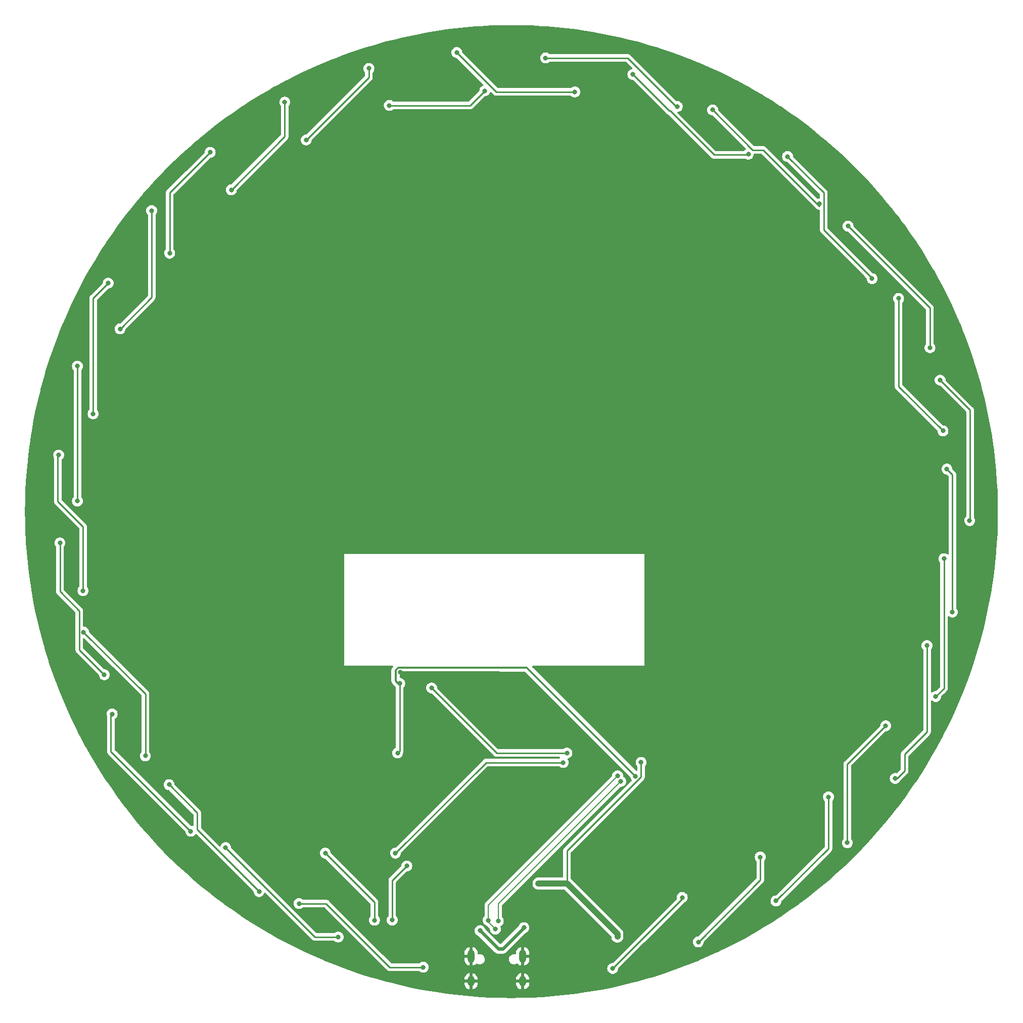
<source format=gbr>
%TF.GenerationSoftware,KiCad,Pcbnew,(6.0.5-0)*%
%TF.CreationDate,2022-05-16T23:59:53+02:00*%
%TF.ProjectId,diodeplate,64696f64-6570-46c6-9174-652e6b696361,rev?*%
%TF.SameCoordinates,Original*%
%TF.FileFunction,Copper,L2,Bot*%
%TF.FilePolarity,Positive*%
%FSLAX46Y46*%
G04 Gerber Fmt 4.6, Leading zero omitted, Abs format (unit mm)*
G04 Created by KiCad (PCBNEW (6.0.5-0)) date 2022-05-16 23:59:53*
%MOMM*%
%LPD*%
G01*
G04 APERTURE LIST*
%TA.AperFunction,ComponentPad*%
%ADD10O,1.200000X2.200000*%
%TD*%
%TA.AperFunction,ComponentPad*%
%ADD11O,1.200000X1.800000*%
%TD*%
%TA.AperFunction,ViaPad*%
%ADD12C,0.800000*%
%TD*%
%TA.AperFunction,Conductor*%
%ADD13C,0.350000*%
%TD*%
%TA.AperFunction,Conductor*%
%ADD14C,0.250000*%
%TD*%
%TA.AperFunction,Conductor*%
%ADD15C,1.000000*%
%TD*%
%TA.AperFunction,Conductor*%
%ADD16C,0.600000*%
%TD*%
%TA.AperFunction,Conductor*%
%ADD17C,0.200000*%
%TD*%
G04 APERTURE END LIST*
D10*
%TO.P,U3,SHELL,SHELL*%
%TO.N,GND*%
X209829918Y-217110000D03*
D11*
X209829918Y-221290086D03*
D10*
X218470000Y-217110000D03*
D11*
X218470000Y-221290086D03*
%TD*%
D12*
%TO.N,GND*%
X201000000Y-175800000D03*
X231960000Y-186980000D03*
X197960000Y-169510000D03*
%TO.N,+3V3*%
X237390000Y-186940000D03*
X197520000Y-183060000D03*
X197890000Y-171410000D03*
%TO.N,+5V*%
X185420000Y-199830000D03*
X234350000Y-213820000D03*
X225900000Y-204920000D03*
X221140000Y-204920000D03*
X238313851Y-184626149D03*
X193660000Y-211070000D03*
%TO.N,RESET*%
X225900000Y-183070000D03*
X203230000Y-172160000D03*
%TO.N,VBUS*%
X211340000Y-212810000D03*
X218690000Y-212320000D03*
%TO.N,Net-(LED1-Pad2)*%
X201830000Y-218940000D03*
X181010000Y-208290000D03*
%TO.N,LED DATA OUT*%
X199080000Y-201980000D03*
X196630000Y-211040000D03*
%TO.N,Net-(LED2-Pad2)*%
X187570000Y-213880000D03*
X168730000Y-198910000D03*
%TO.N,Net-(LED3-Pad2)*%
X159260000Y-188370000D03*
X174330000Y-206270000D03*
%TO.N,Net-(LED4-Pad2)*%
X162880000Y-196170000D03*
X149710000Y-176520000D03*
%TO.N,Net-(LED5-Pad2)*%
X144940000Y-162820000D03*
X155270000Y-183540000D03*
%TO.N,Net-(LED6-Pad2)*%
X140970000Y-147870000D03*
X148400000Y-169950000D03*
%TO.N,Net-(LED7-Pad2)*%
X140757464Y-133147464D03*
X144830000Y-155880000D03*
%TO.N,Net-(LED8-Pad2)*%
X143890000Y-118250000D03*
X143890000Y-140870000D03*
%TO.N,Net-(LED10-Pad3)*%
X146520000Y-126250000D03*
X149060000Y-104340000D03*
%TO.N,Net-(LED10-Pad2)*%
X156330000Y-92200000D03*
X151040000Y-112020000D03*
%TO.N,Net-(LED11-Pad2)*%
X166130000Y-82440000D03*
X159350000Y-99330000D03*
%TO.N,Net-(LED12-Pad2)*%
X178630000Y-74040000D03*
X169680000Y-88730000D03*
%TO.N,Net-(LED13-Pad2)*%
X182220000Y-80370000D03*
X192720000Y-68390000D03*
%TO.N,Net-(LED14-Pad2)*%
X212130000Y-72140000D03*
X196145000Y-74585000D03*
%TO.N,Net-(LED15-Pad2)*%
X227210000Y-72320000D03*
X207450000Y-65720000D03*
%TO.N,Net-(LED16-Pad2)*%
X244370000Y-74760000D03*
X222320000Y-66640000D03*
%TO.N,Net-(LED17-Pad2)*%
X256284485Y-82745515D03*
X236950000Y-69390000D03*
%TO.N,Net-(LED18-Pad2)*%
X250310000Y-75340000D03*
X268180000Y-91080000D03*
%TO.N,Net-(LED19-Pad2)*%
X262850000Y-83150000D03*
X277010000Y-103600000D03*
%TO.N,Net-(LED20-Pad2)*%
X286710000Y-115170000D03*
X272980000Y-94800000D03*
%TO.N,Net-(LED21-Pad2)*%
X281450000Y-106900000D03*
X288890000Y-129100000D03*
%TO.N,Net-(LED22-Pad2)*%
X288410000Y-120600000D03*
X293360500Y-144120000D03*
%TO.N,Net-(LED23-Pad2)*%
X290470000Y-159450000D03*
X289540000Y-135490000D03*
%TO.N,Net-(LED24-Pad2)*%
X287670000Y-173600000D03*
X289060000Y-150520000D03*
%TO.N,Net-(LED25-Pad2)*%
X280890000Y-187320000D03*
X286210000Y-165060000D03*
%TO.N,Net-(LED26-Pad2)*%
X279290000Y-178500000D03*
X272870000Y-198080000D03*
%TO.N,Net-(LED27-Pad2)*%
X269710000Y-190410000D03*
X260920000Y-207840000D03*
%TO.N,Net-(LED28-Pad2)*%
X247900000Y-214710000D03*
X258280000Y-200480000D03*
%TO.N,Net-(LED29-Pad2)*%
X245210000Y-207260000D03*
X233560000Y-219150000D03*
%TO.N,IO16{slash}LED1*%
X197170000Y-199830000D03*
X225280000Y-184650000D03*
%TO.N,USB-C DATA -*%
X214400000Y-211210000D03*
X234920000Y-187820000D03*
%TO.N,USB-C DATA +*%
X212710000Y-211070000D03*
X213910000Y-212580000D03*
X234390000Y-186870000D03*
%TD*%
D13*
%TO.N,GND*%
X201040000Y-173280000D02*
X201000000Y-173320000D01*
X202030000Y-169510000D02*
X202030000Y-172290000D01*
X202030000Y-169510000D02*
X197960000Y-169510000D01*
X231960000Y-186980000D02*
X214490000Y-169510000D01*
X201000000Y-173320000D02*
X201000000Y-175800000D01*
X202030000Y-172290000D02*
X201040000Y-173280000D01*
X214490000Y-169510000D02*
X202030000Y-169510000D01*
%TO.N,+3V3*%
X197185489Y-170975489D02*
X197660000Y-171450000D01*
X197185489Y-169189186D02*
X197185489Y-170975489D01*
D14*
X197890000Y-171410000D02*
X197890000Y-182690000D01*
D13*
X197850000Y-171450000D02*
X197890000Y-171410000D01*
X219185489Y-168735489D02*
X197639186Y-168735489D01*
X197660000Y-171450000D02*
X197850000Y-171450000D01*
D14*
X197890000Y-182690000D02*
X197520000Y-183060000D01*
D13*
X197639186Y-168735489D02*
X197185489Y-169189186D01*
X237390000Y-186940000D02*
X219185489Y-168735489D01*
D14*
%TO.N,+5V*%
X185420000Y-199830000D02*
X193660000Y-208070000D01*
D15*
X221140000Y-204920000D02*
X225900000Y-204920000D01*
X225900000Y-204920000D02*
X234350000Y-213370000D01*
D14*
X225900000Y-199454614D02*
X225900000Y-204920000D01*
X238313851Y-187040763D02*
X225900000Y-199454614D01*
X193660000Y-208070000D02*
X193660000Y-211070000D01*
X238313851Y-184626149D02*
X238313851Y-187040763D01*
D15*
X234350000Y-213370000D02*
X234350000Y-213820000D01*
D14*
%TO.N,RESET*%
X225900000Y-183070000D02*
X214140000Y-183070000D01*
X214140000Y-183070000D02*
X203230000Y-172160000D01*
D16*
%TO.N,VBUS*%
X214400000Y-215870000D02*
X215140000Y-215870000D01*
X215140000Y-215870000D02*
X218690000Y-212320000D01*
X211340000Y-212810000D02*
X214400000Y-215870000D01*
D14*
%TO.N,Net-(LED1-Pad2)*%
X196230000Y-218940000D02*
X185580000Y-208290000D01*
X201830000Y-218940000D02*
X196230000Y-218940000D01*
X185580000Y-208290000D02*
X181010000Y-208290000D01*
%TO.N,LED DATA OUT*%
X196630000Y-204430000D02*
X199080000Y-201980000D01*
X196630000Y-211040000D02*
X196630000Y-204430000D01*
%TO.N,Net-(LED2-Pad2)*%
X183700000Y-213880000D02*
X168730000Y-198910000D01*
X187570000Y-213880000D02*
X183700000Y-213880000D01*
%TO.N,Net-(LED3-Pad2)*%
X163960000Y-193070000D02*
X159260000Y-188370000D01*
X163960000Y-195900000D02*
X163960000Y-193070000D01*
X174330000Y-206270000D02*
X163960000Y-195900000D01*
%TO.N,Net-(LED4-Pad2)*%
X162880000Y-196170000D02*
X149510000Y-182800000D01*
X149510000Y-182800000D02*
X149510000Y-176720000D01*
X149510000Y-176720000D02*
X149710000Y-176520000D01*
%TO.N,Net-(LED5-Pad2)*%
X155270000Y-173150000D02*
X144940000Y-162820000D01*
X155270000Y-183540000D02*
X155270000Y-173150000D01*
%TO.N,Net-(LED6-Pad2)*%
X140970000Y-156020000D02*
X140970000Y-147870000D01*
X148400000Y-169950000D02*
X144215489Y-165765489D01*
X144215489Y-165765489D02*
X144215489Y-159265489D01*
X144215489Y-159265489D02*
X140970000Y-156020000D01*
%TO.N,Net-(LED7-Pad2)*%
X144830000Y-145140000D02*
X140590000Y-140900000D01*
X140590000Y-132980000D02*
X140757464Y-133147464D01*
X140590000Y-140900000D02*
X140590000Y-132980000D01*
X144830000Y-155880000D02*
X144830000Y-145140000D01*
%TO.N,Net-(LED8-Pad2)*%
X143890000Y-140870000D02*
X143890000Y-118250000D01*
%TO.N,Net-(LED10-Pad3)*%
X146520000Y-126250000D02*
X146520000Y-106880000D01*
X146520000Y-106880000D02*
X149060000Y-104340000D01*
%TO.N,Net-(LED10-Pad2)*%
X151040000Y-112020000D02*
X156330000Y-106730000D01*
X156330000Y-106730000D02*
X156330000Y-92200000D01*
%TO.N,Net-(LED11-Pad2)*%
X159350000Y-99330000D02*
X159350000Y-89220000D01*
X159350000Y-89220000D02*
X166130000Y-82440000D01*
%TO.N,Net-(LED12-Pad2)*%
X178630000Y-79780000D02*
X178630000Y-74040000D01*
X169680000Y-88730000D02*
X178630000Y-79780000D01*
%TO.N,Net-(LED13-Pad2)*%
X192720000Y-69870000D02*
X192720000Y-68390000D01*
X182220000Y-80370000D02*
X192720000Y-69870000D01*
%TO.N,Net-(LED14-Pad2)*%
X196145000Y-74585000D02*
X209685000Y-74585000D01*
X209685000Y-74585000D02*
X212130000Y-72140000D01*
%TO.N,Net-(LED15-Pad2)*%
X214050000Y-72320000D02*
X227210000Y-72320000D01*
X207450000Y-65720000D02*
X214050000Y-72320000D01*
%TO.N,Net-(LED16-Pad2)*%
X236070000Y-66640000D02*
X244370000Y-74940000D01*
X222320000Y-66640000D02*
X236070000Y-66640000D01*
X244370000Y-74940000D02*
X244370000Y-74760000D01*
%TO.N,Net-(LED17-Pad2)*%
X243154511Y-75484511D02*
X243510000Y-75840000D01*
X236950000Y-69390000D02*
X243044511Y-75484511D01*
X243044511Y-75484511D02*
X243154511Y-75484511D01*
X243510000Y-75840000D02*
X250540000Y-82870000D01*
X256160000Y-82870000D02*
X256284485Y-82745515D01*
X250540000Y-82870000D02*
X256120000Y-82870000D01*
X256120000Y-82870000D02*
X256160000Y-82870000D01*
%TO.N,Net-(LED18-Pad2)*%
X250310000Y-75340000D02*
X257008996Y-82038996D01*
X258778996Y-82038996D02*
X268180000Y-91440000D01*
X257008996Y-82038996D02*
X258778996Y-82038996D01*
X268180000Y-91440000D02*
X268180000Y-91080000D01*
%TO.N,Net-(LED19-Pad2)*%
X268904511Y-95424511D02*
X276300000Y-102820000D01*
X276300000Y-102820000D02*
X277010000Y-103530000D01*
X262850000Y-83150000D02*
X268904511Y-89204511D01*
X277010000Y-103530000D02*
X277010000Y-103600000D01*
X268904511Y-89204511D02*
X268904511Y-95424511D01*
%TO.N,Net-(LED20-Pad2)*%
X286710000Y-108530000D02*
X286710000Y-115170000D01*
X272980000Y-94800000D02*
X286710000Y-108530000D01*
%TO.N,Net-(LED21-Pad2)*%
X281450000Y-106900000D02*
X281450000Y-121660000D01*
X281450000Y-121660000D02*
X288890000Y-129100000D01*
%TO.N,Net-(LED22-Pad2)*%
X293430000Y-125620000D02*
X293430000Y-144120000D01*
X293430000Y-144120000D02*
X293360500Y-144120000D01*
X288410000Y-120600000D02*
X293430000Y-125620000D01*
%TO.N,Net-(LED23-Pad2)*%
X289540000Y-135490000D02*
X290470000Y-136420000D01*
X290470000Y-136420000D02*
X290470000Y-159450000D01*
%TO.N,Net-(LED24-Pad2)*%
X289060000Y-172210000D02*
X287670000Y-173600000D01*
X289060000Y-150520000D02*
X289060000Y-172210000D01*
%TO.N,Net-(LED25-Pad2)*%
X286210000Y-165060000D02*
X286210000Y-179530000D01*
X282480000Y-183260000D02*
X282480000Y-186030000D01*
X281190000Y-187320000D02*
X280890000Y-187320000D01*
X282480000Y-186030000D02*
X281190000Y-187320000D01*
X286210000Y-179530000D02*
X282480000Y-183260000D01*
%TO.N,Net-(LED26-Pad2)*%
X272870000Y-184920000D02*
X272870000Y-198080000D01*
X279290000Y-178500000D02*
X272870000Y-184920000D01*
%TO.N,Net-(LED27-Pad2)*%
X269710000Y-190410000D02*
X269710000Y-199050000D01*
X269710000Y-199050000D02*
X260920000Y-207840000D01*
%TO.N,Net-(LED28-Pad2)*%
X258280000Y-200480000D02*
X258280000Y-204330000D01*
X258280000Y-204330000D02*
X247900000Y-214710000D01*
%TO.N,Net-(LED29-Pad2)*%
X245210000Y-207260000D02*
X245210000Y-207500000D01*
X245210000Y-207500000D02*
X233560000Y-219150000D01*
%TO.N,IO16{slash}LED1*%
X212350000Y-184650000D02*
X197170000Y-199830000D01*
X225280000Y-184650000D02*
X212350000Y-184650000D01*
D17*
%TO.N,USB-C DATA -*%
X214400000Y-211210000D02*
X214410000Y-211200000D01*
X214410000Y-211200000D02*
X214410000Y-208330000D01*
X214410000Y-208330000D02*
X234920000Y-187820000D01*
%TO.N,USB-C DATA +*%
X212710000Y-211380000D02*
X212710000Y-211070000D01*
X212710000Y-208550000D02*
X234390000Y-186870000D01*
X213910000Y-212580000D02*
X212710000Y-211380000D01*
X212710000Y-211070000D02*
X212710000Y-208550000D01*
%TD*%
%TA.AperFunction,Conductor*%
%TO.N,GND*%
G36*
X218001218Y-61143174D02*
G01*
X218305300Y-61146358D01*
X218307931Y-61146413D01*
X220011247Y-61199942D01*
X220013820Y-61200051D01*
X221715556Y-61289235D01*
X221718163Y-61289398D01*
X222622090Y-61355778D01*
X223417724Y-61414206D01*
X223420354Y-61414427D01*
X225116877Y-61574796D01*
X225119501Y-61575072D01*
X226812295Y-61770935D01*
X226814913Y-61771266D01*
X227503758Y-61865626D01*
X228503216Y-62002535D01*
X228505779Y-62002913D01*
X229526416Y-62164565D01*
X230188927Y-62269497D01*
X230191529Y-62269937D01*
X231868711Y-62571710D01*
X231871303Y-62572205D01*
X233541715Y-62909019D01*
X233544296Y-62909567D01*
X235207388Y-63281312D01*
X235209957Y-63281915D01*
X235750593Y-63414707D01*
X236864856Y-63688397D01*
X236867338Y-63689033D01*
X237690396Y-63909571D01*
X238513417Y-64130100D01*
X238515959Y-64130810D01*
X239220247Y-64335424D01*
X240152432Y-64606248D01*
X240154860Y-64606982D01*
X241173476Y-64926197D01*
X241780975Y-65116576D01*
X241783485Y-65117391D01*
X243398594Y-65660935D01*
X243401086Y-65661803D01*
X245004430Y-66239043D01*
X245006903Y-66239963D01*
X245794206Y-66542180D01*
X246597806Y-66850653D01*
X246600180Y-66851592D01*
X247552402Y-67240187D01*
X248178015Y-67495495D01*
X248180448Y-67496518D01*
X249744368Y-68173286D01*
X249746778Y-68174359D01*
X251029328Y-68761556D01*
X251296205Y-68883742D01*
X251298585Y-68884862D01*
X252832821Y-69626541D01*
X252835106Y-69627675D01*
X254283499Y-70365668D01*
X254353541Y-70401356D01*
X254355879Y-70402579D01*
X255857645Y-71207819D01*
X255859958Y-71209090D01*
X256427498Y-71528882D01*
X257344628Y-72045659D01*
X257346841Y-72046936D01*
X258737914Y-72869614D01*
X258813701Y-72914434D01*
X258815941Y-72915792D01*
X260264226Y-73813767D01*
X260266380Y-73815134D01*
X261589539Y-74674403D01*
X261695611Y-74743287D01*
X261697792Y-74744736D01*
X262394915Y-75218500D01*
X263107210Y-75702575D01*
X263109377Y-75704081D01*
X264498421Y-76691224D01*
X264500556Y-76692775D01*
X265868685Y-77708836D01*
X265870706Y-77710371D01*
X266185728Y-77954727D01*
X267217219Y-78754835D01*
X267219287Y-78756474D01*
X268543592Y-79828874D01*
X268545626Y-79830556D01*
X269183972Y-80370000D01*
X269812594Y-80901226D01*
X269847224Y-80930491D01*
X269849221Y-80932215D01*
X271127475Y-82059148D01*
X271129436Y-82060914D01*
X272383779Y-83214342D01*
X272385703Y-83216148D01*
X273615689Y-84395662D01*
X273617574Y-84397509D01*
X274822491Y-85602426D01*
X274824338Y-85604311D01*
X276003852Y-86834297D01*
X276005658Y-86836221D01*
X277159086Y-88090564D01*
X277160852Y-88092525D01*
X278287785Y-89370779D01*
X278289505Y-89372771D01*
X278414868Y-89521118D01*
X279389444Y-90674374D01*
X279391126Y-90676408D01*
X280463526Y-92000713D01*
X280465165Y-92002781D01*
X280901478Y-92565271D01*
X281509629Y-93349294D01*
X281511164Y-93351315D01*
X281997522Y-94006197D01*
X282527225Y-94719444D01*
X282528776Y-94721579D01*
X283515919Y-96110623D01*
X283517425Y-96112790D01*
X284475253Y-97522192D01*
X284476702Y-97524373D01*
X285404866Y-98953620D01*
X285406233Y-98955774D01*
X286304198Y-100404042D01*
X286305556Y-100406283D01*
X287173064Y-101873159D01*
X287174341Y-101875372D01*
X287438320Y-102343858D01*
X288010910Y-103360042D01*
X288012181Y-103362355D01*
X288817421Y-104864121D01*
X288818642Y-104866454D01*
X289592325Y-106384894D01*
X289593459Y-106387179D01*
X290148049Y-107534403D01*
X290335134Y-107921407D01*
X290336258Y-107923795D01*
X291045641Y-109473222D01*
X291046714Y-109475632D01*
X291723482Y-111039552D01*
X291724505Y-111041985D01*
X291769077Y-111151206D01*
X292344752Y-112561852D01*
X292368392Y-112619781D01*
X292369347Y-112622194D01*
X292471685Y-112888794D01*
X292980037Y-114213097D01*
X292980957Y-114215570D01*
X293558197Y-115818914D01*
X293559065Y-115821406D01*
X294102609Y-117436515D01*
X294103424Y-117439025D01*
X294613018Y-119065140D01*
X294613752Y-119067568D01*
X294860607Y-119917251D01*
X295089190Y-120704041D01*
X295089900Y-120706583D01*
X295241927Y-121273955D01*
X295472186Y-122133288D01*
X295530957Y-122352625D01*
X295531613Y-122355181D01*
X295938085Y-124010043D01*
X295938688Y-124012612D01*
X296310433Y-125675704D01*
X296310981Y-125678285D01*
X296647795Y-127348697D01*
X296648290Y-127351289D01*
X296950063Y-129028471D01*
X296950503Y-129031073D01*
X297099024Y-129968794D01*
X297217084Y-130714198D01*
X297217469Y-130716809D01*
X297448734Y-132405087D01*
X297449065Y-132407705D01*
X297644928Y-134100499D01*
X297645204Y-134103123D01*
X297805573Y-135799646D01*
X297805794Y-135802276D01*
X297930601Y-137501824D01*
X297930766Y-137504458D01*
X298019948Y-139206148D01*
X298020058Y-139208753D01*
X298072059Y-140863435D01*
X298073587Y-140912065D01*
X298073642Y-140914704D01*
X298091486Y-142618681D01*
X298091486Y-142621319D01*
X298073642Y-144325296D01*
X298073587Y-144327931D01*
X298045869Y-145209943D01*
X298020059Y-146031216D01*
X298019949Y-146033820D01*
X297951859Y-147333056D01*
X297930766Y-147735542D01*
X297930602Y-147738163D01*
X297920920Y-147870000D01*
X297805794Y-149437724D01*
X297805573Y-149440354D01*
X297645204Y-151136877D01*
X297644928Y-151139501D01*
X297449065Y-152832295D01*
X297448734Y-152834913D01*
X297217469Y-154523191D01*
X297217084Y-154525802D01*
X296950503Y-156208927D01*
X296950063Y-156211529D01*
X296648290Y-157888711D01*
X296647795Y-157891303D01*
X296310981Y-159561715D01*
X296310433Y-159564296D01*
X295938688Y-161227388D01*
X295938085Y-161229957D01*
X295592573Y-162636635D01*
X295531613Y-162884819D01*
X295530957Y-162887375D01*
X295089900Y-164533417D01*
X295089190Y-164535959D01*
X294935035Y-165066565D01*
X294613752Y-166172432D01*
X294613018Y-166174860D01*
X294158653Y-167624738D01*
X294103424Y-167800975D01*
X294102609Y-167803485D01*
X293559065Y-169418594D01*
X293558197Y-169421086D01*
X292980958Y-171024428D01*
X292980038Y-171026901D01*
X292901757Y-171230830D01*
X292379599Y-172591100D01*
X292369363Y-172617765D01*
X292368408Y-172620180D01*
X291958467Y-173624708D01*
X291724505Y-174198015D01*
X291723482Y-174200448D01*
X291046714Y-175764368D01*
X291045641Y-175766778D01*
X290336258Y-177316205D01*
X290335138Y-177318585D01*
X289593459Y-178852821D01*
X289592325Y-178855106D01*
X289024518Y-179969491D01*
X288818644Y-180373541D01*
X288817421Y-180375879D01*
X288012181Y-181877645D01*
X288010910Y-181879958D01*
X287793276Y-182266197D01*
X287174341Y-183364628D01*
X287173064Y-183366841D01*
X286305566Y-184833701D01*
X286304208Y-184835941D01*
X285406233Y-186284226D01*
X285404866Y-186286380D01*
X284488621Y-187697274D01*
X284476713Y-187715611D01*
X284475264Y-187717792D01*
X284272462Y-188016206D01*
X283517425Y-189127210D01*
X283515919Y-189129377D01*
X282528776Y-190518421D01*
X282527225Y-190520556D01*
X282468278Y-190599928D01*
X281511164Y-191888685D01*
X281509629Y-191890706D01*
X281031135Y-192507576D01*
X280465165Y-193237219D01*
X280463526Y-193239287D01*
X279391126Y-194563592D01*
X279389444Y-194565626D01*
X278289509Y-195867224D01*
X278287785Y-195869221D01*
X277160852Y-197147475D01*
X277159086Y-197149436D01*
X276005658Y-198403779D01*
X276003852Y-198405703D01*
X274824338Y-199635689D01*
X274822491Y-199637574D01*
X273617574Y-200842491D01*
X273615689Y-200844338D01*
X272385703Y-202023852D01*
X272383779Y-202025658D01*
X271129436Y-203179086D01*
X271127475Y-203180852D01*
X270212342Y-203987651D01*
X269857910Y-204300125D01*
X269849221Y-204307785D01*
X269847229Y-204309505D01*
X269669290Y-204459875D01*
X268545626Y-205409444D01*
X268543592Y-205411126D01*
X267219287Y-206483526D01*
X267217219Y-206485165D01*
X266645520Y-206928621D01*
X265870706Y-207529629D01*
X265868685Y-207531164D01*
X265026783Y-208156415D01*
X264500556Y-208547225D01*
X264498421Y-208548776D01*
X263109377Y-209535919D01*
X263107210Y-209537425D01*
X261826446Y-210407831D01*
X261697808Y-210495253D01*
X261695627Y-210496702D01*
X260266380Y-211424866D01*
X260264226Y-211426233D01*
X258815958Y-212324198D01*
X258813717Y-212325556D01*
X257346841Y-213193064D01*
X257344628Y-213194341D01*
X256787186Y-213508444D01*
X255859958Y-214030910D01*
X255857645Y-214032181D01*
X254868140Y-214562749D01*
X254364505Y-214832796D01*
X254355879Y-214837421D01*
X254353546Y-214838642D01*
X252835106Y-215612325D01*
X252832821Y-215613459D01*
X251436821Y-216288312D01*
X251298593Y-216355134D01*
X251296212Y-216356255D01*
X250670760Y-216642609D01*
X249746778Y-217065641D01*
X249744368Y-217066714D01*
X248180448Y-217743482D01*
X248178015Y-217744505D01*
X247938231Y-217842359D01*
X246600180Y-218388408D01*
X246597806Y-218389347D01*
X245854657Y-218674615D01*
X245006903Y-219000037D01*
X245004430Y-219000957D01*
X243401086Y-219578197D01*
X243398594Y-219579065D01*
X241783485Y-220122609D01*
X241780975Y-220123424D01*
X240154860Y-220633018D01*
X240152432Y-220633752D01*
X239315116Y-220877014D01*
X238515959Y-221109190D01*
X238513417Y-221109900D01*
X237690396Y-221330428D01*
X236867338Y-221550967D01*
X236864856Y-221551603D01*
X235875632Y-221794580D01*
X235209957Y-221958085D01*
X235207388Y-221958688D01*
X233544296Y-222330433D01*
X233541715Y-222330981D01*
X231871303Y-222667795D01*
X231868711Y-222668290D01*
X230191529Y-222970063D01*
X230188927Y-222970503D01*
X229526416Y-223075435D01*
X228505779Y-223237087D01*
X228503216Y-223237465D01*
X227503758Y-223374374D01*
X226814913Y-223468734D01*
X226812295Y-223469065D01*
X225119501Y-223664928D01*
X225116877Y-223665204D01*
X223420354Y-223825573D01*
X223417724Y-223825794D01*
X222622090Y-223884222D01*
X221718163Y-223950602D01*
X221715556Y-223950765D01*
X220013820Y-224039949D01*
X220011247Y-224040058D01*
X218307931Y-224093587D01*
X218305300Y-224093642D01*
X218001218Y-224096826D01*
X216601319Y-224111486D01*
X216598681Y-224111486D01*
X215198782Y-224096826D01*
X214894700Y-224093642D01*
X214892069Y-224093587D01*
X213188753Y-224040058D01*
X213186180Y-224039949D01*
X211484444Y-223950765D01*
X211481837Y-223950602D01*
X210577910Y-223884222D01*
X209782276Y-223825794D01*
X209779646Y-223825573D01*
X208083123Y-223665204D01*
X208080499Y-223664928D01*
X206387705Y-223469065D01*
X206385087Y-223468734D01*
X205696242Y-223374374D01*
X204696784Y-223237465D01*
X204694221Y-223237087D01*
X203673584Y-223075435D01*
X203011073Y-222970503D01*
X203008471Y-222970063D01*
X201331289Y-222668290D01*
X201328697Y-222667795D01*
X199658285Y-222330981D01*
X199655704Y-222330433D01*
X197992612Y-221958688D01*
X197990043Y-221958085D01*
X197324368Y-221794580D01*
X196694698Y-221639918D01*
X208721918Y-221639918D01*
X208722203Y-221645894D01*
X208736389Y-221794580D01*
X208738648Y-221806314D01*
X208794790Y-221997685D01*
X208799220Y-222008761D01*
X208890537Y-222186064D01*
X208896987Y-222196110D01*
X209020180Y-222352943D01*
X209028417Y-222361592D01*
X209179041Y-222492298D01*
X209188765Y-222499233D01*
X209361385Y-222599096D01*
X209372249Y-222604070D01*
X209560645Y-222669493D01*
X209561634Y-222669734D01*
X209571926Y-222668266D01*
X209575918Y-222654701D01*
X209575918Y-222650488D01*
X210083918Y-222650488D01*
X210087891Y-222664019D01*
X210097317Y-222665374D01*
X210186455Y-222643892D01*
X210197750Y-222640003D01*
X210379300Y-222557457D01*
X210389642Y-222551510D01*
X210552315Y-222436118D01*
X210561343Y-222428325D01*
X210699260Y-222284255D01*
X210706656Y-222274890D01*
X210814839Y-222107345D01*
X210820335Y-222096741D01*
X210894879Y-221911774D01*
X210898273Y-221900316D01*
X210936775Y-221703158D01*
X210937852Y-221694295D01*
X210937918Y-221691586D01*
X210937918Y-221639918D01*
X217362000Y-221639918D01*
X217362285Y-221645894D01*
X217376471Y-221794580D01*
X217378730Y-221806314D01*
X217434872Y-221997685D01*
X217439302Y-222008761D01*
X217530619Y-222186064D01*
X217537069Y-222196110D01*
X217660262Y-222352943D01*
X217668499Y-222361592D01*
X217819123Y-222492298D01*
X217828847Y-222499233D01*
X218001467Y-222599096D01*
X218012331Y-222604070D01*
X218200727Y-222669493D01*
X218201716Y-222669734D01*
X218212008Y-222668266D01*
X218216000Y-222654701D01*
X218216000Y-222650488D01*
X218724000Y-222650488D01*
X218727973Y-222664019D01*
X218737399Y-222665374D01*
X218826537Y-222643892D01*
X218837832Y-222640003D01*
X219019382Y-222557457D01*
X219029724Y-222551510D01*
X219192397Y-222436118D01*
X219201425Y-222428325D01*
X219339342Y-222284255D01*
X219346738Y-222274890D01*
X219454921Y-222107345D01*
X219460417Y-222096741D01*
X219534961Y-221911774D01*
X219538355Y-221900316D01*
X219576857Y-221703158D01*
X219577934Y-221694295D01*
X219578000Y-221691586D01*
X219578000Y-221562201D01*
X219573525Y-221546962D01*
X219572135Y-221545757D01*
X219564452Y-221544086D01*
X218742115Y-221544086D01*
X218726876Y-221548561D01*
X218725671Y-221549951D01*
X218724000Y-221557634D01*
X218724000Y-222650488D01*
X218216000Y-222650488D01*
X218216000Y-221562201D01*
X218211525Y-221546962D01*
X218210135Y-221545757D01*
X218202452Y-221544086D01*
X217380115Y-221544086D01*
X217364876Y-221548561D01*
X217363671Y-221549951D01*
X217362000Y-221557634D01*
X217362000Y-221639918D01*
X210937918Y-221639918D01*
X210937918Y-221562201D01*
X210933443Y-221546962D01*
X210932053Y-221545757D01*
X210924370Y-221544086D01*
X210102033Y-221544086D01*
X210086794Y-221548561D01*
X210085589Y-221549951D01*
X210083918Y-221557634D01*
X210083918Y-222650488D01*
X209575918Y-222650488D01*
X209575918Y-221562201D01*
X209571443Y-221546962D01*
X209570053Y-221545757D01*
X209562370Y-221544086D01*
X208740033Y-221544086D01*
X208724794Y-221548561D01*
X208723589Y-221549951D01*
X208721918Y-221557634D01*
X208721918Y-221639918D01*
X196694698Y-221639918D01*
X196335144Y-221551603D01*
X196332662Y-221550967D01*
X195509604Y-221330428D01*
X194686583Y-221109900D01*
X194684041Y-221109190D01*
X194370062Y-221017971D01*
X208721918Y-221017971D01*
X208726393Y-221033210D01*
X208727783Y-221034415D01*
X208735466Y-221036086D01*
X209557803Y-221036086D01*
X209573042Y-221031611D01*
X209574247Y-221030221D01*
X209575918Y-221022538D01*
X209575918Y-221017971D01*
X210083918Y-221017971D01*
X210088393Y-221033210D01*
X210089783Y-221034415D01*
X210097466Y-221036086D01*
X210919803Y-221036086D01*
X210935042Y-221031611D01*
X210936247Y-221030221D01*
X210937918Y-221022538D01*
X210937918Y-221017971D01*
X217362000Y-221017971D01*
X217366475Y-221033210D01*
X217367865Y-221034415D01*
X217375548Y-221036086D01*
X218197885Y-221036086D01*
X218213124Y-221031611D01*
X218214329Y-221030221D01*
X218216000Y-221022538D01*
X218216000Y-221017971D01*
X218724000Y-221017971D01*
X218728475Y-221033210D01*
X218729865Y-221034415D01*
X218737548Y-221036086D01*
X219559885Y-221036086D01*
X219575124Y-221031611D01*
X219576329Y-221030221D01*
X219578000Y-221022538D01*
X219578000Y-220940254D01*
X219577715Y-220934278D01*
X219563529Y-220785592D01*
X219561270Y-220773858D01*
X219505128Y-220582487D01*
X219500698Y-220571411D01*
X219409381Y-220394108D01*
X219402931Y-220384062D01*
X219279738Y-220227229D01*
X219271501Y-220218580D01*
X219120877Y-220087874D01*
X219111153Y-220080939D01*
X218938533Y-219981076D01*
X218927669Y-219976102D01*
X218739273Y-219910679D01*
X218738284Y-219910438D01*
X218727992Y-219911906D01*
X218724000Y-219925471D01*
X218724000Y-221017971D01*
X218216000Y-221017971D01*
X218216000Y-219929684D01*
X218212027Y-219916153D01*
X218202601Y-219914798D01*
X218113463Y-219936280D01*
X218102168Y-219940169D01*
X217920618Y-220022715D01*
X217910276Y-220028662D01*
X217747603Y-220144054D01*
X217738575Y-220151847D01*
X217600658Y-220295917D01*
X217593262Y-220305282D01*
X217485079Y-220472827D01*
X217479583Y-220483431D01*
X217405039Y-220668398D01*
X217401645Y-220679856D01*
X217363143Y-220877014D01*
X217362066Y-220885877D01*
X217362000Y-220888586D01*
X217362000Y-221017971D01*
X210937918Y-221017971D01*
X210937918Y-220940254D01*
X210937633Y-220934278D01*
X210923447Y-220785592D01*
X210921188Y-220773858D01*
X210865046Y-220582487D01*
X210860616Y-220571411D01*
X210769299Y-220394108D01*
X210762849Y-220384062D01*
X210639656Y-220227229D01*
X210631419Y-220218580D01*
X210480795Y-220087874D01*
X210471071Y-220080939D01*
X210298451Y-219981076D01*
X210287587Y-219976102D01*
X210099191Y-219910679D01*
X210098202Y-219910438D01*
X210087910Y-219911906D01*
X210083918Y-219925471D01*
X210083918Y-221017971D01*
X209575918Y-221017971D01*
X209575918Y-219929684D01*
X209571945Y-219916153D01*
X209562519Y-219914798D01*
X209473381Y-219936280D01*
X209462086Y-219940169D01*
X209280536Y-220022715D01*
X209270194Y-220028662D01*
X209107521Y-220144054D01*
X209098493Y-220151847D01*
X208960576Y-220295917D01*
X208953180Y-220305282D01*
X208844997Y-220472827D01*
X208839501Y-220483431D01*
X208764957Y-220668398D01*
X208761563Y-220679856D01*
X208723061Y-220877014D01*
X208721984Y-220885877D01*
X208721918Y-220888586D01*
X208721918Y-221017971D01*
X194370062Y-221017971D01*
X193884884Y-220877014D01*
X193047568Y-220633752D01*
X193045140Y-220633018D01*
X191419025Y-220123424D01*
X191416515Y-220122609D01*
X189801406Y-219579065D01*
X189798914Y-219578197D01*
X188195570Y-219000957D01*
X188193097Y-219000037D01*
X187345343Y-218674615D01*
X186602194Y-218389347D01*
X186599820Y-218388408D01*
X185261769Y-217842359D01*
X185021985Y-217744505D01*
X185019552Y-217743482D01*
X183455632Y-217066714D01*
X183453222Y-217065641D01*
X182529240Y-216642609D01*
X181903788Y-216356255D01*
X181901407Y-216355134D01*
X181763179Y-216288312D01*
X180367179Y-215613459D01*
X180364894Y-215612325D01*
X178846454Y-214838642D01*
X178844121Y-214837421D01*
X178835496Y-214832796D01*
X178331860Y-214562749D01*
X177342355Y-214032181D01*
X177340042Y-214030910D01*
X176412814Y-213508444D01*
X175855372Y-213194341D01*
X175853159Y-213193064D01*
X174386283Y-212325556D01*
X174384042Y-212324198D01*
X172935774Y-211426233D01*
X172933620Y-211424866D01*
X171504373Y-210496702D01*
X171502192Y-210495253D01*
X171373555Y-210407831D01*
X170092790Y-209537425D01*
X170090623Y-209535919D01*
X168701579Y-208548776D01*
X168699444Y-208547225D01*
X168173217Y-208156415D01*
X167331315Y-207531164D01*
X167329294Y-207529629D01*
X166554480Y-206928621D01*
X165982781Y-206485165D01*
X165980713Y-206483526D01*
X164656408Y-205411126D01*
X164654374Y-205409444D01*
X163530710Y-204459875D01*
X163352771Y-204309505D01*
X163350779Y-204307785D01*
X163342091Y-204300125D01*
X162987658Y-203987651D01*
X162072525Y-203180852D01*
X162070564Y-203179086D01*
X160816221Y-202025658D01*
X160814297Y-202023852D01*
X159584311Y-200844338D01*
X159582426Y-200842491D01*
X158377509Y-199637574D01*
X158375662Y-199635689D01*
X157196148Y-198405703D01*
X157194342Y-198403779D01*
X156040914Y-197149436D01*
X156039148Y-197147475D01*
X154912215Y-195869221D01*
X154910491Y-195867224D01*
X153810556Y-194565626D01*
X153808874Y-194563592D01*
X152736474Y-193239287D01*
X152734835Y-193237219D01*
X152168865Y-192507576D01*
X151690371Y-191890706D01*
X151688836Y-191888685D01*
X150731722Y-190599928D01*
X150672775Y-190520556D01*
X150671224Y-190518421D01*
X149684081Y-189129377D01*
X149682575Y-189127210D01*
X148927538Y-188016206D01*
X148724736Y-187717792D01*
X148723287Y-187715611D01*
X148711379Y-187697274D01*
X147795134Y-186286380D01*
X147793767Y-186284226D01*
X146895792Y-184835941D01*
X146894434Y-184833701D01*
X146026936Y-183366841D01*
X146025659Y-183364628D01*
X145406724Y-182266197D01*
X145189090Y-181879958D01*
X145187819Y-181877645D01*
X144382579Y-180375879D01*
X144381356Y-180373541D01*
X144175482Y-179969491D01*
X143607675Y-178855106D01*
X143606541Y-178852821D01*
X142864862Y-177318585D01*
X142863742Y-177316205D01*
X142499211Y-176520000D01*
X148796496Y-176520000D01*
X148816458Y-176709928D01*
X148818498Y-176716206D01*
X148870333Y-176875737D01*
X148876500Y-176914673D01*
X148876500Y-182721233D01*
X148875973Y-182732416D01*
X148874298Y-182739909D01*
X148874547Y-182747835D01*
X148874547Y-182747836D01*
X148876438Y-182807986D01*
X148876500Y-182811945D01*
X148876500Y-182839856D01*
X148876997Y-182843790D01*
X148876997Y-182843791D01*
X148877005Y-182843856D01*
X148877938Y-182855693D01*
X148879327Y-182899889D01*
X148884410Y-182917384D01*
X148884978Y-182919339D01*
X148888987Y-182938700D01*
X148891526Y-182958797D01*
X148894445Y-182966168D01*
X148894445Y-182966170D01*
X148907804Y-182999912D01*
X148911649Y-183011142D01*
X148923982Y-183053593D01*
X148928015Y-183060412D01*
X148928017Y-183060417D01*
X148934293Y-183071028D01*
X148942988Y-183088776D01*
X148950448Y-183107617D01*
X148955110Y-183114033D01*
X148955110Y-183114034D01*
X148976436Y-183143387D01*
X148982952Y-183153307D01*
X148998721Y-183179970D01*
X149005458Y-183191362D01*
X149019779Y-183205683D01*
X149032619Y-183220716D01*
X149044528Y-183237107D01*
X149067615Y-183256206D01*
X149078605Y-183265298D01*
X149087384Y-183273288D01*
X161932878Y-196118782D01*
X161966904Y-196181094D01*
X161969092Y-196194703D01*
X161986458Y-196359928D01*
X162045473Y-196541556D01*
X162140960Y-196706944D01*
X162268747Y-196848866D01*
X162423248Y-196961118D01*
X162429276Y-196963802D01*
X162429278Y-196963803D01*
X162591681Y-197036109D01*
X162597712Y-197038794D01*
X162691112Y-197058647D01*
X162778056Y-197077128D01*
X162778061Y-197077128D01*
X162784513Y-197078500D01*
X162975487Y-197078500D01*
X162981939Y-197077128D01*
X162981944Y-197077128D01*
X163068887Y-197058647D01*
X163162288Y-197038794D01*
X163168319Y-197036109D01*
X163330722Y-196963803D01*
X163330724Y-196963802D01*
X163336752Y-196961118D01*
X163491253Y-196848866D01*
X163619040Y-196706944D01*
X163629177Y-196689386D01*
X163680561Y-196640394D01*
X163750275Y-196626960D01*
X163816186Y-196653348D01*
X163827390Y-196663294D01*
X173382878Y-206218782D01*
X173416904Y-206281094D01*
X173419093Y-206294707D01*
X173435216Y-206448108D01*
X173436458Y-206459928D01*
X173495473Y-206641556D01*
X173590960Y-206806944D01*
X173595378Y-206811851D01*
X173595379Y-206811852D01*
X173704346Y-206932872D01*
X173718747Y-206948866D01*
X173753191Y-206973891D01*
X173856407Y-207048882D01*
X173873248Y-207061118D01*
X173879276Y-207063802D01*
X173879278Y-207063803D01*
X174041681Y-207136109D01*
X174047712Y-207138794D01*
X174134545Y-207157251D01*
X174228056Y-207177128D01*
X174228061Y-207177128D01*
X174234513Y-207178500D01*
X174425487Y-207178500D01*
X174431939Y-207177128D01*
X174431944Y-207177128D01*
X174525455Y-207157251D01*
X174612288Y-207138794D01*
X174618319Y-207136109D01*
X174780722Y-207063803D01*
X174780724Y-207063802D01*
X174786752Y-207061118D01*
X174803594Y-207048882D01*
X174906809Y-206973891D01*
X174941253Y-206948866D01*
X174955654Y-206932872D01*
X175064621Y-206811852D01*
X175064622Y-206811851D01*
X175069040Y-206806944D01*
X175164527Y-206641556D01*
X175199361Y-206534350D01*
X175239433Y-206475745D01*
X175304830Y-206448108D01*
X175374787Y-206460215D01*
X175408288Y-206484192D01*
X179309937Y-210385842D01*
X183196348Y-214272253D01*
X183203888Y-214280539D01*
X183208000Y-214287018D01*
X183213777Y-214292443D01*
X183257651Y-214333643D01*
X183260493Y-214336398D01*
X183280230Y-214356135D01*
X183283427Y-214358615D01*
X183292447Y-214366318D01*
X183324679Y-214396586D01*
X183331625Y-214400405D01*
X183331628Y-214400407D01*
X183342434Y-214406348D01*
X183358953Y-214417199D01*
X183374959Y-214429614D01*
X183382228Y-214432759D01*
X183382232Y-214432762D01*
X183415537Y-214447174D01*
X183426187Y-214452391D01*
X183464940Y-214473695D01*
X183472615Y-214475666D01*
X183472616Y-214475666D01*
X183484562Y-214478733D01*
X183503267Y-214485137D01*
X183521855Y-214493181D01*
X183529678Y-214494420D01*
X183529688Y-214494423D01*
X183565524Y-214500099D01*
X183577144Y-214502505D01*
X183612289Y-214511528D01*
X183619970Y-214513500D01*
X183640224Y-214513500D01*
X183659934Y-214515051D01*
X183679943Y-214518220D01*
X183687835Y-214517474D01*
X183723961Y-214514059D01*
X183735819Y-214513500D01*
X186861800Y-214513500D01*
X186929921Y-214533502D01*
X186949147Y-214549843D01*
X186949420Y-214549540D01*
X186954332Y-214553963D01*
X186958747Y-214558866D01*
X186980329Y-214574546D01*
X187102159Y-214663061D01*
X187113248Y-214671118D01*
X187119276Y-214673802D01*
X187119278Y-214673803D01*
X187215324Y-214716565D01*
X187287712Y-214748794D01*
X187381113Y-214768647D01*
X187468056Y-214787128D01*
X187468061Y-214787128D01*
X187474513Y-214788500D01*
X187665487Y-214788500D01*
X187671939Y-214787128D01*
X187671944Y-214787128D01*
X187758888Y-214768647D01*
X187852288Y-214748794D01*
X187924676Y-214716565D01*
X188020722Y-214673803D01*
X188020724Y-214673802D01*
X188026752Y-214671118D01*
X188037842Y-214663061D01*
X188082157Y-214630864D01*
X188181253Y-214558866D01*
X188189650Y-214549540D01*
X188304621Y-214421852D01*
X188304622Y-214421851D01*
X188309040Y-214416944D01*
X188404527Y-214251556D01*
X188463542Y-214069928D01*
X188467620Y-214031134D01*
X188482814Y-213886565D01*
X188483504Y-213880000D01*
X188475398Y-213802872D01*
X188464232Y-213696635D01*
X188464232Y-213696633D01*
X188463542Y-213690072D01*
X188404527Y-213508444D01*
X188395466Y-213492749D01*
X188330723Y-213380612D01*
X188309040Y-213343056D01*
X188181253Y-213201134D01*
X188057357Y-213111118D01*
X188032094Y-213092763D01*
X188032093Y-213092762D01*
X188026752Y-213088882D01*
X188020724Y-213086198D01*
X188020722Y-213086197D01*
X187858319Y-213013891D01*
X187858318Y-213013891D01*
X187852288Y-213011206D01*
X187744793Y-212988357D01*
X187671944Y-212972872D01*
X187671939Y-212972872D01*
X187665487Y-212971500D01*
X187474513Y-212971500D01*
X187468061Y-212972872D01*
X187468056Y-212972872D01*
X187395207Y-212988357D01*
X187287712Y-213011206D01*
X187281682Y-213013891D01*
X187281681Y-213013891D01*
X187119278Y-213086197D01*
X187119276Y-213086198D01*
X187113248Y-213088882D01*
X187107907Y-213092762D01*
X187107906Y-213092763D01*
X187082643Y-213111118D01*
X186958747Y-213201134D01*
X186954332Y-213206037D01*
X186949420Y-213210460D01*
X186948295Y-213209211D01*
X186894986Y-213242051D01*
X186861800Y-213246500D01*
X184014594Y-213246500D01*
X183946473Y-213226498D01*
X183925499Y-213209595D01*
X179005904Y-208290000D01*
X180096496Y-208290000D01*
X180116458Y-208479928D01*
X180175473Y-208661556D01*
X180270960Y-208826944D01*
X180275378Y-208831851D01*
X180275379Y-208831852D01*
X180357899Y-208923500D01*
X180398747Y-208968866D01*
X180553248Y-209081118D01*
X180559276Y-209083802D01*
X180559278Y-209083803D01*
X180721681Y-209156109D01*
X180727712Y-209158794D01*
X180821113Y-209178647D01*
X180908056Y-209197128D01*
X180908061Y-209197128D01*
X180914513Y-209198500D01*
X181105487Y-209198500D01*
X181111939Y-209197128D01*
X181111944Y-209197128D01*
X181198887Y-209178647D01*
X181292288Y-209158794D01*
X181298319Y-209156109D01*
X181460722Y-209083803D01*
X181460724Y-209083802D01*
X181466752Y-209081118D01*
X181621253Y-208968866D01*
X181625668Y-208963963D01*
X181630580Y-208959540D01*
X181631705Y-208960789D01*
X181685014Y-208927949D01*
X181718200Y-208923500D01*
X185265406Y-208923500D01*
X185333527Y-208943502D01*
X185354501Y-208960405D01*
X195726343Y-219332247D01*
X195733887Y-219340537D01*
X195738000Y-219347018D01*
X195743777Y-219352443D01*
X195787667Y-219393658D01*
X195790509Y-219396413D01*
X195810230Y-219416134D01*
X195813425Y-219418612D01*
X195822447Y-219426318D01*
X195854679Y-219456586D01*
X195861628Y-219460406D01*
X195872432Y-219466346D01*
X195888956Y-219477199D01*
X195904959Y-219489613D01*
X195945543Y-219507176D01*
X195956173Y-219512383D01*
X195994940Y-219533695D01*
X196002617Y-219535666D01*
X196002622Y-219535668D01*
X196014558Y-219538732D01*
X196033266Y-219545137D01*
X196051855Y-219553181D01*
X196059680Y-219554420D01*
X196059682Y-219554421D01*
X196095519Y-219560097D01*
X196107140Y-219562504D01*
X196142289Y-219571528D01*
X196149970Y-219573500D01*
X196170231Y-219573500D01*
X196189940Y-219575051D01*
X196209943Y-219578219D01*
X196217835Y-219577473D01*
X196223062Y-219576979D01*
X196253954Y-219574059D01*
X196265811Y-219573500D01*
X201121800Y-219573500D01*
X201189921Y-219593502D01*
X201209147Y-219609843D01*
X201209420Y-219609540D01*
X201214332Y-219613963D01*
X201218747Y-219618866D01*
X201373248Y-219731118D01*
X201379276Y-219733802D01*
X201379278Y-219733803D01*
X201541681Y-219806109D01*
X201547712Y-219808794D01*
X201641113Y-219828647D01*
X201728056Y-219847128D01*
X201728061Y-219847128D01*
X201734513Y-219848500D01*
X201925487Y-219848500D01*
X201931939Y-219847128D01*
X201931944Y-219847128D01*
X202018887Y-219828647D01*
X202112288Y-219808794D01*
X202118319Y-219806109D01*
X202280722Y-219733803D01*
X202280724Y-219733802D01*
X202286752Y-219731118D01*
X202441253Y-219618866D01*
X202477852Y-219578219D01*
X202564621Y-219481852D01*
X202564622Y-219481851D01*
X202569040Y-219476944D01*
X202644522Y-219346206D01*
X202661223Y-219317279D01*
X202661224Y-219317278D01*
X202664527Y-219311556D01*
X202717020Y-219150000D01*
X232646496Y-219150000D01*
X232647186Y-219156565D01*
X232665651Y-219332247D01*
X232666458Y-219339928D01*
X232725473Y-219521556D01*
X232728776Y-219527278D01*
X232728777Y-219527279D01*
X232736814Y-219541199D01*
X232820960Y-219686944D01*
X232825378Y-219691851D01*
X232825379Y-219691852D01*
X232930674Y-219808794D01*
X232948747Y-219828866D01*
X232975771Y-219848500D01*
X233087511Y-219929684D01*
X233103248Y-219941118D01*
X233109276Y-219943802D01*
X233109278Y-219943803D01*
X233271681Y-220016109D01*
X233277712Y-220018794D01*
X233371112Y-220038647D01*
X233458056Y-220057128D01*
X233458061Y-220057128D01*
X233464513Y-220058500D01*
X233655487Y-220058500D01*
X233661939Y-220057128D01*
X233661944Y-220057128D01*
X233748888Y-220038647D01*
X233842288Y-220018794D01*
X233848319Y-220016109D01*
X234010722Y-219943803D01*
X234010724Y-219943802D01*
X234016752Y-219941118D01*
X234032490Y-219929684D01*
X234144229Y-219848500D01*
X234171253Y-219828866D01*
X234189326Y-219808794D01*
X234294621Y-219691852D01*
X234294622Y-219691851D01*
X234299040Y-219686944D01*
X234383186Y-219541199D01*
X234391223Y-219527279D01*
X234391224Y-219527278D01*
X234394527Y-219521556D01*
X234453542Y-219339928D01*
X234454350Y-219332247D01*
X234470907Y-219174707D01*
X234497920Y-219109050D01*
X234507122Y-219098782D01*
X238895904Y-214710000D01*
X246986496Y-214710000D01*
X246987186Y-214716565D01*
X246994747Y-214788500D01*
X247006458Y-214899928D01*
X247065473Y-215081556D01*
X247160960Y-215246944D01*
X247288747Y-215388866D01*
X247443248Y-215501118D01*
X247449276Y-215503802D01*
X247449278Y-215503803D01*
X247552136Y-215549598D01*
X247617712Y-215578794D01*
X247698735Y-215596016D01*
X247798056Y-215617128D01*
X247798061Y-215617128D01*
X247804513Y-215618500D01*
X247995487Y-215618500D01*
X248001939Y-215617128D01*
X248001944Y-215617128D01*
X248101265Y-215596016D01*
X248182288Y-215578794D01*
X248247864Y-215549598D01*
X248350722Y-215503803D01*
X248350724Y-215503802D01*
X248356752Y-215501118D01*
X248511253Y-215388866D01*
X248639040Y-215246944D01*
X248734527Y-215081556D01*
X248793542Y-214899928D01*
X248810907Y-214734706D01*
X248837920Y-214669050D01*
X248847122Y-214658782D01*
X255665905Y-207840000D01*
X260006496Y-207840000D01*
X260007186Y-207846565D01*
X260024817Y-208014311D01*
X260026458Y-208029928D01*
X260085473Y-208211556D01*
X260180960Y-208376944D01*
X260185378Y-208381851D01*
X260185379Y-208381852D01*
X260300872Y-208510120D01*
X260308747Y-208518866D01*
X260395711Y-208582049D01*
X260452404Y-208623239D01*
X260463248Y-208631118D01*
X260469276Y-208633802D01*
X260469278Y-208633803D01*
X260531613Y-208661556D01*
X260637712Y-208708794D01*
X260731113Y-208728647D01*
X260818056Y-208747128D01*
X260818061Y-208747128D01*
X260824513Y-208748500D01*
X261015487Y-208748500D01*
X261021939Y-208747128D01*
X261021944Y-208747128D01*
X261108887Y-208728647D01*
X261202288Y-208708794D01*
X261308387Y-208661556D01*
X261370722Y-208633803D01*
X261370724Y-208633802D01*
X261376752Y-208631118D01*
X261387597Y-208623239D01*
X261444289Y-208582049D01*
X261531253Y-208518866D01*
X261539128Y-208510120D01*
X261654621Y-208381852D01*
X261654622Y-208381851D01*
X261659040Y-208376944D01*
X261754527Y-208211556D01*
X261813542Y-208029928D01*
X261815184Y-208014311D01*
X261826795Y-207903831D01*
X261830907Y-207864706D01*
X261857920Y-207799050D01*
X261867122Y-207788782D01*
X270102247Y-199553657D01*
X270110537Y-199546113D01*
X270117018Y-199542000D01*
X270163659Y-199492332D01*
X270166413Y-199489491D01*
X270186134Y-199469770D01*
X270188612Y-199466575D01*
X270196318Y-199457553D01*
X270221158Y-199431101D01*
X270226586Y-199425321D01*
X270236346Y-199407568D01*
X270247199Y-199391045D01*
X270254753Y-199381306D01*
X270259613Y-199375041D01*
X270277176Y-199334457D01*
X270282383Y-199323827D01*
X270303695Y-199285060D01*
X270305666Y-199277383D01*
X270305668Y-199277378D01*
X270308732Y-199265442D01*
X270315138Y-199246730D01*
X270320033Y-199235419D01*
X270323181Y-199228145D01*
X270324421Y-199220317D01*
X270324423Y-199220310D01*
X270330099Y-199184476D01*
X270332505Y-199172856D01*
X270341528Y-199137711D01*
X270341528Y-199137710D01*
X270343500Y-199130030D01*
X270343500Y-199109776D01*
X270345051Y-199090065D01*
X270346980Y-199077886D01*
X270348220Y-199070057D01*
X270344059Y-199026038D01*
X270343500Y-199014181D01*
X270343500Y-198080000D01*
X271956496Y-198080000D01*
X271957186Y-198086565D01*
X271972381Y-198231134D01*
X271976458Y-198269928D01*
X272035473Y-198451556D01*
X272130960Y-198616944D01*
X272135378Y-198621851D01*
X272135379Y-198621852D01*
X272237623Y-198735405D01*
X272258747Y-198758866D01*
X272413248Y-198871118D01*
X272419276Y-198873802D01*
X272419278Y-198873803D01*
X272519942Y-198918621D01*
X272587712Y-198948794D01*
X272679908Y-198968391D01*
X272768056Y-198987128D01*
X272768061Y-198987128D01*
X272774513Y-198988500D01*
X272965487Y-198988500D01*
X272971939Y-198987128D01*
X272971944Y-198987128D01*
X273060092Y-198968391D01*
X273152288Y-198948794D01*
X273220058Y-198918621D01*
X273320722Y-198873803D01*
X273320724Y-198873802D01*
X273326752Y-198871118D01*
X273481253Y-198758866D01*
X273502377Y-198735405D01*
X273604621Y-198621852D01*
X273604622Y-198621851D01*
X273609040Y-198616944D01*
X273704527Y-198451556D01*
X273763542Y-198269928D01*
X273767620Y-198231134D01*
X273782814Y-198086565D01*
X273783504Y-198080000D01*
X273775398Y-198002872D01*
X273764232Y-197896635D01*
X273764232Y-197896633D01*
X273763542Y-197890072D01*
X273704527Y-197708444D01*
X273609040Y-197543056D01*
X273535863Y-197461785D01*
X273505147Y-197397779D01*
X273503500Y-197377476D01*
X273503500Y-187320000D01*
X279976496Y-187320000D01*
X279996458Y-187509928D01*
X280055473Y-187691556D01*
X280058776Y-187697278D01*
X280058777Y-187697279D01*
X280092686Y-187756010D01*
X280150960Y-187856944D01*
X280278747Y-187998866D01*
X280433248Y-188111118D01*
X280439276Y-188113802D01*
X280439278Y-188113803D01*
X280574021Y-188173794D01*
X280607712Y-188188794D01*
X280701113Y-188208647D01*
X280788056Y-188227128D01*
X280788061Y-188227128D01*
X280794513Y-188228500D01*
X280985487Y-188228500D01*
X280991939Y-188227128D01*
X280991944Y-188227128D01*
X281078888Y-188208647D01*
X281172288Y-188188794D01*
X281205979Y-188173794D01*
X281340722Y-188113803D01*
X281340724Y-188113802D01*
X281346752Y-188111118D01*
X281501253Y-187998866D01*
X281629040Y-187856944D01*
X281676784Y-187774250D01*
X281721226Y-187697274D01*
X281721227Y-187697272D01*
X281724527Y-187691556D01*
X281724739Y-187691678D01*
X281747848Y-187658056D01*
X282872247Y-186533657D01*
X282880537Y-186526113D01*
X282887018Y-186522000D01*
X282933659Y-186472332D01*
X282936413Y-186469491D01*
X282956134Y-186449770D01*
X282958612Y-186446575D01*
X282966318Y-186437553D01*
X282989495Y-186412872D01*
X282996586Y-186405321D01*
X283006346Y-186387568D01*
X283017199Y-186371045D01*
X283024753Y-186361306D01*
X283029613Y-186355041D01*
X283047176Y-186314457D01*
X283052383Y-186303827D01*
X283073695Y-186265060D01*
X283075666Y-186257383D01*
X283075668Y-186257378D01*
X283078732Y-186245442D01*
X283085138Y-186226730D01*
X283090034Y-186215417D01*
X283093181Y-186208145D01*
X283095098Y-186196045D01*
X283100097Y-186164481D01*
X283102504Y-186152860D01*
X283111528Y-186117711D01*
X283111528Y-186117710D01*
X283113500Y-186110030D01*
X283113500Y-186089769D01*
X283115051Y-186070058D01*
X283116979Y-186057885D01*
X283118219Y-186050057D01*
X283114059Y-186006046D01*
X283113500Y-185994189D01*
X283113500Y-183574594D01*
X283133502Y-183506473D01*
X283150405Y-183485499D01*
X286602247Y-180033657D01*
X286610537Y-180026113D01*
X286617018Y-180022000D01*
X286663659Y-179972332D01*
X286666413Y-179969491D01*
X286686135Y-179949769D01*
X286688612Y-179946576D01*
X286696317Y-179937555D01*
X286721159Y-179911100D01*
X286726586Y-179905321D01*
X286730407Y-179898371D01*
X286736346Y-179887568D01*
X286747202Y-179871041D01*
X286754757Y-179861302D01*
X286754758Y-179861300D01*
X286759614Y-179855040D01*
X286777174Y-179814460D01*
X286782391Y-179803812D01*
X286799875Y-179772009D01*
X286799876Y-179772007D01*
X286803695Y-179765060D01*
X286808733Y-179745437D01*
X286815137Y-179726734D01*
X286820033Y-179715420D01*
X286820033Y-179715419D01*
X286823181Y-179708145D01*
X286824420Y-179700322D01*
X286824423Y-179700312D01*
X286830099Y-179664476D01*
X286832505Y-179652856D01*
X286841528Y-179617711D01*
X286841528Y-179617710D01*
X286843500Y-179610030D01*
X286843500Y-179589776D01*
X286845051Y-179570065D01*
X286846980Y-179557886D01*
X286848220Y-179550057D01*
X286844059Y-179506038D01*
X286843500Y-179494181D01*
X286843500Y-174367128D01*
X286863502Y-174299007D01*
X286917158Y-174252514D01*
X286987432Y-174242410D01*
X287053812Y-174273493D01*
X287054325Y-174273955D01*
X287058747Y-174278866D01*
X287213248Y-174391118D01*
X287219276Y-174393802D01*
X287219278Y-174393803D01*
X287381681Y-174466109D01*
X287387712Y-174468794D01*
X287481112Y-174488647D01*
X287568056Y-174507128D01*
X287568061Y-174507128D01*
X287574513Y-174508500D01*
X287765487Y-174508500D01*
X287771939Y-174507128D01*
X287771944Y-174507128D01*
X287858887Y-174488647D01*
X287952288Y-174468794D01*
X287958319Y-174466109D01*
X288120722Y-174393803D01*
X288120724Y-174393802D01*
X288126752Y-174391118D01*
X288281253Y-174278866D01*
X288286091Y-174273493D01*
X288404621Y-174141852D01*
X288404622Y-174141851D01*
X288409040Y-174136944D01*
X288504527Y-173971556D01*
X288563542Y-173789928D01*
X288580907Y-173624708D01*
X288607920Y-173559051D01*
X288617122Y-173548782D01*
X289023891Y-173142014D01*
X289452258Y-172713647D01*
X289460537Y-172706113D01*
X289467018Y-172702000D01*
X289513644Y-172652348D01*
X289516398Y-172649507D01*
X289536135Y-172629770D01*
X289538615Y-172626573D01*
X289546320Y-172617551D01*
X289571159Y-172591100D01*
X289576586Y-172585321D01*
X289580405Y-172578375D01*
X289580407Y-172578372D01*
X289586348Y-172567566D01*
X289597199Y-172551047D01*
X289604758Y-172541301D01*
X289609614Y-172535041D01*
X289612759Y-172527772D01*
X289612762Y-172527768D01*
X289627174Y-172494463D01*
X289632391Y-172483813D01*
X289653695Y-172445060D01*
X289658733Y-172425437D01*
X289665137Y-172406734D01*
X289670033Y-172395420D01*
X289670033Y-172395419D01*
X289673181Y-172388145D01*
X289674420Y-172380322D01*
X289674423Y-172380312D01*
X289680099Y-172344476D01*
X289682505Y-172332856D01*
X289691528Y-172297711D01*
X289691528Y-172297710D01*
X289693500Y-172290030D01*
X289693500Y-172269776D01*
X289695051Y-172250065D01*
X289696980Y-172237886D01*
X289698220Y-172230057D01*
X289694059Y-172186038D01*
X289693500Y-172174181D01*
X289693500Y-160256096D01*
X289713502Y-160187975D01*
X289767158Y-160141482D01*
X289837432Y-160131378D01*
X289893561Y-160154160D01*
X290013248Y-160241118D01*
X290019276Y-160243802D01*
X290019278Y-160243803D01*
X290046889Y-160256096D01*
X290187712Y-160318794D01*
X290281112Y-160338647D01*
X290368056Y-160357128D01*
X290368061Y-160357128D01*
X290374513Y-160358500D01*
X290565487Y-160358500D01*
X290571939Y-160357128D01*
X290571944Y-160357128D01*
X290658888Y-160338647D01*
X290752288Y-160318794D01*
X290893111Y-160256096D01*
X290920722Y-160243803D01*
X290920724Y-160243802D01*
X290926752Y-160241118D01*
X291081253Y-160128866D01*
X291209040Y-159986944D01*
X291304527Y-159821556D01*
X291363542Y-159639928D01*
X291371763Y-159561715D01*
X291382814Y-159456565D01*
X291383504Y-159450000D01*
X291363542Y-159260072D01*
X291304527Y-159078444D01*
X291209040Y-158913056D01*
X291135863Y-158831785D01*
X291105147Y-158767779D01*
X291103500Y-158747476D01*
X291103500Y-136498768D01*
X291104027Y-136487585D01*
X291105702Y-136480092D01*
X291103562Y-136412001D01*
X291103500Y-136408044D01*
X291103500Y-136380144D01*
X291102996Y-136376153D01*
X291102063Y-136364311D01*
X291101806Y-136356109D01*
X291100674Y-136320111D01*
X291095021Y-136300652D01*
X291091012Y-136281293D01*
X291090846Y-136279983D01*
X291088474Y-136261203D01*
X291085558Y-136253837D01*
X291085556Y-136253831D01*
X291072200Y-136220098D01*
X291068355Y-136208868D01*
X291058230Y-136174017D01*
X291058230Y-136174016D01*
X291056019Y-136166407D01*
X291045705Y-136148966D01*
X291037008Y-136131213D01*
X291032472Y-136119758D01*
X291029552Y-136112383D01*
X291003563Y-136076612D01*
X290997047Y-136066692D01*
X290978578Y-136035463D01*
X290974542Y-136028638D01*
X290960221Y-136014317D01*
X290947380Y-135999283D01*
X290940131Y-135989306D01*
X290935472Y-135982893D01*
X290929367Y-135977842D01*
X290929362Y-135977837D01*
X290901402Y-135954706D01*
X290892624Y-135946719D01*
X290487122Y-135541218D01*
X290453097Y-135478905D01*
X290450907Y-135465292D01*
X290434232Y-135306635D01*
X290434232Y-135306633D01*
X290433542Y-135300072D01*
X290374527Y-135118444D01*
X290279040Y-134953056D01*
X290151253Y-134811134D01*
X289996752Y-134698882D01*
X289990724Y-134696198D01*
X289990722Y-134696197D01*
X289828319Y-134623891D01*
X289828318Y-134623891D01*
X289822288Y-134621206D01*
X289728888Y-134601353D01*
X289641944Y-134582872D01*
X289641939Y-134582872D01*
X289635487Y-134581500D01*
X289444513Y-134581500D01*
X289438061Y-134582872D01*
X289438056Y-134582872D01*
X289351112Y-134601353D01*
X289257712Y-134621206D01*
X289251682Y-134623891D01*
X289251681Y-134623891D01*
X289089278Y-134696197D01*
X289089276Y-134696198D01*
X289083248Y-134698882D01*
X288928747Y-134811134D01*
X288800960Y-134953056D01*
X288705473Y-135118444D01*
X288646458Y-135300072D01*
X288626496Y-135490000D01*
X288646458Y-135679928D01*
X288705473Y-135861556D01*
X288800960Y-136026944D01*
X288805378Y-136031851D01*
X288805379Y-136031852D01*
X288884530Y-136119758D01*
X288928747Y-136168866D01*
X288935837Y-136174017D01*
X289066663Y-136269068D01*
X289083248Y-136281118D01*
X289089276Y-136283802D01*
X289089278Y-136283803D01*
X289170828Y-136320111D01*
X289257712Y-136358794D01*
X289339384Y-136376154D01*
X289438056Y-136397128D01*
X289438061Y-136397128D01*
X289444513Y-136398500D01*
X289500406Y-136398500D01*
X289568527Y-136418502D01*
X289589501Y-136435405D01*
X289799595Y-136645499D01*
X289833621Y-136707811D01*
X289836500Y-136734594D01*
X289836500Y-149713904D01*
X289816498Y-149782025D01*
X289762842Y-149828518D01*
X289692568Y-149838622D01*
X289636439Y-149815840D01*
X289522094Y-149732763D01*
X289522093Y-149732762D01*
X289516752Y-149728882D01*
X289510724Y-149726198D01*
X289510722Y-149726197D01*
X289348319Y-149653891D01*
X289348318Y-149653891D01*
X289342288Y-149651206D01*
X289248888Y-149631353D01*
X289161944Y-149612872D01*
X289161939Y-149612872D01*
X289155487Y-149611500D01*
X288964513Y-149611500D01*
X288958061Y-149612872D01*
X288958056Y-149612872D01*
X288871112Y-149631353D01*
X288777712Y-149651206D01*
X288771682Y-149653891D01*
X288771681Y-149653891D01*
X288609278Y-149726197D01*
X288609276Y-149726198D01*
X288603248Y-149728882D01*
X288448747Y-149841134D01*
X288320960Y-149983056D01*
X288225473Y-150148444D01*
X288166458Y-150330072D01*
X288146496Y-150520000D01*
X288166458Y-150709928D01*
X288225473Y-150891556D01*
X288320960Y-151056944D01*
X288394137Y-151138215D01*
X288424853Y-151202221D01*
X288426500Y-151222524D01*
X288426500Y-171895405D01*
X288406498Y-171963526D01*
X288389595Y-171984501D01*
X287719499Y-172654596D01*
X287657187Y-172688621D01*
X287630404Y-172691500D01*
X287574513Y-172691500D01*
X287568061Y-172692872D01*
X287568056Y-172692872D01*
X287497630Y-172707842D01*
X287387712Y-172731206D01*
X287381682Y-172733891D01*
X287381681Y-172733891D01*
X287219278Y-172806197D01*
X287219276Y-172806198D01*
X287213248Y-172808882D01*
X287058747Y-172921134D01*
X287054325Y-172926045D01*
X287053812Y-172926507D01*
X286989805Y-172957225D01*
X286919351Y-172948462D01*
X286864819Y-172903000D01*
X286843500Y-172832872D01*
X286843500Y-165762524D01*
X286863502Y-165694403D01*
X286875858Y-165678221D01*
X286949040Y-165596944D01*
X287044527Y-165431556D01*
X287103542Y-165249928D01*
X287123504Y-165060000D01*
X287103542Y-164870072D01*
X287044527Y-164688444D01*
X286949040Y-164523056D01*
X286821253Y-164381134D01*
X286666752Y-164268882D01*
X286660724Y-164266198D01*
X286660722Y-164266197D01*
X286498319Y-164193891D01*
X286498318Y-164193891D01*
X286492288Y-164191206D01*
X286398887Y-164171353D01*
X286311944Y-164152872D01*
X286311939Y-164152872D01*
X286305487Y-164151500D01*
X286114513Y-164151500D01*
X286108061Y-164152872D01*
X286108056Y-164152872D01*
X286021113Y-164171353D01*
X285927712Y-164191206D01*
X285921682Y-164193891D01*
X285921681Y-164193891D01*
X285759278Y-164266197D01*
X285759276Y-164266198D01*
X285753248Y-164268882D01*
X285598747Y-164381134D01*
X285470960Y-164523056D01*
X285375473Y-164688444D01*
X285316458Y-164870072D01*
X285296496Y-165060000D01*
X285316458Y-165249928D01*
X285375473Y-165431556D01*
X285470960Y-165596944D01*
X285544137Y-165678215D01*
X285574853Y-165742221D01*
X285576500Y-165762524D01*
X285576500Y-179215406D01*
X285556498Y-179283527D01*
X285539595Y-179304501D01*
X282087747Y-182756348D01*
X282079461Y-182763888D01*
X282072982Y-182768000D01*
X282067557Y-182773777D01*
X282026357Y-182817651D01*
X282023602Y-182820493D01*
X282003865Y-182840230D01*
X282001385Y-182843427D01*
X281993682Y-182852447D01*
X281963414Y-182884679D01*
X281959595Y-182891625D01*
X281959593Y-182891628D01*
X281953652Y-182902434D01*
X281942801Y-182918953D01*
X281930386Y-182934959D01*
X281927241Y-182942228D01*
X281927238Y-182942232D01*
X281912826Y-182975537D01*
X281907609Y-182986187D01*
X281886305Y-183024940D01*
X281884334Y-183032615D01*
X281884334Y-183032616D01*
X281881267Y-183044562D01*
X281874863Y-183063266D01*
X281873436Y-183066565D01*
X281866819Y-183081855D01*
X281865580Y-183089678D01*
X281865577Y-183089688D01*
X281859901Y-183125524D01*
X281857495Y-183137144D01*
X281849459Y-183168444D01*
X281846500Y-183179970D01*
X281846500Y-183200224D01*
X281844949Y-183219934D01*
X281841780Y-183239943D01*
X281842526Y-183247835D01*
X281845941Y-183283961D01*
X281846500Y-183295819D01*
X281846500Y-185715405D01*
X281826498Y-185783526D01*
X281809595Y-185804500D01*
X281212912Y-186401183D01*
X281150600Y-186435209D01*
X281097623Y-186435335D01*
X281040412Y-186423175D01*
X280991944Y-186412872D01*
X280991940Y-186412872D01*
X280985487Y-186411500D01*
X280794513Y-186411500D01*
X280788061Y-186412872D01*
X280788056Y-186412872D01*
X280701112Y-186431353D01*
X280607712Y-186451206D01*
X280601682Y-186453891D01*
X280601681Y-186453891D01*
X280439278Y-186526197D01*
X280439276Y-186526198D01*
X280433248Y-186528882D01*
X280278747Y-186641134D01*
X280150960Y-186783056D01*
X280055473Y-186948444D01*
X279996458Y-187130072D01*
X279995768Y-187136633D01*
X279995768Y-187136635D01*
X279981139Y-187275823D01*
X279976496Y-187320000D01*
X273503500Y-187320000D01*
X273503500Y-185234594D01*
X273523502Y-185166473D01*
X273540405Y-185145499D01*
X279240500Y-179445405D01*
X279302812Y-179411379D01*
X279329595Y-179408500D01*
X279385487Y-179408500D01*
X279391939Y-179407128D01*
X279391944Y-179407128D01*
X279478888Y-179388647D01*
X279572288Y-179368794D01*
X279578319Y-179366109D01*
X279740722Y-179293803D01*
X279740724Y-179293802D01*
X279746752Y-179291118D01*
X279901253Y-179178866D01*
X280029040Y-179036944D01*
X280124527Y-178871556D01*
X280183542Y-178689928D01*
X280203504Y-178500000D01*
X280183542Y-178310072D01*
X280124527Y-178128444D01*
X280029040Y-177963056D01*
X279901253Y-177821134D01*
X279746752Y-177708882D01*
X279740724Y-177706198D01*
X279740722Y-177706197D01*
X279578319Y-177633891D01*
X279578318Y-177633891D01*
X279572288Y-177631206D01*
X279478888Y-177611353D01*
X279391944Y-177592872D01*
X279391939Y-177592872D01*
X279385487Y-177591500D01*
X279194513Y-177591500D01*
X279188061Y-177592872D01*
X279188056Y-177592872D01*
X279101112Y-177611353D01*
X279007712Y-177631206D01*
X279001682Y-177633891D01*
X279001681Y-177633891D01*
X278839278Y-177706197D01*
X278839276Y-177706198D01*
X278833248Y-177708882D01*
X278678747Y-177821134D01*
X278550960Y-177963056D01*
X278455473Y-178128444D01*
X278396458Y-178310072D01*
X278395768Y-178316633D01*
X278395768Y-178316635D01*
X278379093Y-178475293D01*
X278352080Y-178540950D01*
X278342878Y-178551218D01*
X272477747Y-184416348D01*
X272469461Y-184423888D01*
X272462982Y-184428000D01*
X272457557Y-184433777D01*
X272416357Y-184477651D01*
X272413602Y-184480493D01*
X272393865Y-184500230D01*
X272391385Y-184503427D01*
X272383682Y-184512447D01*
X272353414Y-184544679D01*
X272349595Y-184551625D01*
X272349593Y-184551628D01*
X272343652Y-184562434D01*
X272332801Y-184578953D01*
X272320386Y-184594959D01*
X272317241Y-184602228D01*
X272317238Y-184602232D01*
X272302826Y-184635537D01*
X272297609Y-184646187D01*
X272276305Y-184684940D01*
X272274334Y-184692615D01*
X272274334Y-184692616D01*
X272271267Y-184704562D01*
X272264863Y-184723266D01*
X272256819Y-184741855D01*
X272255580Y-184749678D01*
X272255577Y-184749688D01*
X272249901Y-184785524D01*
X272247495Y-184797144D01*
X272238472Y-184832289D01*
X272236500Y-184839970D01*
X272236500Y-184860224D01*
X272234949Y-184879934D01*
X272231780Y-184899943D01*
X272232526Y-184907835D01*
X272235941Y-184943961D01*
X272236500Y-184955819D01*
X272236500Y-197377476D01*
X272216498Y-197445597D01*
X272204142Y-197461779D01*
X272130960Y-197543056D01*
X272035473Y-197708444D01*
X271976458Y-197890072D01*
X271975768Y-197896633D01*
X271975768Y-197896635D01*
X271964602Y-198002872D01*
X271956496Y-198080000D01*
X270343500Y-198080000D01*
X270343500Y-191112524D01*
X270363502Y-191044403D01*
X270375858Y-191028221D01*
X270449040Y-190946944D01*
X270544527Y-190781556D01*
X270603542Y-190599928D01*
X270623504Y-190410000D01*
X270603542Y-190220072D01*
X270544527Y-190038444D01*
X270449040Y-189873056D01*
X270321253Y-189731134D01*
X270166752Y-189618882D01*
X270160724Y-189616198D01*
X270160722Y-189616197D01*
X269998319Y-189543891D01*
X269998318Y-189543891D01*
X269992288Y-189541206D01*
X269898887Y-189521353D01*
X269811944Y-189502872D01*
X269811939Y-189502872D01*
X269805487Y-189501500D01*
X269614513Y-189501500D01*
X269608061Y-189502872D01*
X269608056Y-189502872D01*
X269521113Y-189521353D01*
X269427712Y-189541206D01*
X269421682Y-189543891D01*
X269421681Y-189543891D01*
X269259278Y-189616197D01*
X269259276Y-189616198D01*
X269253248Y-189618882D01*
X269098747Y-189731134D01*
X268970960Y-189873056D01*
X268875473Y-190038444D01*
X268816458Y-190220072D01*
X268796496Y-190410000D01*
X268816458Y-190599928D01*
X268875473Y-190781556D01*
X268970960Y-190946944D01*
X269044137Y-191028215D01*
X269074853Y-191092221D01*
X269076500Y-191112524D01*
X269076500Y-198735405D01*
X269056498Y-198803526D01*
X269039595Y-198824500D01*
X260969500Y-206894595D01*
X260907188Y-206928621D01*
X260880405Y-206931500D01*
X260824513Y-206931500D01*
X260818061Y-206932872D01*
X260818056Y-206932872D01*
X260742813Y-206948866D01*
X260637712Y-206971206D01*
X260631682Y-206973891D01*
X260631681Y-206973891D01*
X260469278Y-207046197D01*
X260469276Y-207046198D01*
X260463248Y-207048882D01*
X260457907Y-207052762D01*
X260457906Y-207052763D01*
X260425049Y-207076635D01*
X260308747Y-207161134D01*
X260304326Y-207166044D01*
X260304325Y-207166045D01*
X260213817Y-207266565D01*
X260180960Y-207303056D01*
X260177659Y-207308774D01*
X260092539Y-207456206D01*
X260085473Y-207468444D01*
X260026458Y-207650072D01*
X260025768Y-207656633D01*
X260025768Y-207656635D01*
X260016966Y-207740386D01*
X260006496Y-207840000D01*
X255665905Y-207840000D01*
X258672253Y-204833652D01*
X258680539Y-204826112D01*
X258687018Y-204822000D01*
X258733644Y-204772348D01*
X258736398Y-204769507D01*
X258756135Y-204749770D01*
X258758615Y-204746573D01*
X258766320Y-204737551D01*
X258791159Y-204711100D01*
X258796586Y-204705321D01*
X258800405Y-204698375D01*
X258800407Y-204698372D01*
X258806348Y-204687566D01*
X258817199Y-204671047D01*
X258824758Y-204661301D01*
X258829614Y-204655041D01*
X258832759Y-204647772D01*
X258832762Y-204647768D01*
X258847174Y-204614463D01*
X258852391Y-204603813D01*
X258873695Y-204565060D01*
X258878733Y-204545437D01*
X258885137Y-204526734D01*
X258890033Y-204515420D01*
X258890033Y-204515419D01*
X258893181Y-204508145D01*
X258894420Y-204500322D01*
X258894423Y-204500312D01*
X258900099Y-204464476D01*
X258902505Y-204452856D01*
X258911528Y-204417711D01*
X258911528Y-204417710D01*
X258913500Y-204410030D01*
X258913500Y-204389776D01*
X258915051Y-204370065D01*
X258916980Y-204357886D01*
X258918220Y-204350057D01*
X258914059Y-204306038D01*
X258913500Y-204294181D01*
X258913500Y-201182524D01*
X258933502Y-201114403D01*
X258945858Y-201098221D01*
X259019040Y-201016944D01*
X259114527Y-200851556D01*
X259173542Y-200669928D01*
X259193504Y-200480000D01*
X259182137Y-200371852D01*
X259174232Y-200296635D01*
X259174232Y-200296633D01*
X259173542Y-200290072D01*
X259114527Y-200108444D01*
X259019040Y-199943056D01*
X258891253Y-199801134D01*
X258736752Y-199688882D01*
X258730724Y-199686198D01*
X258730722Y-199686197D01*
X258568319Y-199613891D01*
X258568318Y-199613891D01*
X258562288Y-199611206D01*
X258468887Y-199591353D01*
X258381944Y-199572872D01*
X258381939Y-199572872D01*
X258375487Y-199571500D01*
X258184513Y-199571500D01*
X258178061Y-199572872D01*
X258178056Y-199572872D01*
X258091113Y-199591353D01*
X257997712Y-199611206D01*
X257991682Y-199613891D01*
X257991681Y-199613891D01*
X257829278Y-199686197D01*
X257829276Y-199686198D01*
X257823248Y-199688882D01*
X257668747Y-199801134D01*
X257540960Y-199943056D01*
X257445473Y-200108444D01*
X257386458Y-200290072D01*
X257385768Y-200296633D01*
X257385768Y-200296635D01*
X257377863Y-200371852D01*
X257366496Y-200480000D01*
X257386458Y-200669928D01*
X257445473Y-200851556D01*
X257540960Y-201016944D01*
X257614137Y-201098215D01*
X257644853Y-201162221D01*
X257646500Y-201182524D01*
X257646500Y-204015406D01*
X257626498Y-204083527D01*
X257609595Y-204104501D01*
X247949500Y-213764595D01*
X247887188Y-213798621D01*
X247860405Y-213801500D01*
X247804513Y-213801500D01*
X247798061Y-213802872D01*
X247798056Y-213802872D01*
X247711113Y-213821353D01*
X247617712Y-213841206D01*
X247611682Y-213843891D01*
X247611681Y-213843891D01*
X247449278Y-213916197D01*
X247449276Y-213916198D01*
X247443248Y-213918882D01*
X247288747Y-214031134D01*
X247160960Y-214173056D01*
X247065473Y-214338444D01*
X247006458Y-214520072D01*
X247005768Y-214526633D01*
X247005768Y-214526635D01*
X246990800Y-214669050D01*
X246986496Y-214710000D01*
X238895904Y-214710000D01*
X245449490Y-208156415D01*
X245492776Y-208129889D01*
X245492288Y-208128794D01*
X245660722Y-208053803D01*
X245660724Y-208053802D01*
X245666752Y-208051118D01*
X245690162Y-208034110D01*
X245778248Y-207970111D01*
X245821253Y-207938866D01*
X245910272Y-207840000D01*
X245944621Y-207801852D01*
X245944622Y-207801851D01*
X245949040Y-207796944D01*
X246020584Y-207673027D01*
X246041223Y-207637279D01*
X246041224Y-207637278D01*
X246044527Y-207631556D01*
X246103542Y-207449928D01*
X246105287Y-207433331D01*
X246122814Y-207266565D01*
X246122814Y-207266564D01*
X246123504Y-207260000D01*
X246103542Y-207070072D01*
X246044527Y-206888444D01*
X245949040Y-206723056D01*
X245821253Y-206581134D01*
X245688049Y-206484355D01*
X245672094Y-206472763D01*
X245672093Y-206472762D01*
X245666752Y-206468882D01*
X245660724Y-206466198D01*
X245660722Y-206466197D01*
X245498319Y-206393891D01*
X245498318Y-206393891D01*
X245492288Y-206391206D01*
X245398888Y-206371353D01*
X245311944Y-206352872D01*
X245311939Y-206352872D01*
X245305487Y-206351500D01*
X245114513Y-206351500D01*
X245108061Y-206352872D01*
X245108056Y-206352872D01*
X245021113Y-206371353D01*
X244927712Y-206391206D01*
X244921682Y-206393891D01*
X244921681Y-206393891D01*
X244759278Y-206466197D01*
X244759276Y-206466198D01*
X244753248Y-206468882D01*
X244747907Y-206472762D01*
X244747906Y-206472763D01*
X244731951Y-206484355D01*
X244598747Y-206581134D01*
X244470960Y-206723056D01*
X244375473Y-206888444D01*
X244316458Y-207070072D01*
X244296496Y-207260000D01*
X244313722Y-207423891D01*
X244314714Y-207433331D01*
X244301942Y-207503170D01*
X244278499Y-207535597D01*
X233609500Y-218204595D01*
X233547188Y-218238621D01*
X233520405Y-218241500D01*
X233464513Y-218241500D01*
X233458061Y-218242872D01*
X233458056Y-218242872D01*
X233372143Y-218261134D01*
X233277712Y-218281206D01*
X233271682Y-218283891D01*
X233271681Y-218283891D01*
X233109278Y-218356197D01*
X233109276Y-218356198D01*
X233103248Y-218358882D01*
X233097907Y-218362762D01*
X233097906Y-218362763D01*
X233054830Y-218394060D01*
X232948747Y-218471134D01*
X232944326Y-218476044D01*
X232944325Y-218476045D01*
X232858446Y-218571424D01*
X232820960Y-218613056D01*
X232725473Y-218778444D01*
X232666458Y-218960072D01*
X232665768Y-218966633D01*
X232665768Y-218966635D01*
X232662207Y-219000515D01*
X232646496Y-219150000D01*
X202717020Y-219150000D01*
X202723542Y-219129928D01*
X202725737Y-219109050D01*
X202742814Y-218946565D01*
X202743504Y-218940000D01*
X202726524Y-218778444D01*
X202724232Y-218756635D01*
X202724232Y-218756633D01*
X202723542Y-218750072D01*
X202664527Y-218568444D01*
X202569040Y-218403056D01*
X202555837Y-218388392D01*
X202445675Y-218266045D01*
X202445674Y-218266044D01*
X202441253Y-218261134D01*
X202315579Y-218169826D01*
X202292094Y-218152763D01*
X202292093Y-218152762D01*
X202286752Y-218148882D01*
X202280724Y-218146198D01*
X202280722Y-218146197D01*
X202118319Y-218073891D01*
X202118318Y-218073891D01*
X202112288Y-218071206D01*
X202018888Y-218051353D01*
X201931944Y-218032872D01*
X201931939Y-218032872D01*
X201925487Y-218031500D01*
X201734513Y-218031500D01*
X201728061Y-218032872D01*
X201728056Y-218032872D01*
X201641113Y-218051353D01*
X201547712Y-218071206D01*
X201541682Y-218073891D01*
X201541681Y-218073891D01*
X201379278Y-218146197D01*
X201379276Y-218146198D01*
X201373248Y-218148882D01*
X201367907Y-218152762D01*
X201367906Y-218152763D01*
X201344421Y-218169826D01*
X201218747Y-218261134D01*
X201214332Y-218266037D01*
X201209420Y-218270460D01*
X201208295Y-218269211D01*
X201154986Y-218302051D01*
X201121800Y-218306500D01*
X196544595Y-218306500D01*
X196476474Y-218286498D01*
X196455500Y-218269595D01*
X195845737Y-217659832D01*
X208721918Y-217659832D01*
X208722203Y-217665808D01*
X208736389Y-217814494D01*
X208738648Y-217826228D01*
X208794790Y-218017599D01*
X208799220Y-218028675D01*
X208890537Y-218205978D01*
X208896987Y-218216024D01*
X209020180Y-218372857D01*
X209028417Y-218381506D01*
X209179041Y-218512212D01*
X209188765Y-218519147D01*
X209361385Y-218619010D01*
X209372249Y-218623984D01*
X209560645Y-218689407D01*
X209561634Y-218689648D01*
X209571926Y-218688180D01*
X209575918Y-218674615D01*
X209575918Y-218670402D01*
X210083918Y-218670402D01*
X210087891Y-218683933D01*
X210097317Y-218685288D01*
X210186455Y-218663806D01*
X210197750Y-218659917D01*
X210379300Y-218577371D01*
X210389642Y-218571424D01*
X210552315Y-218456032D01*
X210561349Y-218448234D01*
X210644512Y-218361360D01*
X210706067Y-218325983D01*
X210776976Y-218329502D01*
X210800646Y-218342249D01*
X210801331Y-218341119D01*
X210807166Y-218344653D01*
X210812586Y-218348797D01*
X210818766Y-218351679D01*
X210818768Y-218351680D01*
X210975464Y-218424749D01*
X210975467Y-218424750D01*
X210981641Y-218427629D01*
X210988289Y-218429115D01*
X210988292Y-218429116D01*
X211158636Y-218467192D01*
X211158639Y-218467192D01*
X211163679Y-218468319D01*
X211169402Y-218468639D01*
X211306538Y-218468639D01*
X211445381Y-218453556D01*
X211622169Y-218394060D01*
X211782057Y-218297990D01*
X211787019Y-218293298D01*
X211912628Y-218174515D01*
X211912630Y-218174513D01*
X211917586Y-218169826D01*
X212022432Y-218015550D01*
X212091703Y-217842359D01*
X212112918Y-217714209D01*
X212121053Y-217665071D01*
X212121053Y-217665067D01*
X212122168Y-217658333D01*
X212117116Y-217561921D01*
X216177750Y-217561921D01*
X216178107Y-217568738D01*
X216178107Y-217568742D01*
X216182881Y-217659832D01*
X216187512Y-217748196D01*
X216189323Y-217754769D01*
X216189323Y-217754772D01*
X216215194Y-217848696D01*
X216237046Y-217928030D01*
X216324042Y-218093031D01*
X216444439Y-218235503D01*
X216449862Y-218239650D01*
X216449864Y-218239651D01*
X216477963Y-218261134D01*
X216592622Y-218348797D01*
X216598802Y-218351679D01*
X216598804Y-218351680D01*
X216755500Y-218424749D01*
X216755503Y-218424750D01*
X216761677Y-218427629D01*
X216768325Y-218429115D01*
X216768328Y-218429116D01*
X216938672Y-218467192D01*
X216938675Y-218467192D01*
X216943715Y-218468319D01*
X216949438Y-218468639D01*
X217086574Y-218468639D01*
X217225417Y-218453556D01*
X217402205Y-218394060D01*
X217493531Y-218339186D01*
X217562224Y-218321246D01*
X217629711Y-218343293D01*
X217657508Y-218369351D01*
X217660260Y-218372854D01*
X217668499Y-218381506D01*
X217819123Y-218512212D01*
X217828847Y-218519147D01*
X218001467Y-218619010D01*
X218012331Y-218623984D01*
X218200727Y-218689407D01*
X218201716Y-218689648D01*
X218212008Y-218688180D01*
X218216000Y-218674615D01*
X218216000Y-218670402D01*
X218724000Y-218670402D01*
X218727973Y-218683933D01*
X218737399Y-218685288D01*
X218826537Y-218663806D01*
X218837832Y-218659917D01*
X219019382Y-218577371D01*
X219029724Y-218571424D01*
X219192397Y-218456032D01*
X219201425Y-218448239D01*
X219339342Y-218304169D01*
X219346738Y-218294804D01*
X219454921Y-218127259D01*
X219460417Y-218116655D01*
X219534961Y-217931688D01*
X219538355Y-217920230D01*
X219576857Y-217723072D01*
X219577934Y-217714209D01*
X219578000Y-217711500D01*
X219578000Y-217382115D01*
X219573525Y-217366876D01*
X219572135Y-217365671D01*
X219564452Y-217364000D01*
X218742115Y-217364000D01*
X218726876Y-217368475D01*
X218725671Y-217369865D01*
X218724000Y-217377548D01*
X218724000Y-218670402D01*
X218216000Y-218670402D01*
X218216000Y-216837885D01*
X218724000Y-216837885D01*
X218728475Y-216853124D01*
X218729865Y-216854329D01*
X218737548Y-216856000D01*
X219559885Y-216856000D01*
X219575124Y-216851525D01*
X219576329Y-216850135D01*
X219578000Y-216842452D01*
X219578000Y-216560168D01*
X219577715Y-216554192D01*
X219563529Y-216405506D01*
X219561270Y-216393772D01*
X219505128Y-216202401D01*
X219500698Y-216191325D01*
X219409381Y-216014022D01*
X219402931Y-216003976D01*
X219279738Y-215847143D01*
X219271501Y-215838494D01*
X219120877Y-215707788D01*
X219111153Y-215700853D01*
X218938533Y-215600990D01*
X218927669Y-215596016D01*
X218739273Y-215530593D01*
X218738284Y-215530352D01*
X218727992Y-215531820D01*
X218724000Y-215545385D01*
X218724000Y-216837885D01*
X218216000Y-216837885D01*
X218216000Y-215549598D01*
X218212027Y-215536067D01*
X218202601Y-215534712D01*
X218113463Y-215556194D01*
X218102168Y-215560083D01*
X217920618Y-215642629D01*
X217910276Y-215648576D01*
X217747603Y-215763968D01*
X217738575Y-215771761D01*
X217600658Y-215915831D01*
X217593262Y-215925196D01*
X217485079Y-216092741D01*
X217479583Y-216103345D01*
X217405039Y-216288312D01*
X217401645Y-216299770D01*
X217363143Y-216496928D01*
X217362066Y-216505791D01*
X217362000Y-216508500D01*
X217362000Y-216645124D01*
X217341998Y-216713245D01*
X217288342Y-216759738D01*
X217218068Y-216769842D01*
X217208515Y-216768090D01*
X217141285Y-216753063D01*
X217141286Y-216753063D01*
X217136239Y-216751935D01*
X217130516Y-216751615D01*
X216993380Y-216751615D01*
X216854537Y-216766698D01*
X216677749Y-216826194D01*
X216517861Y-216922264D01*
X216512901Y-216926955D01*
X216512899Y-216926956D01*
X216446270Y-216989965D01*
X216382332Y-217050428D01*
X216277486Y-217204704D01*
X216208215Y-217377895D01*
X216177750Y-217561921D01*
X212117116Y-217561921D01*
X212112763Y-217478871D01*
X212112406Y-217472058D01*
X212086470Y-217377895D01*
X212064685Y-217298806D01*
X212062872Y-217292224D01*
X211975876Y-217127223D01*
X211855479Y-216984751D01*
X211707296Y-216871457D01*
X211701116Y-216868575D01*
X211701114Y-216868574D01*
X211544418Y-216795505D01*
X211544415Y-216795504D01*
X211538241Y-216792625D01*
X211531593Y-216791139D01*
X211531590Y-216791138D01*
X211361246Y-216753062D01*
X211361243Y-216753062D01*
X211356203Y-216751935D01*
X211350480Y-216751615D01*
X211213344Y-216751615D01*
X211209950Y-216751984D01*
X211209945Y-216751984D01*
X211077525Y-216766369D01*
X211007643Y-216753841D01*
X210955627Y-216705520D01*
X210937918Y-216641106D01*
X210937918Y-216560168D01*
X210937633Y-216554192D01*
X210923447Y-216405506D01*
X210921188Y-216393772D01*
X210865046Y-216202401D01*
X210860616Y-216191325D01*
X210769299Y-216014022D01*
X210762849Y-216003976D01*
X210639656Y-215847143D01*
X210631419Y-215838494D01*
X210480795Y-215707788D01*
X210471071Y-215700853D01*
X210298451Y-215600990D01*
X210287587Y-215596016D01*
X210099191Y-215530593D01*
X210098202Y-215530352D01*
X210087910Y-215531820D01*
X210083918Y-215545385D01*
X210083918Y-218670402D01*
X209575918Y-218670402D01*
X209575918Y-217382115D01*
X209571443Y-217366876D01*
X209570053Y-217365671D01*
X209562370Y-217364000D01*
X208740033Y-217364000D01*
X208724794Y-217368475D01*
X208723589Y-217369865D01*
X208721918Y-217377548D01*
X208721918Y-217659832D01*
X195845737Y-217659832D01*
X195023790Y-216837885D01*
X208721918Y-216837885D01*
X208726393Y-216853124D01*
X208727783Y-216854329D01*
X208735466Y-216856000D01*
X209557803Y-216856000D01*
X209573042Y-216851525D01*
X209574247Y-216850135D01*
X209575918Y-216842452D01*
X209575918Y-215549598D01*
X209571945Y-215536067D01*
X209562519Y-215534712D01*
X209473381Y-215556194D01*
X209462086Y-215560083D01*
X209280536Y-215642629D01*
X209270194Y-215648576D01*
X209107521Y-215763968D01*
X209098493Y-215771761D01*
X208960576Y-215915831D01*
X208953180Y-215925196D01*
X208844997Y-216092741D01*
X208839501Y-216103345D01*
X208764957Y-216288312D01*
X208761563Y-216299770D01*
X208723061Y-216496928D01*
X208721984Y-216505791D01*
X208721918Y-216508500D01*
X208721918Y-216837885D01*
X195023790Y-216837885D01*
X190995905Y-212810000D01*
X210426496Y-212810000D01*
X210427186Y-212816565D01*
X210436016Y-212900574D01*
X210446458Y-212999928D01*
X210505473Y-213181556D01*
X210508776Y-213187278D01*
X210508777Y-213187279D01*
X210516776Y-213201134D01*
X210600960Y-213346944D01*
X210605378Y-213351851D01*
X210605379Y-213351852D01*
X210690248Y-213446109D01*
X210728747Y-213488866D01*
X210883248Y-213601118D01*
X210889276Y-213603802D01*
X210889278Y-213603803D01*
X211050242Y-213675468D01*
X211088088Y-213701480D01*
X213821672Y-216435063D01*
X213822601Y-216436000D01*
X213862021Y-216476254D01*
X213885771Y-216500507D01*
X213891690Y-216504322D01*
X213891698Y-216504328D01*
X213922214Y-216523994D01*
X213932559Y-216531427D01*
X213966443Y-216558476D01*
X213972782Y-216561540D01*
X213972783Y-216561541D01*
X213996637Y-216573072D01*
X214010054Y-216580601D01*
X214038238Y-216598765D01*
X214044855Y-216601173D01*
X214044860Y-216601176D01*
X214078973Y-216613592D01*
X214090716Y-216618553D01*
X214123400Y-216634353D01*
X214123409Y-216634356D01*
X214129749Y-216637421D01*
X214136614Y-216639006D01*
X214162428Y-216644966D01*
X214177168Y-216649332D01*
X214208685Y-216660803D01*
X214215670Y-216661685D01*
X214215677Y-216661687D01*
X214251692Y-216666237D01*
X214264243Y-216668472D01*
X214306485Y-216678225D01*
X214313529Y-216678250D01*
X214313533Y-216678250D01*
X214347074Y-216678367D01*
X214347943Y-216678396D01*
X214348769Y-216678500D01*
X214385133Y-216678500D01*
X214385573Y-216678501D01*
X214484336Y-216678846D01*
X214484342Y-216678846D01*
X214487870Y-216678858D01*
X214489073Y-216678589D01*
X214490717Y-216678500D01*
X215130786Y-216678500D01*
X215132106Y-216678507D01*
X215222221Y-216679451D01*
X215264597Y-216670289D01*
X215277163Y-216668231D01*
X215320255Y-216663397D01*
X215326906Y-216661081D01*
X215326910Y-216661080D01*
X215351930Y-216652367D01*
X215366742Y-216648204D01*
X215392619Y-216642609D01*
X215399510Y-216641119D01*
X215438813Y-216622792D01*
X215450589Y-216618010D01*
X215491552Y-216603745D01*
X215497527Y-216600011D01*
X215497530Y-216600010D01*
X215519995Y-216585973D01*
X215533512Y-216578634D01*
X215557514Y-216567441D01*
X215557515Y-216567440D01*
X215563902Y-216564462D01*
X215598153Y-216537894D01*
X215608612Y-216530598D01*
X215639404Y-216511358D01*
X215639407Y-216511356D01*
X215645376Y-216507626D01*
X215674179Y-216479024D01*
X215674804Y-216478439D01*
X215675470Y-216477922D01*
X215701460Y-216451932D01*
X215774082Y-216379815D01*
X215774740Y-216378778D01*
X215775843Y-216377549D01*
X218941912Y-213211480D01*
X218979758Y-213185468D01*
X218984015Y-213183573D01*
X219133667Y-213116944D01*
X219140722Y-213113803D01*
X219140724Y-213113802D01*
X219146752Y-213111118D01*
X219172016Y-213092763D01*
X219280573Y-213013891D01*
X219301253Y-212998866D01*
X219315527Y-212983013D01*
X219424621Y-212861852D01*
X219424622Y-212861851D01*
X219429040Y-212856944D01*
X219498231Y-212737102D01*
X219521223Y-212697279D01*
X219521224Y-212697278D01*
X219524527Y-212691556D01*
X219583542Y-212509928D01*
X219591657Y-212432723D01*
X219602814Y-212326565D01*
X219603504Y-212320000D01*
X219583542Y-212130072D01*
X219524527Y-211948444D01*
X219517406Y-211936109D01*
X219474109Y-211861118D01*
X219429040Y-211783056D01*
X219401752Y-211752749D01*
X219305675Y-211646045D01*
X219305674Y-211646044D01*
X219301253Y-211641134D01*
X219146752Y-211528882D01*
X219140724Y-211526198D01*
X219140722Y-211526197D01*
X218978319Y-211453891D01*
X218978318Y-211453891D01*
X218972288Y-211451206D01*
X218854913Y-211426257D01*
X218791944Y-211412872D01*
X218791939Y-211412872D01*
X218785487Y-211411500D01*
X218594513Y-211411500D01*
X218588061Y-211412872D01*
X218588056Y-211412872D01*
X218525087Y-211426257D01*
X218407712Y-211451206D01*
X218401682Y-211453891D01*
X218401681Y-211453891D01*
X218239278Y-211526197D01*
X218239276Y-211526198D01*
X218233248Y-211528882D01*
X218078747Y-211641134D01*
X218074326Y-211646044D01*
X218074325Y-211646045D01*
X217978249Y-211752749D01*
X217950960Y-211783056D01*
X217855473Y-211948444D01*
X217853433Y-211954724D01*
X217853432Y-211954725D01*
X217834646Y-212012542D01*
X217803908Y-212062700D01*
X214859095Y-215007513D01*
X214796783Y-215041539D01*
X214725968Y-215036474D01*
X214680905Y-215007513D01*
X212226092Y-212552700D01*
X212195354Y-212502542D01*
X212176568Y-212444725D01*
X212176567Y-212444724D01*
X212174527Y-212438444D01*
X212079040Y-212273056D01*
X211951253Y-212131134D01*
X211827620Y-212041309D01*
X211802094Y-212022763D01*
X211802093Y-212022762D01*
X211796752Y-212018882D01*
X211790724Y-212016198D01*
X211790722Y-212016197D01*
X211628319Y-211943891D01*
X211628318Y-211943891D01*
X211622288Y-211941206D01*
X211528887Y-211921353D01*
X211441944Y-211902872D01*
X211441939Y-211902872D01*
X211435487Y-211901500D01*
X211244513Y-211901500D01*
X211238061Y-211902872D01*
X211238056Y-211902872D01*
X211151113Y-211921353D01*
X211057712Y-211941206D01*
X211051682Y-211943891D01*
X211051681Y-211943891D01*
X210889278Y-212016197D01*
X210889276Y-212016198D01*
X210883248Y-212018882D01*
X210877907Y-212022762D01*
X210877906Y-212022763D01*
X210852380Y-212041309D01*
X210728747Y-212131134D01*
X210600960Y-212273056D01*
X210505473Y-212438444D01*
X210446458Y-212620072D01*
X210426496Y-212810000D01*
X190995905Y-212810000D01*
X186083652Y-207897747D01*
X186076112Y-207889461D01*
X186072000Y-207882982D01*
X186022348Y-207836356D01*
X186019507Y-207833602D01*
X185999770Y-207813865D01*
X185996573Y-207811385D01*
X185987551Y-207803680D01*
X185955321Y-207773414D01*
X185948375Y-207769595D01*
X185948372Y-207769593D01*
X185937566Y-207763652D01*
X185921047Y-207752801D01*
X185915048Y-207748148D01*
X185905041Y-207740386D01*
X185897772Y-207737241D01*
X185897768Y-207737238D01*
X185864463Y-207722826D01*
X185853813Y-207717609D01*
X185815060Y-207696305D01*
X185795437Y-207691267D01*
X185776734Y-207684863D01*
X185765420Y-207679967D01*
X185765419Y-207679967D01*
X185758145Y-207676819D01*
X185750322Y-207675580D01*
X185750312Y-207675577D01*
X185714476Y-207669901D01*
X185702856Y-207667495D01*
X185667711Y-207658472D01*
X185667710Y-207658472D01*
X185660030Y-207656500D01*
X185639776Y-207656500D01*
X185620065Y-207654949D01*
X185607886Y-207653020D01*
X185600057Y-207651780D01*
X185592165Y-207652526D01*
X185556039Y-207655941D01*
X185544181Y-207656500D01*
X181718200Y-207656500D01*
X181650079Y-207636498D01*
X181630853Y-207620157D01*
X181630580Y-207620460D01*
X181625668Y-207616037D01*
X181621253Y-207611134D01*
X181517286Y-207535597D01*
X181472094Y-207502763D01*
X181472093Y-207502762D01*
X181466752Y-207498882D01*
X181460724Y-207496198D01*
X181460722Y-207496197D01*
X181298319Y-207423891D01*
X181298318Y-207423891D01*
X181292288Y-207421206D01*
X181198887Y-207401353D01*
X181111944Y-207382872D01*
X181111939Y-207382872D01*
X181105487Y-207381500D01*
X180914513Y-207381500D01*
X180908061Y-207382872D01*
X180908056Y-207382872D01*
X180821112Y-207401353D01*
X180727712Y-207421206D01*
X180721682Y-207423891D01*
X180721681Y-207423891D01*
X180559278Y-207496197D01*
X180559276Y-207496198D01*
X180553248Y-207498882D01*
X180547907Y-207502762D01*
X180547906Y-207502763D01*
X180502714Y-207535597D01*
X180398747Y-207611134D01*
X180394326Y-207616044D01*
X180394325Y-207616045D01*
X180285203Y-207737238D01*
X180270960Y-207753056D01*
X180244405Y-207799050D01*
X180179654Y-207911203D01*
X180175473Y-207918444D01*
X180116458Y-208100072D01*
X180115768Y-208106633D01*
X180115768Y-208106635D01*
X180101423Y-208243124D01*
X180096496Y-208290000D01*
X179005904Y-208290000D01*
X170545905Y-199830000D01*
X184506496Y-199830000D01*
X184507186Y-199836565D01*
X184518980Y-199948774D01*
X184526458Y-200019928D01*
X184585473Y-200201556D01*
X184680960Y-200366944D01*
X184808747Y-200508866D01*
X184963248Y-200621118D01*
X184969276Y-200623802D01*
X184969278Y-200623803D01*
X185086978Y-200676206D01*
X185137712Y-200698794D01*
X185231113Y-200718647D01*
X185318056Y-200737128D01*
X185318061Y-200737128D01*
X185324513Y-200738500D01*
X185380406Y-200738500D01*
X185448527Y-200758502D01*
X185469501Y-200775405D01*
X192989595Y-208295500D01*
X193023621Y-208357812D01*
X193026500Y-208384595D01*
X193026500Y-210367476D01*
X193006498Y-210435597D01*
X192994142Y-210451779D01*
X192920960Y-210533056D01*
X192917659Y-210538774D01*
X192842794Y-210668444D01*
X192825473Y-210698444D01*
X192766458Y-210880072D01*
X192746496Y-211070000D01*
X192766458Y-211259928D01*
X192825473Y-211441556D01*
X192828776Y-211447278D01*
X192828777Y-211447279D01*
X192862686Y-211506010D01*
X192920960Y-211606944D01*
X192925378Y-211611851D01*
X192925379Y-211611852D01*
X193017313Y-211713955D01*
X193048747Y-211748866D01*
X193203248Y-211861118D01*
X193209276Y-211863802D01*
X193209278Y-211863803D01*
X193313412Y-211910166D01*
X193377712Y-211938794D01*
X193452680Y-211954729D01*
X193558056Y-211977128D01*
X193558061Y-211977128D01*
X193564513Y-211978500D01*
X193755487Y-211978500D01*
X193761939Y-211977128D01*
X193761944Y-211977128D01*
X193867320Y-211954729D01*
X193942288Y-211938794D01*
X194006588Y-211910166D01*
X194110722Y-211863803D01*
X194110724Y-211863802D01*
X194116752Y-211861118D01*
X194271253Y-211748866D01*
X194302687Y-211713955D01*
X194394621Y-211611852D01*
X194394622Y-211611851D01*
X194399040Y-211606944D01*
X194457314Y-211506010D01*
X194491223Y-211447279D01*
X194491224Y-211447278D01*
X194494527Y-211441556D01*
X194553542Y-211259928D01*
X194573504Y-211070000D01*
X194570351Y-211040000D01*
X195716496Y-211040000D01*
X195717186Y-211046565D01*
X195735054Y-211216565D01*
X195736458Y-211229928D01*
X195795473Y-211411556D01*
X195798776Y-211417278D01*
X195798777Y-211417279D01*
X195816098Y-211447279D01*
X195890960Y-211576944D01*
X195895378Y-211581851D01*
X195895379Y-211581852D01*
X195948757Y-211641134D01*
X196018747Y-211718866D01*
X196173248Y-211831118D01*
X196179276Y-211833802D01*
X196179278Y-211833803D01*
X196311674Y-211892749D01*
X196347712Y-211908794D01*
X196441112Y-211928647D01*
X196528056Y-211947128D01*
X196528061Y-211947128D01*
X196534513Y-211948500D01*
X196725487Y-211948500D01*
X196731939Y-211947128D01*
X196731944Y-211947128D01*
X196818888Y-211928647D01*
X196912288Y-211908794D01*
X196948326Y-211892749D01*
X197080722Y-211833803D01*
X197080724Y-211833802D01*
X197086752Y-211831118D01*
X197241253Y-211718866D01*
X197311243Y-211641134D01*
X197364621Y-211581852D01*
X197364622Y-211581851D01*
X197369040Y-211576944D01*
X197443902Y-211447279D01*
X197461223Y-211417279D01*
X197461224Y-211417278D01*
X197464527Y-211411556D01*
X197523542Y-211229928D01*
X197524947Y-211216565D01*
X197540351Y-211070000D01*
X211796496Y-211070000D01*
X211816458Y-211259928D01*
X211875473Y-211441556D01*
X211878776Y-211447278D01*
X211878777Y-211447279D01*
X211912686Y-211506010D01*
X211970960Y-211606944D01*
X211975378Y-211611851D01*
X211975379Y-211611852D01*
X212067313Y-211713955D01*
X212098747Y-211748866D01*
X212253248Y-211861118D01*
X212259276Y-211863802D01*
X212259278Y-211863803D01*
X212371291Y-211913674D01*
X212409137Y-211939686D01*
X212960281Y-212490830D01*
X212994307Y-212553142D01*
X212996841Y-212576716D01*
X212996496Y-212580000D01*
X212997186Y-212586565D01*
X213004979Y-212660707D01*
X213016458Y-212769928D01*
X213075473Y-212951556D01*
X213170960Y-213116944D01*
X213175378Y-213121851D01*
X213175379Y-213121852D01*
X213294325Y-213253955D01*
X213298747Y-213258866D01*
X213453248Y-213371118D01*
X213459276Y-213373802D01*
X213459278Y-213373803D01*
X213589655Y-213431850D01*
X213627712Y-213448794D01*
X213721113Y-213468647D01*
X213808056Y-213487128D01*
X213808061Y-213487128D01*
X213814513Y-213488500D01*
X214005487Y-213488500D01*
X214011939Y-213487128D01*
X214011944Y-213487128D01*
X214098888Y-213468647D01*
X214192288Y-213448794D01*
X214230345Y-213431850D01*
X214360722Y-213373803D01*
X214360724Y-213373802D01*
X214366752Y-213371118D01*
X214521253Y-213258866D01*
X214525675Y-213253955D01*
X214644621Y-213121852D01*
X214644622Y-213121851D01*
X214649040Y-213116944D01*
X214744527Y-212951556D01*
X214803542Y-212769928D01*
X214815022Y-212660707D01*
X214822814Y-212586565D01*
X214823504Y-212580000D01*
X214816139Y-212509928D01*
X214804232Y-212396635D01*
X214804232Y-212396633D01*
X214803542Y-212390072D01*
X214744527Y-212208444D01*
X214741223Y-212202721D01*
X214738539Y-212196693D01*
X214740165Y-212195969D01*
X214725483Y-212135462D01*
X214748701Y-212068369D01*
X214800092Y-212026346D01*
X214850714Y-212003807D01*
X214850719Y-212003804D01*
X214856752Y-212001118D01*
X215011253Y-211888866D01*
X215033820Y-211863803D01*
X215134621Y-211751852D01*
X215134622Y-211751851D01*
X215139040Y-211746944D01*
X215219869Y-211606944D01*
X215231223Y-211587279D01*
X215231224Y-211587278D01*
X215234527Y-211581556D01*
X215293542Y-211399928D01*
X215313504Y-211210000D01*
X215298100Y-211063435D01*
X215294232Y-211026635D01*
X215294232Y-211026633D01*
X215293542Y-211020072D01*
X215234527Y-210838444D01*
X215218823Y-210811243D01*
X215142343Y-210678777D01*
X215139040Y-210673056D01*
X215050864Y-210575127D01*
X215020147Y-210511119D01*
X215018500Y-210490816D01*
X215018500Y-208634239D01*
X215038502Y-208566118D01*
X215055405Y-208545144D01*
X234835144Y-188765405D01*
X234897456Y-188731379D01*
X234924239Y-188728500D01*
X235015487Y-188728500D01*
X235021939Y-188727128D01*
X235021944Y-188727128D01*
X235108887Y-188708647D01*
X235202288Y-188688794D01*
X235208319Y-188686109D01*
X235370722Y-188613803D01*
X235370724Y-188613802D01*
X235376752Y-188611118D01*
X235531253Y-188498866D01*
X235535675Y-188493955D01*
X235654621Y-188361852D01*
X235654622Y-188361851D01*
X235659040Y-188356944D01*
X235733197Y-188228500D01*
X235751223Y-188197279D01*
X235751224Y-188197278D01*
X235754527Y-188191556D01*
X235813542Y-188009928D01*
X235833504Y-187820000D01*
X235832814Y-187813435D01*
X235814232Y-187636635D01*
X235814232Y-187636633D01*
X235813542Y-187630072D01*
X235754527Y-187448444D01*
X235659040Y-187283056D01*
X235652528Y-187275823D01*
X235535675Y-187146045D01*
X235535674Y-187146044D01*
X235531253Y-187141134D01*
X235376752Y-187028882D01*
X235370722Y-187026197D01*
X235364999Y-187022893D01*
X235366190Y-187020831D01*
X235320367Y-186981889D01*
X235299711Y-186913964D01*
X235300395Y-186899584D01*
X235302814Y-186876567D01*
X235302814Y-186876565D01*
X235303504Y-186870000D01*
X235283542Y-186680072D01*
X235224527Y-186498444D01*
X235189372Y-186437553D01*
X235166750Y-186398372D01*
X235129040Y-186333056D01*
X235086067Y-186285329D01*
X235005675Y-186196045D01*
X235005674Y-186196044D01*
X235001253Y-186191134D01*
X234846752Y-186078882D01*
X234840724Y-186076198D01*
X234840722Y-186076197D01*
X234678319Y-186003891D01*
X234678318Y-186003891D01*
X234672288Y-186001206D01*
X234578887Y-185981353D01*
X234491944Y-185962872D01*
X234491939Y-185962872D01*
X234485487Y-185961500D01*
X234294513Y-185961500D01*
X234288061Y-185962872D01*
X234288056Y-185962872D01*
X234201113Y-185981353D01*
X234107712Y-186001206D01*
X234101682Y-186003891D01*
X234101681Y-186003891D01*
X233939278Y-186076197D01*
X233939276Y-186076198D01*
X233933248Y-186078882D01*
X233778747Y-186191134D01*
X233774326Y-186196044D01*
X233774325Y-186196045D01*
X233693934Y-186285329D01*
X233650960Y-186333056D01*
X233613250Y-186398372D01*
X233590629Y-186437553D01*
X233555473Y-186498444D01*
X233496458Y-186680072D01*
X233476496Y-186870000D01*
X233476684Y-186871786D01*
X233457184Y-186938196D01*
X233440281Y-186959170D01*
X212313766Y-208085685D01*
X212301375Y-208096552D01*
X212276013Y-208116013D01*
X212251526Y-208147925D01*
X212251523Y-208147928D01*
X212245011Y-208156415D01*
X212198308Y-208217279D01*
X212178476Y-208243124D01*
X212126701Y-208368120D01*
X212117162Y-208391150D01*
X212101500Y-208510115D01*
X212101500Y-208510120D01*
X212096250Y-208550000D01*
X212097328Y-208558188D01*
X212100422Y-208581690D01*
X212101500Y-208598136D01*
X212101500Y-210339710D01*
X212081498Y-210407831D01*
X212069136Y-210424020D01*
X211990712Y-210511119D01*
X211970960Y-210533056D01*
X211967659Y-210538774D01*
X211892794Y-210668444D01*
X211875473Y-210698444D01*
X211816458Y-210880072D01*
X211796496Y-211070000D01*
X197540351Y-211070000D01*
X197542814Y-211046565D01*
X197543504Y-211040000D01*
X197523542Y-210850072D01*
X197464527Y-210668444D01*
X197369040Y-210503056D01*
X197295863Y-210421785D01*
X197265147Y-210357779D01*
X197263500Y-210337476D01*
X197263500Y-204744594D01*
X197283502Y-204676473D01*
X197300405Y-204655499D01*
X199030499Y-202925405D01*
X199092811Y-202891379D01*
X199119594Y-202888500D01*
X199175487Y-202888500D01*
X199181939Y-202887128D01*
X199181944Y-202887128D01*
X199268887Y-202868647D01*
X199362288Y-202848794D01*
X199368319Y-202846109D01*
X199530722Y-202773803D01*
X199530724Y-202773802D01*
X199536752Y-202771118D01*
X199691253Y-202658866D01*
X199819040Y-202516944D01*
X199914527Y-202351556D01*
X199973542Y-202169928D01*
X199993504Y-201980000D01*
X199973542Y-201790072D01*
X199914527Y-201608444D01*
X199819040Y-201443056D01*
X199691253Y-201301134D01*
X199536752Y-201188882D01*
X199530724Y-201186198D01*
X199530722Y-201186197D01*
X199368319Y-201113891D01*
X199368318Y-201113891D01*
X199362288Y-201111206D01*
X199268887Y-201091353D01*
X199181944Y-201072872D01*
X199181939Y-201072872D01*
X199175487Y-201071500D01*
X198984513Y-201071500D01*
X198978061Y-201072872D01*
X198978056Y-201072872D01*
X198891112Y-201091353D01*
X198797712Y-201111206D01*
X198791682Y-201113891D01*
X198791681Y-201113891D01*
X198629278Y-201186197D01*
X198629276Y-201186198D01*
X198623248Y-201188882D01*
X198468747Y-201301134D01*
X198340960Y-201443056D01*
X198245473Y-201608444D01*
X198186458Y-201790072D01*
X198185768Y-201796633D01*
X198185768Y-201796635D01*
X198169093Y-201955292D01*
X198142080Y-202020949D01*
X198132878Y-202031217D01*
X196237747Y-203926348D01*
X196229461Y-203933888D01*
X196222982Y-203938000D01*
X196217557Y-203943777D01*
X196176357Y-203987651D01*
X196173602Y-203990493D01*
X196153865Y-204010230D01*
X196151385Y-204013427D01*
X196143682Y-204022447D01*
X196113414Y-204054679D01*
X196109595Y-204061625D01*
X196109593Y-204061628D01*
X196103652Y-204072434D01*
X196092801Y-204088953D01*
X196080386Y-204104959D01*
X196077241Y-204112228D01*
X196077238Y-204112232D01*
X196062826Y-204145537D01*
X196057609Y-204156187D01*
X196036305Y-204194940D01*
X196032188Y-204210975D01*
X196031267Y-204214562D01*
X196024863Y-204233266D01*
X196016819Y-204251855D01*
X196015580Y-204259678D01*
X196015577Y-204259688D01*
X196009901Y-204295524D01*
X196007495Y-204307144D01*
X196007105Y-204308663D01*
X195996500Y-204349970D01*
X195996500Y-204370224D01*
X195994949Y-204389934D01*
X195991780Y-204409943D01*
X195992526Y-204417835D01*
X195995941Y-204453961D01*
X195996500Y-204465819D01*
X195996500Y-210337476D01*
X195976498Y-210405597D01*
X195964142Y-210421779D01*
X195890960Y-210503056D01*
X195795473Y-210668444D01*
X195736458Y-210850072D01*
X195716496Y-211040000D01*
X194570351Y-211040000D01*
X194553542Y-210880072D01*
X194494527Y-210698444D01*
X194477207Y-210668444D01*
X194402341Y-210538774D01*
X194399040Y-210533056D01*
X194325863Y-210451785D01*
X194295147Y-210387779D01*
X194293500Y-210367476D01*
X194293500Y-208148768D01*
X194294027Y-208137585D01*
X194295702Y-208130092D01*
X194293562Y-208062001D01*
X194293500Y-208058044D01*
X194293500Y-208030144D01*
X194292996Y-208026153D01*
X194292063Y-208014311D01*
X194290923Y-207978036D01*
X194290674Y-207970111D01*
X194288462Y-207962497D01*
X194288461Y-207962492D01*
X194285023Y-207950659D01*
X194281012Y-207931295D01*
X194279467Y-207919064D01*
X194278474Y-207911203D01*
X194275557Y-207903836D01*
X194275556Y-207903831D01*
X194262198Y-207870092D01*
X194258354Y-207858865D01*
X194251814Y-207836357D01*
X194246018Y-207816407D01*
X194235707Y-207798972D01*
X194227012Y-207781224D01*
X194219552Y-207762383D01*
X194212591Y-207752801D01*
X194193564Y-207726613D01*
X194187048Y-207716693D01*
X194168580Y-207685465D01*
X194168578Y-207685462D01*
X194164542Y-207678638D01*
X194150221Y-207664317D01*
X194137380Y-207649283D01*
X194130131Y-207639306D01*
X194125472Y-207632893D01*
X194091395Y-207604702D01*
X194082616Y-207596712D01*
X186367122Y-199881217D01*
X186339155Y-199830000D01*
X196256496Y-199830000D01*
X196257186Y-199836565D01*
X196268980Y-199948774D01*
X196276458Y-200019928D01*
X196335473Y-200201556D01*
X196430960Y-200366944D01*
X196558747Y-200508866D01*
X196713248Y-200621118D01*
X196719276Y-200623802D01*
X196719278Y-200623803D01*
X196836978Y-200676206D01*
X196887712Y-200698794D01*
X196981113Y-200718647D01*
X197068056Y-200737128D01*
X197068061Y-200737128D01*
X197074513Y-200738500D01*
X197265487Y-200738500D01*
X197271939Y-200737128D01*
X197271944Y-200737128D01*
X197358887Y-200718647D01*
X197452288Y-200698794D01*
X197503022Y-200676206D01*
X197620722Y-200623803D01*
X197620724Y-200623802D01*
X197626752Y-200621118D01*
X197781253Y-200508866D01*
X197909040Y-200366944D01*
X198004527Y-200201556D01*
X198063542Y-200019928D01*
X198071021Y-199948774D01*
X198080907Y-199854707D01*
X198107920Y-199789050D01*
X198117122Y-199778782D01*
X212575500Y-185320405D01*
X212637812Y-185286379D01*
X212664595Y-185283500D01*
X224571800Y-185283500D01*
X224639921Y-185303502D01*
X224659147Y-185319843D01*
X224659420Y-185319540D01*
X224664332Y-185323963D01*
X224668747Y-185328866D01*
X224823248Y-185441118D01*
X224829276Y-185443802D01*
X224829278Y-185443803D01*
X224991681Y-185516109D01*
X224997712Y-185518794D01*
X225091112Y-185538647D01*
X225178056Y-185557128D01*
X225178061Y-185557128D01*
X225184513Y-185558500D01*
X225375487Y-185558500D01*
X225381939Y-185557128D01*
X225381944Y-185557128D01*
X225468888Y-185538647D01*
X225562288Y-185518794D01*
X225568319Y-185516109D01*
X225730722Y-185443803D01*
X225730724Y-185443802D01*
X225736752Y-185441118D01*
X225891253Y-185328866D01*
X225914091Y-185303502D01*
X226014621Y-185191852D01*
X226014622Y-185191851D01*
X226019040Y-185186944D01*
X226114527Y-185021556D01*
X226173542Y-184839928D01*
X226183027Y-184749688D01*
X226192814Y-184656565D01*
X226193504Y-184650000D01*
X226183165Y-184551628D01*
X226174232Y-184466635D01*
X226174232Y-184466633D01*
X226173542Y-184460072D01*
X226114527Y-184278444D01*
X226033983Y-184138937D01*
X226017245Y-184069944D01*
X226040465Y-184002852D01*
X226096272Y-183958965D01*
X226116904Y-183952693D01*
X226175824Y-183940169D01*
X226175833Y-183940166D01*
X226182288Y-183938794D01*
X226188319Y-183936109D01*
X226350722Y-183863803D01*
X226350724Y-183863802D01*
X226356752Y-183861118D01*
X226375858Y-183847237D01*
X226466741Y-183781206D01*
X226511253Y-183748866D01*
X226547851Y-183708220D01*
X226634621Y-183611852D01*
X226634622Y-183611851D01*
X226639040Y-183606944D01*
X226697314Y-183506010D01*
X226731223Y-183447279D01*
X226731224Y-183447278D01*
X226734527Y-183441556D01*
X226793542Y-183259928D01*
X226795643Y-183239943D01*
X226812814Y-183076565D01*
X226813504Y-183070000D01*
X226801816Y-182958797D01*
X226794232Y-182886635D01*
X226794232Y-182886633D01*
X226793542Y-182880072D01*
X226734527Y-182698444D01*
X226728754Y-182688444D01*
X226642341Y-182538774D01*
X226639040Y-182533056D01*
X226620251Y-182512188D01*
X226515675Y-182396045D01*
X226515674Y-182396044D01*
X226511253Y-182391134D01*
X226356752Y-182278882D01*
X226350724Y-182276198D01*
X226350722Y-182276197D01*
X226188319Y-182203891D01*
X226188318Y-182203891D01*
X226182288Y-182201206D01*
X226088887Y-182181353D01*
X226001944Y-182162872D01*
X226001939Y-182162872D01*
X225995487Y-182161500D01*
X225804513Y-182161500D01*
X225798061Y-182162872D01*
X225798056Y-182162872D01*
X225711113Y-182181353D01*
X225617712Y-182201206D01*
X225611682Y-182203891D01*
X225611681Y-182203891D01*
X225449278Y-182276197D01*
X225449276Y-182276198D01*
X225443248Y-182278882D01*
X225288747Y-182391134D01*
X225284332Y-182396037D01*
X225279420Y-182400460D01*
X225278295Y-182399211D01*
X225224986Y-182432051D01*
X225191800Y-182436500D01*
X214454594Y-182436500D01*
X214386473Y-182416498D01*
X214365499Y-182399595D01*
X204177122Y-172211217D01*
X204143096Y-172148905D01*
X204140907Y-172135292D01*
X204124232Y-171976635D01*
X204124232Y-171976633D01*
X204123542Y-171970072D01*
X204064527Y-171788444D01*
X203969040Y-171623056D01*
X203948216Y-171599928D01*
X203845675Y-171486045D01*
X203845674Y-171486044D01*
X203841253Y-171481134D01*
X203698475Y-171377399D01*
X203692094Y-171372763D01*
X203692093Y-171372762D01*
X203686752Y-171368882D01*
X203680724Y-171366198D01*
X203680722Y-171366197D01*
X203518319Y-171293891D01*
X203518318Y-171293891D01*
X203512288Y-171291206D01*
X203418888Y-171271353D01*
X203331944Y-171252872D01*
X203331939Y-171252872D01*
X203325487Y-171251500D01*
X203134513Y-171251500D01*
X203128061Y-171252872D01*
X203128056Y-171252872D01*
X203041112Y-171271353D01*
X202947712Y-171291206D01*
X202941682Y-171293891D01*
X202941681Y-171293891D01*
X202779278Y-171366197D01*
X202779276Y-171366198D01*
X202773248Y-171368882D01*
X202767907Y-171372762D01*
X202767906Y-171372763D01*
X202761525Y-171377399D01*
X202618747Y-171481134D01*
X202614326Y-171486044D01*
X202614325Y-171486045D01*
X202511785Y-171599928D01*
X202490960Y-171623056D01*
X202395473Y-171788444D01*
X202336458Y-171970072D01*
X202335768Y-171976633D01*
X202335768Y-171976635D01*
X202326569Y-172064158D01*
X202316496Y-172160000D01*
X202317186Y-172166565D01*
X202335269Y-172338611D01*
X202336458Y-172349928D01*
X202395473Y-172531556D01*
X202490960Y-172696944D01*
X202495378Y-172701851D01*
X202495379Y-172701852D01*
X202580774Y-172796693D01*
X202618747Y-172838866D01*
X202773248Y-172951118D01*
X202779276Y-172953802D01*
X202779278Y-172953803D01*
X202908433Y-173011306D01*
X202947712Y-173028794D01*
X203041113Y-173048647D01*
X203128056Y-173067128D01*
X203128061Y-173067128D01*
X203134513Y-173068500D01*
X203190406Y-173068500D01*
X203258527Y-173088502D01*
X203279501Y-173105405D01*
X213636348Y-183462253D01*
X213643888Y-183470539D01*
X213648000Y-183477018D01*
X213653777Y-183482443D01*
X213697651Y-183523643D01*
X213700493Y-183526398D01*
X213720230Y-183546135D01*
X213723427Y-183548615D01*
X213732447Y-183556318D01*
X213764679Y-183586586D01*
X213771625Y-183590405D01*
X213771628Y-183590407D01*
X213782434Y-183596348D01*
X213798953Y-183607199D01*
X213814959Y-183619614D01*
X213822228Y-183622759D01*
X213822232Y-183622762D01*
X213855537Y-183637174D01*
X213866187Y-183642391D01*
X213904940Y-183663695D01*
X213912615Y-183665666D01*
X213912616Y-183665666D01*
X213924562Y-183668733D01*
X213943267Y-183675137D01*
X213961855Y-183683181D01*
X213969678Y-183684420D01*
X213969688Y-183684423D01*
X214005524Y-183690099D01*
X214017144Y-183692505D01*
X214052289Y-183701528D01*
X214059970Y-183703500D01*
X214080224Y-183703500D01*
X214099934Y-183705051D01*
X214119943Y-183708220D01*
X214127835Y-183707474D01*
X214163961Y-183704059D01*
X214175819Y-183703500D01*
X224649325Y-183703500D01*
X224717446Y-183723502D01*
X224763939Y-183777158D01*
X224774043Y-183847432D01*
X224744549Y-183912012D01*
X224723386Y-183931436D01*
X224694129Y-183952693D01*
X224668747Y-183971134D01*
X224664332Y-183976037D01*
X224659420Y-183980460D01*
X224658295Y-183979211D01*
X224604986Y-184012051D01*
X224571800Y-184016500D01*
X212428767Y-184016500D01*
X212417584Y-184015973D01*
X212410091Y-184014298D01*
X212402165Y-184014547D01*
X212402164Y-184014547D01*
X212342001Y-184016438D01*
X212338043Y-184016500D01*
X212310144Y-184016500D01*
X212306154Y-184017004D01*
X212294320Y-184017936D01*
X212250111Y-184019326D01*
X212242497Y-184021538D01*
X212242492Y-184021539D01*
X212230659Y-184024977D01*
X212211296Y-184028988D01*
X212191203Y-184031526D01*
X212183836Y-184034443D01*
X212183831Y-184034444D01*
X212150092Y-184047802D01*
X212138865Y-184051646D01*
X212096407Y-184063982D01*
X212089581Y-184068019D01*
X212078972Y-184074293D01*
X212061224Y-184082988D01*
X212042383Y-184090448D01*
X212035967Y-184095110D01*
X212035966Y-184095110D01*
X212006613Y-184116436D01*
X211996693Y-184122952D01*
X211965465Y-184141420D01*
X211965462Y-184141422D01*
X211958638Y-184145458D01*
X211944317Y-184159779D01*
X211929284Y-184172619D01*
X211912893Y-184184528D01*
X211907842Y-184190634D01*
X211884702Y-184218605D01*
X211876712Y-184227384D01*
X197219500Y-198884595D01*
X197157188Y-198918621D01*
X197130405Y-198921500D01*
X197074513Y-198921500D01*
X197068061Y-198922872D01*
X197068056Y-198922872D01*
X196981113Y-198941353D01*
X196887712Y-198961206D01*
X196881682Y-198963891D01*
X196881681Y-198963891D01*
X196719278Y-199036197D01*
X196719276Y-199036198D01*
X196713248Y-199038882D01*
X196558747Y-199151134D01*
X196554326Y-199156044D01*
X196554325Y-199156045D01*
X196438160Y-199285060D01*
X196430960Y-199293056D01*
X196407048Y-199334473D01*
X196351260Y-199431101D01*
X196335473Y-199458444D01*
X196276458Y-199640072D01*
X196275768Y-199646633D01*
X196275768Y-199646635D01*
X196271610Y-199686197D01*
X196256496Y-199830000D01*
X186339155Y-199830000D01*
X186333096Y-199818905D01*
X186330907Y-199805292D01*
X186314232Y-199646635D01*
X186314232Y-199646633D01*
X186313542Y-199640072D01*
X186254527Y-199458444D01*
X186238741Y-199431101D01*
X186182952Y-199334473D01*
X186159040Y-199293056D01*
X186151841Y-199285060D01*
X186035675Y-199156045D01*
X186035674Y-199156044D01*
X186031253Y-199151134D01*
X185876752Y-199038882D01*
X185870724Y-199036198D01*
X185870722Y-199036197D01*
X185708319Y-198963891D01*
X185708318Y-198963891D01*
X185702288Y-198961206D01*
X185608887Y-198941353D01*
X185521944Y-198922872D01*
X185521939Y-198922872D01*
X185515487Y-198921500D01*
X185324513Y-198921500D01*
X185318061Y-198922872D01*
X185318056Y-198922872D01*
X185231113Y-198941353D01*
X185137712Y-198961206D01*
X185131682Y-198963891D01*
X185131681Y-198963891D01*
X184969278Y-199036197D01*
X184969276Y-199036198D01*
X184963248Y-199038882D01*
X184808747Y-199151134D01*
X184804326Y-199156044D01*
X184804325Y-199156045D01*
X184688160Y-199285060D01*
X184680960Y-199293056D01*
X184657048Y-199334473D01*
X184601260Y-199431101D01*
X184585473Y-199458444D01*
X184526458Y-199640072D01*
X184525768Y-199646633D01*
X184525768Y-199646635D01*
X184521610Y-199686197D01*
X184506496Y-199830000D01*
X170545905Y-199830000D01*
X169677122Y-198961217D01*
X169643096Y-198898905D01*
X169640907Y-198885292D01*
X169639700Y-198873803D01*
X169630639Y-198787595D01*
X169624232Y-198726635D01*
X169624232Y-198726633D01*
X169623542Y-198720072D01*
X169564527Y-198538444D01*
X169469040Y-198373056D01*
X169341253Y-198231134D01*
X169186752Y-198118882D01*
X169180724Y-198116198D01*
X169180722Y-198116197D01*
X169018319Y-198043891D01*
X169018318Y-198043891D01*
X169012288Y-198041206D01*
X168918888Y-198021353D01*
X168831944Y-198002872D01*
X168831939Y-198002872D01*
X168825487Y-198001500D01*
X168634513Y-198001500D01*
X168628061Y-198002872D01*
X168628056Y-198002872D01*
X168541112Y-198021353D01*
X168447712Y-198041206D01*
X168441682Y-198043891D01*
X168441681Y-198043891D01*
X168279278Y-198116197D01*
X168279276Y-198116198D01*
X168273248Y-198118882D01*
X168118747Y-198231134D01*
X167990960Y-198373056D01*
X167895473Y-198538444D01*
X167893431Y-198544729D01*
X167860640Y-198645648D01*
X167820566Y-198704254D01*
X167755170Y-198731891D01*
X167685213Y-198719784D01*
X167651712Y-198695807D01*
X164630405Y-195674500D01*
X164596379Y-195612188D01*
X164593500Y-195585405D01*
X164593500Y-193148768D01*
X164594027Y-193137585D01*
X164595702Y-193130092D01*
X164593562Y-193062001D01*
X164593500Y-193058044D01*
X164593500Y-193030144D01*
X164592996Y-193026153D01*
X164592063Y-193014311D01*
X164590923Y-192978036D01*
X164590674Y-192970111D01*
X164588462Y-192962497D01*
X164588461Y-192962492D01*
X164585023Y-192950659D01*
X164581012Y-192931295D01*
X164579467Y-192919064D01*
X164578474Y-192911203D01*
X164575557Y-192903836D01*
X164575556Y-192903831D01*
X164562198Y-192870092D01*
X164558354Y-192858865D01*
X164548230Y-192824022D01*
X164546018Y-192816407D01*
X164535707Y-192798972D01*
X164527012Y-192781224D01*
X164519552Y-192762383D01*
X164493564Y-192726613D01*
X164487048Y-192716693D01*
X164468580Y-192685465D01*
X164468578Y-192685462D01*
X164464542Y-192678638D01*
X164450221Y-192664317D01*
X164437380Y-192649283D01*
X164430131Y-192639306D01*
X164425472Y-192632893D01*
X164391395Y-192604702D01*
X164382616Y-192596712D01*
X160207122Y-188421217D01*
X160173096Y-188358905D01*
X160170907Y-188345292D01*
X160154232Y-188186635D01*
X160154232Y-188186633D01*
X160153542Y-188180072D01*
X160094527Y-187998444D01*
X159999040Y-187833056D01*
X159993196Y-187826565D01*
X159875675Y-187696045D01*
X159875674Y-187696044D01*
X159871253Y-187691134D01*
X159716752Y-187578882D01*
X159710724Y-187576198D01*
X159710722Y-187576197D01*
X159548319Y-187503891D01*
X159548318Y-187503891D01*
X159542288Y-187501206D01*
X159428145Y-187476944D01*
X159361944Y-187462872D01*
X159361939Y-187462872D01*
X159355487Y-187461500D01*
X159164513Y-187461500D01*
X159158061Y-187462872D01*
X159158056Y-187462872D01*
X159091855Y-187476944D01*
X158977712Y-187501206D01*
X158971682Y-187503891D01*
X158971681Y-187503891D01*
X158809278Y-187576197D01*
X158809276Y-187576198D01*
X158803248Y-187578882D01*
X158648747Y-187691134D01*
X158644326Y-187696044D01*
X158644325Y-187696045D01*
X158526805Y-187826565D01*
X158520960Y-187833056D01*
X158425473Y-187998444D01*
X158366458Y-188180072D01*
X158346496Y-188370000D01*
X158366458Y-188559928D01*
X158425473Y-188741556D01*
X158520960Y-188906944D01*
X158648747Y-189048866D01*
X158803248Y-189161118D01*
X158809276Y-189163802D01*
X158809278Y-189163803D01*
X158971681Y-189236109D01*
X158977712Y-189238794D01*
X159071112Y-189258647D01*
X159158056Y-189277128D01*
X159158061Y-189277128D01*
X159164513Y-189278500D01*
X159220406Y-189278500D01*
X159288527Y-189298502D01*
X159309501Y-189315405D01*
X163289595Y-193295500D01*
X163323621Y-193357812D01*
X163326500Y-193384595D01*
X163326500Y-195181863D01*
X163306498Y-195249984D01*
X163252842Y-195296477D01*
X163182568Y-195306581D01*
X163165385Y-195302585D01*
X163162288Y-195301206D01*
X163068888Y-195281353D01*
X162981944Y-195262872D01*
X162981939Y-195262872D01*
X162975487Y-195261500D01*
X162919595Y-195261500D01*
X162851474Y-195241498D01*
X162830500Y-195224595D01*
X150180405Y-182574500D01*
X150146379Y-182512188D01*
X150143500Y-182485405D01*
X150143500Y-177392212D01*
X150163502Y-177324091D01*
X150195439Y-177290276D01*
X150257500Y-177245185D01*
X150321253Y-177198866D01*
X150449040Y-177056944D01*
X150544527Y-176891556D01*
X150603542Y-176709928D01*
X150623504Y-176520000D01*
X150603542Y-176330072D01*
X150544527Y-176148444D01*
X150449040Y-175983056D01*
X150321253Y-175841134D01*
X150166752Y-175728882D01*
X150160724Y-175726198D01*
X150160722Y-175726197D01*
X149998319Y-175653891D01*
X149998318Y-175653891D01*
X149992288Y-175651206D01*
X149898888Y-175631353D01*
X149811944Y-175612872D01*
X149811939Y-175612872D01*
X149805487Y-175611500D01*
X149614513Y-175611500D01*
X149608061Y-175612872D01*
X149608056Y-175612872D01*
X149521112Y-175631353D01*
X149427712Y-175651206D01*
X149421682Y-175653891D01*
X149421681Y-175653891D01*
X149259278Y-175726197D01*
X149259276Y-175726198D01*
X149253248Y-175728882D01*
X149098747Y-175841134D01*
X148970960Y-175983056D01*
X148875473Y-176148444D01*
X148816458Y-176330072D01*
X148796496Y-176520000D01*
X142499211Y-176520000D01*
X142154359Y-175766778D01*
X142153286Y-175764368D01*
X141476518Y-174200448D01*
X141475495Y-174198015D01*
X141241533Y-173624708D01*
X140831592Y-172620180D01*
X140830637Y-172617765D01*
X140820402Y-172591100D01*
X140298243Y-171230830D01*
X140219962Y-171026901D01*
X140219042Y-171024428D01*
X139641803Y-169421086D01*
X139640935Y-169418594D01*
X139097391Y-167803485D01*
X139096576Y-167800975D01*
X139041346Y-167624738D01*
X138586982Y-166174860D01*
X138586248Y-166172432D01*
X138264965Y-165066565D01*
X138110810Y-164535959D01*
X138110100Y-164533417D01*
X137669043Y-162887375D01*
X137668387Y-162884819D01*
X137607428Y-162636635D01*
X137261915Y-161229957D01*
X137261312Y-161227388D01*
X136889567Y-159564296D01*
X136889019Y-159561715D01*
X136552205Y-157891303D01*
X136551710Y-157888711D01*
X136249937Y-156211529D01*
X136249497Y-156208927D01*
X135982916Y-154525802D01*
X135982531Y-154523191D01*
X135751266Y-152834913D01*
X135750935Y-152832295D01*
X135555072Y-151139501D01*
X135554796Y-151136877D01*
X135394427Y-149440354D01*
X135394206Y-149437724D01*
X135279080Y-147870000D01*
X140056496Y-147870000D01*
X140076458Y-148059928D01*
X140135473Y-148241556D01*
X140230960Y-148406944D01*
X140304137Y-148488215D01*
X140334853Y-148552221D01*
X140336500Y-148572524D01*
X140336500Y-155941233D01*
X140335973Y-155952416D01*
X140334298Y-155959909D01*
X140334547Y-155967835D01*
X140334547Y-155967836D01*
X140336438Y-156027986D01*
X140336500Y-156031945D01*
X140336500Y-156059856D01*
X140336997Y-156063790D01*
X140336997Y-156063791D01*
X140337005Y-156063856D01*
X140337938Y-156075693D01*
X140339327Y-156119889D01*
X140344978Y-156139339D01*
X140348987Y-156158700D01*
X140351526Y-156178797D01*
X140354445Y-156186168D01*
X140354445Y-156186170D01*
X140367804Y-156219912D01*
X140371649Y-156231142D01*
X140383982Y-156273593D01*
X140388015Y-156280412D01*
X140388017Y-156280417D01*
X140394293Y-156291028D01*
X140402988Y-156308776D01*
X140410448Y-156327617D01*
X140415110Y-156334033D01*
X140415110Y-156334034D01*
X140436436Y-156363387D01*
X140442952Y-156373307D01*
X140465458Y-156411362D01*
X140479779Y-156425683D01*
X140492619Y-156440716D01*
X140504528Y-156457107D01*
X140510634Y-156462158D01*
X140538605Y-156485298D01*
X140547384Y-156493288D01*
X143545084Y-159490988D01*
X143579110Y-159553300D01*
X143581989Y-159580083D01*
X143581989Y-165686722D01*
X143581462Y-165697905D01*
X143579787Y-165705398D01*
X143580036Y-165713324D01*
X143580036Y-165713325D01*
X143581927Y-165773475D01*
X143581989Y-165777434D01*
X143581989Y-165805345D01*
X143582486Y-165809279D01*
X143582486Y-165809280D01*
X143582494Y-165809345D01*
X143583427Y-165821182D01*
X143584816Y-165865378D01*
X143590467Y-165884828D01*
X143594476Y-165904189D01*
X143597015Y-165924286D01*
X143599934Y-165931657D01*
X143599934Y-165931659D01*
X143613293Y-165965401D01*
X143617138Y-165976631D01*
X143629471Y-166019082D01*
X143633504Y-166025901D01*
X143633506Y-166025906D01*
X143639782Y-166036517D01*
X143648477Y-166054265D01*
X143655937Y-166073106D01*
X143660599Y-166079522D01*
X143660599Y-166079523D01*
X143681925Y-166108876D01*
X143688441Y-166118796D01*
X143710947Y-166156851D01*
X143725268Y-166171172D01*
X143738108Y-166186205D01*
X143750017Y-166202596D01*
X143756123Y-166207647D01*
X143784094Y-166230787D01*
X143792873Y-166238777D01*
X147452878Y-169898782D01*
X147486904Y-169961094D01*
X147489092Y-169974703D01*
X147506458Y-170139928D01*
X147565473Y-170321556D01*
X147660960Y-170486944D01*
X147665378Y-170491851D01*
X147665379Y-170491852D01*
X147708582Y-170539834D01*
X147788747Y-170628866D01*
X147887843Y-170700864D01*
X147936266Y-170736045D01*
X147943248Y-170741118D01*
X147949276Y-170743802D01*
X147949278Y-170743803D01*
X148111681Y-170816109D01*
X148117712Y-170818794D01*
X148211112Y-170838647D01*
X148298056Y-170857128D01*
X148298061Y-170857128D01*
X148304513Y-170858500D01*
X148495487Y-170858500D01*
X148501939Y-170857128D01*
X148501944Y-170857128D01*
X148588888Y-170838647D01*
X148682288Y-170818794D01*
X148688319Y-170816109D01*
X148850722Y-170743803D01*
X148850724Y-170743802D01*
X148856752Y-170741118D01*
X148863735Y-170736045D01*
X148912157Y-170700864D01*
X149011253Y-170628866D01*
X149091418Y-170539834D01*
X149134621Y-170491852D01*
X149134622Y-170491851D01*
X149139040Y-170486944D01*
X149234527Y-170321556D01*
X149293542Y-170139928D01*
X149313504Y-169950000D01*
X149293542Y-169760072D01*
X149234527Y-169578444D01*
X149139040Y-169413056D01*
X149011253Y-169271134D01*
X148856752Y-169158882D01*
X148850724Y-169156198D01*
X148850722Y-169156197D01*
X148688319Y-169083891D01*
X148688318Y-169083891D01*
X148682288Y-169081206D01*
X148588888Y-169061353D01*
X148501944Y-169042872D01*
X148501939Y-169042872D01*
X148495487Y-169041500D01*
X148439595Y-169041500D01*
X148371474Y-169021498D01*
X148350500Y-169004595D01*
X144885894Y-165539989D01*
X144851868Y-165477677D01*
X144848989Y-165450894D01*
X144848989Y-163929083D01*
X144868991Y-163860962D01*
X144922647Y-163814469D01*
X144992921Y-163804365D01*
X145057501Y-163833859D01*
X145064084Y-163839988D01*
X149882607Y-168658512D01*
X154599595Y-173375500D01*
X154633621Y-173437812D01*
X154636500Y-173464595D01*
X154636500Y-182837476D01*
X154616498Y-182905597D01*
X154604142Y-182921779D01*
X154530960Y-183003056D01*
X154486789Y-183079563D01*
X154447166Y-183148192D01*
X154435473Y-183168444D01*
X154376458Y-183350072D01*
X154356496Y-183540000D01*
X154357186Y-183546565D01*
X154375312Y-183719021D01*
X154376458Y-183729928D01*
X154435473Y-183911556D01*
X154438776Y-183917278D01*
X154438777Y-183917279D01*
X154462845Y-183958965D01*
X154530960Y-184076944D01*
X154535378Y-184081851D01*
X154535379Y-184081852D01*
X154542000Y-184089205D01*
X154658747Y-184218866D01*
X154813248Y-184331118D01*
X154819276Y-184333802D01*
X154819278Y-184333803D01*
X154981681Y-184406109D01*
X154987712Y-184408794D01*
X155060836Y-184424337D01*
X155168056Y-184447128D01*
X155168061Y-184447128D01*
X155174513Y-184448500D01*
X155365487Y-184448500D01*
X155371939Y-184447128D01*
X155371944Y-184447128D01*
X155479164Y-184424337D01*
X155552288Y-184408794D01*
X155558319Y-184406109D01*
X155720722Y-184333803D01*
X155720724Y-184333802D01*
X155726752Y-184331118D01*
X155881253Y-184218866D01*
X155998000Y-184089205D01*
X156004621Y-184081852D01*
X156004622Y-184081851D01*
X156009040Y-184076944D01*
X156077155Y-183958965D01*
X156101223Y-183917279D01*
X156101224Y-183917278D01*
X156104527Y-183911556D01*
X156163542Y-183729928D01*
X156164689Y-183719021D01*
X156182814Y-183546565D01*
X156183504Y-183540000D01*
X156163542Y-183350072D01*
X156104527Y-183168444D01*
X156092835Y-183148192D01*
X156053211Y-183079563D01*
X156009040Y-183003056D01*
X155935863Y-182921785D01*
X155905147Y-182857779D01*
X155903500Y-182837476D01*
X155903500Y-173228767D01*
X155904027Y-173217584D01*
X155905702Y-173210091D01*
X155903562Y-173142014D01*
X155903500Y-173138055D01*
X155903500Y-173110144D01*
X155902995Y-173106144D01*
X155902062Y-173094301D01*
X155900922Y-173058029D01*
X155900673Y-173050110D01*
X155895022Y-173030658D01*
X155891014Y-173011306D01*
X155889467Y-172999063D01*
X155888474Y-172991203D01*
X155885556Y-172983832D01*
X155872200Y-172950097D01*
X155868355Y-172938870D01*
X155863202Y-172921134D01*
X155856018Y-172896407D01*
X155845707Y-172878972D01*
X155837012Y-172861224D01*
X155829552Y-172842383D01*
X155805213Y-172808882D01*
X155803564Y-172806613D01*
X155797048Y-172796693D01*
X155778580Y-172765465D01*
X155778578Y-172765462D01*
X155774542Y-172758638D01*
X155760221Y-172744317D01*
X155747380Y-172729283D01*
X155740131Y-172719306D01*
X155735472Y-172712893D01*
X155701395Y-172684702D01*
X155692616Y-172676712D01*
X151465904Y-168450000D01*
X188600000Y-168450000D01*
X196653870Y-168450000D01*
X196721991Y-168470002D01*
X196768484Y-168523658D01*
X196778588Y-168593932D01*
X196749094Y-168658512D01*
X196742965Y-168665095D01*
X196722030Y-168686030D01*
X196715765Y-168691884D01*
X196673819Y-168728476D01*
X196638423Y-168778841D01*
X196634511Y-168784106D01*
X196596554Y-168832514D01*
X196593428Y-168839438D01*
X196590818Y-168843747D01*
X196585447Y-168853162D01*
X196583062Y-168857610D01*
X196578694Y-168863825D01*
X196575935Y-168870902D01*
X196556347Y-168921143D01*
X196553795Y-168927215D01*
X196528475Y-168983291D01*
X196527089Y-168990768D01*
X196525579Y-168995588D01*
X196522607Y-169006021D01*
X196521359Y-169010882D01*
X196518600Y-169017958D01*
X196517609Y-169025488D01*
X196510571Y-169078948D01*
X196509539Y-169085464D01*
X196498328Y-169145953D01*
X196498765Y-169153533D01*
X196498765Y-169153534D01*
X196501780Y-169205828D01*
X196501989Y-169213080D01*
X196501989Y-170947444D01*
X196501697Y-170956012D01*
X196497913Y-171011523D01*
X196499218Y-171019000D01*
X196499218Y-171019003D01*
X196508491Y-171072136D01*
X196509454Y-171078660D01*
X196516844Y-171139724D01*
X196519531Y-171146834D01*
X196520735Y-171151737D01*
X196523603Y-171162223D01*
X196525050Y-171167015D01*
X196526355Y-171174493D01*
X196529407Y-171181445D01*
X196529407Y-171181446D01*
X196551084Y-171230830D01*
X196553575Y-171236935D01*
X196572634Y-171287371D01*
X196575320Y-171294478D01*
X196579620Y-171300735D01*
X196581956Y-171305203D01*
X196587214Y-171314649D01*
X196589796Y-171319015D01*
X196592851Y-171325974D01*
X196630312Y-171374793D01*
X196634175Y-171380112D01*
X196650205Y-171403435D01*
X196669023Y-171430815D01*
X196674692Y-171435866D01*
X196713812Y-171470721D01*
X196719087Y-171475702D01*
X197085450Y-171842065D01*
X197105474Y-171868160D01*
X197150960Y-171946944D01*
X197224137Y-172028215D01*
X197254853Y-172092221D01*
X197256500Y-172112524D01*
X197256500Y-182101015D01*
X197236498Y-182169136D01*
X197181749Y-182216122D01*
X197069278Y-182266197D01*
X197069276Y-182266198D01*
X197063248Y-182268882D01*
X197057907Y-182272762D01*
X197057906Y-182272763D01*
X197007843Y-182309136D01*
X196908747Y-182381134D01*
X196904326Y-182386044D01*
X196904325Y-182386045D01*
X196790746Y-182512188D01*
X196780960Y-182523056D01*
X196772566Y-182537595D01*
X196698409Y-182666039D01*
X196685473Y-182688444D01*
X196626458Y-182870072D01*
X196625768Y-182876633D01*
X196625768Y-182876635D01*
X196617133Y-182958797D01*
X196606496Y-183060000D01*
X196607186Y-183066565D01*
X196625409Y-183239943D01*
X196626458Y-183249928D01*
X196685473Y-183431556D01*
X196688776Y-183437278D01*
X196688777Y-183437279D01*
X196714853Y-183482443D01*
X196780960Y-183596944D01*
X196785378Y-183601851D01*
X196785379Y-183601852D01*
X196894790Y-183723365D01*
X196908747Y-183738866D01*
X196961451Y-183777158D01*
X197037411Y-183832346D01*
X197063248Y-183851118D01*
X197069276Y-183853802D01*
X197069278Y-183853803D01*
X197231681Y-183926109D01*
X197237712Y-183928794D01*
X197331113Y-183948647D01*
X197418056Y-183967128D01*
X197418061Y-183967128D01*
X197424513Y-183968500D01*
X197615487Y-183968500D01*
X197621939Y-183967128D01*
X197621944Y-183967128D01*
X197708887Y-183948647D01*
X197802288Y-183928794D01*
X197808319Y-183926109D01*
X197970722Y-183853803D01*
X197970724Y-183853802D01*
X197976752Y-183851118D01*
X198002590Y-183832346D01*
X198078549Y-183777158D01*
X198131253Y-183738866D01*
X198145210Y-183723365D01*
X198254621Y-183601852D01*
X198254622Y-183601851D01*
X198259040Y-183596944D01*
X198325147Y-183482443D01*
X198351223Y-183437279D01*
X198351224Y-183437278D01*
X198354527Y-183431556D01*
X198413542Y-183249928D01*
X198414592Y-183239943D01*
X198432814Y-183066565D01*
X198433504Y-183060000D01*
X198433052Y-183055699D01*
X198443177Y-183006807D01*
X198443773Y-183005431D01*
X198457175Y-182974460D01*
X198462391Y-182963813D01*
X198483695Y-182925060D01*
X198488733Y-182905437D01*
X198495137Y-182886734D01*
X198500033Y-182875420D01*
X198500033Y-182875419D01*
X198503181Y-182868145D01*
X198504420Y-182860322D01*
X198504423Y-182860312D01*
X198510099Y-182824476D01*
X198512505Y-182812856D01*
X198521528Y-182777711D01*
X198521528Y-182777710D01*
X198523500Y-182770030D01*
X198523500Y-182749776D01*
X198525051Y-182730065D01*
X198526980Y-182717886D01*
X198528220Y-182710057D01*
X198524059Y-182666038D01*
X198523500Y-182654181D01*
X198523500Y-172112524D01*
X198543502Y-172044403D01*
X198555858Y-172028221D01*
X198629040Y-171946944D01*
X198724527Y-171781556D01*
X198783542Y-171599928D01*
X198795512Y-171486045D01*
X198802814Y-171416565D01*
X198803504Y-171410000D01*
X198791301Y-171293891D01*
X198784232Y-171226635D01*
X198784232Y-171226633D01*
X198783542Y-171220072D01*
X198724527Y-171038444D01*
X198629040Y-170873056D01*
X198614699Y-170857128D01*
X198505675Y-170736045D01*
X198505674Y-170736044D01*
X198501253Y-170731134D01*
X198360494Y-170628866D01*
X198352094Y-170622763D01*
X198352093Y-170622762D01*
X198346752Y-170618882D01*
X198340724Y-170616198D01*
X198340722Y-170616197D01*
X198178319Y-170543891D01*
X198178318Y-170543891D01*
X198172288Y-170541206D01*
X197985487Y-170501500D01*
X197981073Y-170501500D01*
X197916166Y-170474799D01*
X197875534Y-170416579D01*
X197868989Y-170376499D01*
X197868989Y-169544989D01*
X197888991Y-169476868D01*
X197942647Y-169430375D01*
X197994989Y-169418989D01*
X218850184Y-169418989D01*
X218918305Y-169438991D01*
X218939279Y-169455894D01*
X236451183Y-186967798D01*
X236485209Y-187030110D01*
X236487397Y-187043719D01*
X236491297Y-187080821D01*
X236494665Y-187112864D01*
X236496458Y-187129928D01*
X236555473Y-187311556D01*
X236650960Y-187476944D01*
X236655378Y-187481851D01*
X236655379Y-187481852D01*
X236727687Y-187562158D01*
X236758405Y-187626165D01*
X236749640Y-187696619D01*
X236723146Y-187735563D01*
X225507747Y-198950962D01*
X225499461Y-198958502D01*
X225492982Y-198962614D01*
X225487557Y-198968391D01*
X225446357Y-199012265D01*
X225443602Y-199015107D01*
X225423865Y-199034844D01*
X225421385Y-199038041D01*
X225413682Y-199047061D01*
X225383414Y-199079293D01*
X225379595Y-199086239D01*
X225379593Y-199086242D01*
X225373652Y-199097048D01*
X225362801Y-199113567D01*
X225350386Y-199129573D01*
X225347241Y-199136842D01*
X225347238Y-199136846D01*
X225332826Y-199170151D01*
X225327609Y-199180801D01*
X225306305Y-199219554D01*
X225304334Y-199227229D01*
X225304334Y-199227230D01*
X225301267Y-199239176D01*
X225294863Y-199257880D01*
X225286819Y-199276469D01*
X225285580Y-199284292D01*
X225285577Y-199284302D01*
X225279901Y-199320138D01*
X225277495Y-199331758D01*
X225266500Y-199374584D01*
X225266500Y-199394838D01*
X225264949Y-199414548D01*
X225261780Y-199434557D01*
X225262526Y-199442449D01*
X225265941Y-199478575D01*
X225266500Y-199490433D01*
X225266500Y-203785500D01*
X225246498Y-203853621D01*
X225192842Y-203900114D01*
X225140500Y-203911500D01*
X221090231Y-203911500D01*
X221087175Y-203911800D01*
X221087168Y-203911800D01*
X221028660Y-203917537D01*
X220943167Y-203925920D01*
X220937266Y-203927702D01*
X220937264Y-203927702D01*
X220903156Y-203938000D01*
X220753831Y-203983084D01*
X220579204Y-204075934D01*
X220492938Y-204146291D01*
X220430713Y-204197040D01*
X220430710Y-204197043D01*
X220425938Y-204200935D01*
X220422011Y-204205682D01*
X220422009Y-204205684D01*
X220303799Y-204348575D01*
X220303797Y-204348579D01*
X220299870Y-204353325D01*
X220205802Y-204527299D01*
X220147318Y-204716232D01*
X220146674Y-204722357D01*
X220146674Y-204722358D01*
X220141719Y-204769507D01*
X220126645Y-204912925D01*
X220144570Y-205109888D01*
X220200410Y-205299619D01*
X220292040Y-205474890D01*
X220415968Y-205629025D01*
X220567474Y-205756154D01*
X220572872Y-205759121D01*
X220572877Y-205759125D01*
X220716180Y-205837905D01*
X220740787Y-205851433D01*
X220746654Y-205853294D01*
X220746656Y-205853295D01*
X220923436Y-205909373D01*
X220929306Y-205911235D01*
X221083227Y-205928500D01*
X225430075Y-205928500D01*
X225498196Y-205948502D01*
X225519170Y-205965405D01*
X233304595Y-213750829D01*
X233338621Y-213813141D01*
X233341500Y-213839924D01*
X233341500Y-213869769D01*
X233341800Y-213872825D01*
X233341800Y-213872832D01*
X233342503Y-213880000D01*
X233355920Y-214016833D01*
X233413084Y-214206169D01*
X233505934Y-214380796D01*
X233535416Y-214416944D01*
X233627040Y-214529287D01*
X233627043Y-214529290D01*
X233630935Y-214534062D01*
X233635682Y-214537989D01*
X233635684Y-214537991D01*
X233778575Y-214656201D01*
X233778579Y-214656203D01*
X233783325Y-214660130D01*
X233957299Y-214754198D01*
X234146232Y-214812682D01*
X234152357Y-214813326D01*
X234152358Y-214813326D01*
X234336796Y-214832711D01*
X234336798Y-214832711D01*
X234342925Y-214833355D01*
X234425424Y-214825847D01*
X234533749Y-214815989D01*
X234533752Y-214815988D01*
X234539888Y-214815430D01*
X234545794Y-214813692D01*
X234545798Y-214813691D01*
X234650924Y-214782751D01*
X234729619Y-214759590D01*
X234735077Y-214756737D01*
X234735081Y-214756735D01*
X234898849Y-214671118D01*
X234904890Y-214667960D01*
X235059025Y-214544032D01*
X235186154Y-214392526D01*
X235189121Y-214387128D01*
X235189125Y-214387123D01*
X235278467Y-214224608D01*
X235281433Y-214219213D01*
X235283846Y-214211608D01*
X235339373Y-214036564D01*
X235339373Y-214036563D01*
X235341235Y-214030694D01*
X235358500Y-213876773D01*
X235358500Y-213431850D01*
X235359237Y-213418242D01*
X235362659Y-213386739D01*
X235363325Y-213380612D01*
X235358947Y-213330570D01*
X235358621Y-213325788D01*
X235358500Y-213323310D01*
X235358500Y-213320231D01*
X235358201Y-213317177D01*
X235358200Y-213317166D01*
X235354313Y-213277529D01*
X235354191Y-213276215D01*
X235347442Y-213199080D01*
X235346087Y-213183587D01*
X235344600Y-213178468D01*
X235344080Y-213173167D01*
X235317209Y-213084166D01*
X235316874Y-213083033D01*
X235292630Y-212999586D01*
X235292628Y-212999582D01*
X235290909Y-212993664D01*
X235288456Y-212988932D01*
X235286916Y-212983831D01*
X235280360Y-212971500D01*
X235243269Y-212901740D01*
X235242657Y-212900574D01*
X235202729Y-212823547D01*
X235199892Y-212818074D01*
X235196569Y-212813911D01*
X235194066Y-212809204D01*
X235167154Y-212776206D01*
X235135261Y-212737102D01*
X235134433Y-212736075D01*
X235105469Y-212699792D01*
X235105464Y-212699787D01*
X235103262Y-212697028D01*
X235100761Y-212694527D01*
X235100119Y-212693809D01*
X235096406Y-212689461D01*
X235088642Y-212679941D01*
X235069065Y-212655938D01*
X235064323Y-212652015D01*
X235064321Y-212652013D01*
X235033727Y-212626703D01*
X235024947Y-212618713D01*
X226656855Y-204250621D01*
X226647753Y-204240478D01*
X226627897Y-204215782D01*
X226624032Y-204210975D01*
X226585578Y-204178708D01*
X226581931Y-204175527D01*
X226580107Y-204173873D01*
X226577925Y-204171691D01*
X226575542Y-204169734D01*
X226574861Y-204169116D01*
X226537834Y-204108540D01*
X226533500Y-204075777D01*
X226533500Y-199769208D01*
X226553502Y-199701087D01*
X226570405Y-199680113D01*
X238706098Y-187544420D01*
X238714388Y-187536876D01*
X238720869Y-187532763D01*
X238767510Y-187483095D01*
X238770264Y-187480254D01*
X238789985Y-187460533D01*
X238792463Y-187457338D01*
X238800169Y-187448316D01*
X238825009Y-187421864D01*
X238830437Y-187416084D01*
X238840197Y-187398331D01*
X238851050Y-187381808D01*
X238858604Y-187372069D01*
X238863464Y-187365804D01*
X238881027Y-187325220D01*
X238886234Y-187314590D01*
X238907546Y-187275823D01*
X238909517Y-187268146D01*
X238909519Y-187268141D01*
X238912583Y-187256205D01*
X238918989Y-187237493D01*
X238923885Y-187226180D01*
X238927032Y-187218908D01*
X238933948Y-187175244D01*
X238936355Y-187163623D01*
X238945379Y-187128474D01*
X238945379Y-187128473D01*
X238947351Y-187120793D01*
X238947351Y-187100532D01*
X238948902Y-187080821D01*
X238950830Y-187068648D01*
X238952070Y-187060820D01*
X238947910Y-187016809D01*
X238947351Y-187004952D01*
X238947351Y-185328673D01*
X238967353Y-185260552D01*
X238979709Y-185244370D01*
X239052891Y-185163093D01*
X239111165Y-185062159D01*
X239145074Y-185003428D01*
X239145075Y-185003427D01*
X239148378Y-184997705D01*
X239207393Y-184816077D01*
X239227355Y-184626149D01*
X239211898Y-184479079D01*
X239208083Y-184442784D01*
X239208083Y-184442782D01*
X239207393Y-184436221D01*
X239148378Y-184254593D01*
X239052891Y-184089205D01*
X239046271Y-184081852D01*
X238929526Y-183952194D01*
X238929525Y-183952193D01*
X238925104Y-183947283D01*
X238801167Y-183857237D01*
X238775945Y-183838912D01*
X238775944Y-183838911D01*
X238770603Y-183835031D01*
X238764575Y-183832347D01*
X238764573Y-183832346D01*
X238602170Y-183760040D01*
X238602169Y-183760040D01*
X238596139Y-183757355D01*
X238496641Y-183736206D01*
X238415795Y-183719021D01*
X238415790Y-183719021D01*
X238409338Y-183717649D01*
X238218364Y-183717649D01*
X238211912Y-183719021D01*
X238211907Y-183719021D01*
X238131061Y-183736206D01*
X238031563Y-183757355D01*
X238025533Y-183760040D01*
X238025532Y-183760040D01*
X237863129Y-183832346D01*
X237863127Y-183832347D01*
X237857099Y-183835031D01*
X237851758Y-183838911D01*
X237851757Y-183838912D01*
X237826535Y-183857237D01*
X237702598Y-183947283D01*
X237698177Y-183952193D01*
X237698176Y-183952194D01*
X237581432Y-184081852D01*
X237574811Y-184089205D01*
X237479324Y-184254593D01*
X237420309Y-184436221D01*
X237419619Y-184442782D01*
X237419619Y-184442784D01*
X237415804Y-184479079D01*
X237400347Y-184626149D01*
X237420309Y-184816077D01*
X237479324Y-184997705D01*
X237482627Y-185003427D01*
X237482628Y-185003428D01*
X237516537Y-185062159D01*
X237574811Y-185163093D01*
X237647988Y-185244364D01*
X237678704Y-185308370D01*
X237680351Y-185328673D01*
X237680351Y-185917322D01*
X237660349Y-185985443D01*
X237606693Y-186031936D01*
X237536419Y-186042040D01*
X237528155Y-186040569D01*
X237491946Y-186032873D01*
X237491947Y-186032873D01*
X237486242Y-186031660D01*
X237485488Y-186031500D01*
X237485555Y-186031184D01*
X237423219Y-186005538D01*
X237412950Y-185996335D01*
X220081710Y-168665095D01*
X220047684Y-168602783D01*
X220052749Y-168531968D01*
X220095296Y-168475132D01*
X220161816Y-168450321D01*
X220170805Y-168450000D01*
X238860000Y-168450000D01*
X238860000Y-149680000D01*
X188600000Y-149680000D01*
X188600000Y-168450000D01*
X151465904Y-168450000D01*
X145887122Y-162871217D01*
X145853096Y-162808905D01*
X145850907Y-162795292D01*
X145834232Y-162636635D01*
X145834232Y-162636633D01*
X145833542Y-162630072D01*
X145774527Y-162448444D01*
X145679040Y-162283056D01*
X145551253Y-162141134D01*
X145396752Y-162028882D01*
X145390724Y-162026198D01*
X145390722Y-162026197D01*
X145228319Y-161953891D01*
X145228318Y-161953891D01*
X145222288Y-161951206D01*
X145128888Y-161931353D01*
X145041944Y-161912872D01*
X145041939Y-161912872D01*
X145035487Y-161911500D01*
X144974989Y-161911500D01*
X144906868Y-161891498D01*
X144860375Y-161837842D01*
X144848989Y-161785500D01*
X144848989Y-159344257D01*
X144849516Y-159333074D01*
X144851191Y-159325581D01*
X144849051Y-159257490D01*
X144848989Y-159253533D01*
X144848989Y-159225633D01*
X144848485Y-159221642D01*
X144847552Y-159209800D01*
X144846412Y-159173525D01*
X144846163Y-159165600D01*
X144840510Y-159146141D01*
X144836501Y-159126782D01*
X144836335Y-159125472D01*
X144833963Y-159106692D01*
X144831047Y-159099326D01*
X144831045Y-159099320D01*
X144817689Y-159065587D01*
X144813844Y-159054357D01*
X144803719Y-159019506D01*
X144803719Y-159019505D01*
X144801508Y-159011896D01*
X144791194Y-158994455D01*
X144782497Y-158976702D01*
X144777961Y-158965247D01*
X144775041Y-158957872D01*
X144749052Y-158922101D01*
X144742536Y-158912181D01*
X144724067Y-158880952D01*
X144720031Y-158874127D01*
X144705710Y-158859806D01*
X144692869Y-158844772D01*
X144685620Y-158834795D01*
X144680961Y-158828382D01*
X144646884Y-158800191D01*
X144638105Y-158792201D01*
X141640405Y-155794500D01*
X141606379Y-155732188D01*
X141603500Y-155705405D01*
X141603500Y-148572524D01*
X141623502Y-148504403D01*
X141635858Y-148488221D01*
X141709040Y-148406944D01*
X141804527Y-148241556D01*
X141863542Y-148059928D01*
X141883504Y-147870000D01*
X141863542Y-147680072D01*
X141804527Y-147498444D01*
X141709040Y-147333056D01*
X141581253Y-147191134D01*
X141426752Y-147078882D01*
X141420724Y-147076198D01*
X141420722Y-147076197D01*
X141258319Y-147003891D01*
X141258318Y-147003891D01*
X141252288Y-147001206D01*
X141158887Y-146981353D01*
X141071944Y-146962872D01*
X141071939Y-146962872D01*
X141065487Y-146961500D01*
X140874513Y-146961500D01*
X140868061Y-146962872D01*
X140868056Y-146962872D01*
X140781113Y-146981353D01*
X140687712Y-147001206D01*
X140681682Y-147003891D01*
X140681681Y-147003891D01*
X140519278Y-147076197D01*
X140519276Y-147076198D01*
X140513248Y-147078882D01*
X140358747Y-147191134D01*
X140230960Y-147333056D01*
X140135473Y-147498444D01*
X140076458Y-147680072D01*
X140056496Y-147870000D01*
X135279080Y-147870000D01*
X135269398Y-147738163D01*
X135269234Y-147735542D01*
X135248141Y-147333056D01*
X135180051Y-146033820D01*
X135179941Y-146031216D01*
X135154132Y-145209943D01*
X135126413Y-144327931D01*
X135126358Y-144325296D01*
X135108514Y-142621319D01*
X135108514Y-142618681D01*
X135126358Y-140914704D01*
X135126413Y-140912065D01*
X135127941Y-140863435D01*
X135179942Y-139208753D01*
X135180052Y-139206148D01*
X135269234Y-137504458D01*
X135269399Y-137501824D01*
X135394206Y-135802276D01*
X135394427Y-135799646D01*
X135554796Y-134103123D01*
X135555072Y-134100499D01*
X135665342Y-133147464D01*
X139843960Y-133147464D01*
X139863922Y-133337392D01*
X139922937Y-133519020D01*
X139926240Y-133524742D01*
X139926241Y-133524743D01*
X139939619Y-133547914D01*
X139956500Y-133610914D01*
X139956500Y-140821233D01*
X139955973Y-140832416D01*
X139954298Y-140839909D01*
X139954547Y-140847835D01*
X139954547Y-140847836D01*
X139956438Y-140907986D01*
X139956500Y-140911945D01*
X139956500Y-140939856D01*
X139956997Y-140943790D01*
X139956997Y-140943791D01*
X139957005Y-140943856D01*
X139957938Y-140955693D01*
X139959327Y-140999889D01*
X139964978Y-141019339D01*
X139968987Y-141038700D01*
X139971526Y-141058797D01*
X139974445Y-141066168D01*
X139974445Y-141066170D01*
X139987804Y-141099912D01*
X139991649Y-141111142D01*
X140003982Y-141153593D01*
X140008015Y-141160412D01*
X140008017Y-141160417D01*
X140014293Y-141171028D01*
X140022988Y-141188776D01*
X140030448Y-141207617D01*
X140035110Y-141214033D01*
X140035110Y-141214034D01*
X140056436Y-141243387D01*
X140062952Y-141253307D01*
X140085458Y-141291362D01*
X140099779Y-141305683D01*
X140112619Y-141320716D01*
X140124528Y-141337107D01*
X140130634Y-141342158D01*
X140158605Y-141365298D01*
X140167384Y-141373288D01*
X144159595Y-145365499D01*
X144193621Y-145427811D01*
X144196500Y-145454594D01*
X144196500Y-155177476D01*
X144176498Y-155245597D01*
X144164142Y-155261779D01*
X144090960Y-155343056D01*
X143995473Y-155508444D01*
X143936458Y-155690072D01*
X143916496Y-155880000D01*
X143936458Y-156069928D01*
X143995473Y-156251556D01*
X144090960Y-156416944D01*
X144095378Y-156421851D01*
X144095379Y-156421852D01*
X144127123Y-156457107D01*
X144218747Y-156558866D01*
X144373248Y-156671118D01*
X144379276Y-156673802D01*
X144379278Y-156673803D01*
X144541681Y-156746109D01*
X144547712Y-156748794D01*
X144641113Y-156768647D01*
X144728056Y-156787128D01*
X144728061Y-156787128D01*
X144734513Y-156788500D01*
X144925487Y-156788500D01*
X144931939Y-156787128D01*
X144931944Y-156787128D01*
X145018887Y-156768647D01*
X145112288Y-156748794D01*
X145118319Y-156746109D01*
X145280722Y-156673803D01*
X145280724Y-156673802D01*
X145286752Y-156671118D01*
X145441253Y-156558866D01*
X145532877Y-156457107D01*
X145564621Y-156421852D01*
X145564622Y-156421851D01*
X145569040Y-156416944D01*
X145664527Y-156251556D01*
X145723542Y-156069928D01*
X145743504Y-155880000D01*
X145723542Y-155690072D01*
X145664527Y-155508444D01*
X145569040Y-155343056D01*
X145495863Y-155261785D01*
X145465147Y-155197779D01*
X145463500Y-155177476D01*
X145463500Y-145218768D01*
X145464027Y-145207585D01*
X145465702Y-145200092D01*
X145463562Y-145132001D01*
X145463500Y-145128044D01*
X145463500Y-145100144D01*
X145462996Y-145096153D01*
X145462063Y-145084311D01*
X145460923Y-145048036D01*
X145460674Y-145040111D01*
X145455021Y-145020652D01*
X145451012Y-145001293D01*
X145449606Y-144990166D01*
X145448474Y-144981203D01*
X145445558Y-144973837D01*
X145445556Y-144973831D01*
X145432200Y-144940098D01*
X145428355Y-144928868D01*
X145418230Y-144894017D01*
X145418230Y-144894016D01*
X145416019Y-144886407D01*
X145405705Y-144868966D01*
X145397008Y-144851213D01*
X145392472Y-144839758D01*
X145389552Y-144832383D01*
X145368022Y-144802749D01*
X145363563Y-144796612D01*
X145357047Y-144786692D01*
X145338578Y-144755463D01*
X145334542Y-144748638D01*
X145320221Y-144734317D01*
X145307380Y-144719283D01*
X145300131Y-144709306D01*
X145295472Y-144702893D01*
X145261395Y-144674702D01*
X145252616Y-144666712D01*
X141455905Y-140870000D01*
X142976496Y-140870000D01*
X142977186Y-140876565D01*
X142981195Y-140914704D01*
X142996458Y-141059928D01*
X143055473Y-141241556D01*
X143150960Y-141406944D01*
X143278747Y-141548866D01*
X143433248Y-141661118D01*
X143439276Y-141663802D01*
X143439278Y-141663803D01*
X143601681Y-141736109D01*
X143607712Y-141738794D01*
X143701112Y-141758647D01*
X143788056Y-141777128D01*
X143788061Y-141777128D01*
X143794513Y-141778500D01*
X143985487Y-141778500D01*
X143991939Y-141777128D01*
X143991944Y-141777128D01*
X144078888Y-141758647D01*
X144172288Y-141738794D01*
X144178319Y-141736109D01*
X144340722Y-141663803D01*
X144340724Y-141663802D01*
X144346752Y-141661118D01*
X144501253Y-141548866D01*
X144629040Y-141406944D01*
X144724527Y-141241556D01*
X144783542Y-141059928D01*
X144798806Y-140914704D01*
X144802814Y-140876565D01*
X144803504Y-140870000D01*
X144802814Y-140863435D01*
X144784232Y-140686635D01*
X144784232Y-140686633D01*
X144783542Y-140680072D01*
X144724527Y-140498444D01*
X144629040Y-140333056D01*
X144555863Y-140251785D01*
X144525147Y-140187779D01*
X144523500Y-140167476D01*
X144523500Y-126250000D01*
X145606496Y-126250000D01*
X145626458Y-126439928D01*
X145685473Y-126621556D01*
X145780960Y-126786944D01*
X145908747Y-126928866D01*
X146063248Y-127041118D01*
X146069276Y-127043802D01*
X146069278Y-127043803D01*
X146231681Y-127116109D01*
X146237712Y-127118794D01*
X146331113Y-127138647D01*
X146418056Y-127157128D01*
X146418061Y-127157128D01*
X146424513Y-127158500D01*
X146615487Y-127158500D01*
X146621939Y-127157128D01*
X146621944Y-127157128D01*
X146708887Y-127138647D01*
X146802288Y-127118794D01*
X146808319Y-127116109D01*
X146970722Y-127043803D01*
X146970724Y-127043802D01*
X146976752Y-127041118D01*
X147131253Y-126928866D01*
X147259040Y-126786944D01*
X147354527Y-126621556D01*
X147413542Y-126439928D01*
X147433504Y-126250000D01*
X147413542Y-126060072D01*
X147354527Y-125878444D01*
X147259040Y-125713056D01*
X147185863Y-125631785D01*
X147155147Y-125567779D01*
X147153500Y-125547476D01*
X147153500Y-112020000D01*
X150126496Y-112020000D01*
X150146458Y-112209928D01*
X150205473Y-112391556D01*
X150300960Y-112556944D01*
X150305378Y-112561851D01*
X150305379Y-112561852D01*
X150358616Y-112620978D01*
X150428747Y-112698866D01*
X150583248Y-112811118D01*
X150589276Y-112813802D01*
X150589278Y-112813803D01*
X150751681Y-112886109D01*
X150757712Y-112888794D01*
X150851113Y-112908647D01*
X150938056Y-112927128D01*
X150938061Y-112927128D01*
X150944513Y-112928500D01*
X151135487Y-112928500D01*
X151141939Y-112927128D01*
X151141944Y-112927128D01*
X151228887Y-112908647D01*
X151322288Y-112888794D01*
X151328319Y-112886109D01*
X151490722Y-112813803D01*
X151490724Y-112813802D01*
X151496752Y-112811118D01*
X151651253Y-112698866D01*
X151721384Y-112620978D01*
X151774621Y-112561852D01*
X151774622Y-112561851D01*
X151779040Y-112556944D01*
X151874527Y-112391556D01*
X151933542Y-112209928D01*
X151950907Y-112044706D01*
X151977920Y-111979050D01*
X151987122Y-111968782D01*
X156722253Y-107233652D01*
X156730539Y-107226112D01*
X156737018Y-107222000D01*
X156783644Y-107172348D01*
X156786398Y-107169507D01*
X156806135Y-107149770D01*
X156808615Y-107146573D01*
X156816320Y-107137551D01*
X156841159Y-107111100D01*
X156846586Y-107105321D01*
X156850405Y-107098375D01*
X156850407Y-107098372D01*
X156856348Y-107087566D01*
X156867199Y-107071047D01*
X156874758Y-107061301D01*
X156879614Y-107055041D01*
X156882759Y-107047772D01*
X156882762Y-107047768D01*
X156897174Y-107014463D01*
X156902391Y-107003813D01*
X156923695Y-106965060D01*
X156928733Y-106945437D01*
X156935137Y-106926734D01*
X156940033Y-106915420D01*
X156940033Y-106915419D01*
X156943181Y-106908145D01*
X156944420Y-106900322D01*
X156944423Y-106900312D01*
X156944472Y-106900000D01*
X280536496Y-106900000D01*
X280537186Y-106906565D01*
X280554474Y-107071047D01*
X280556458Y-107089928D01*
X280615473Y-107271556D01*
X280710960Y-107436944D01*
X280784137Y-107518215D01*
X280814853Y-107582221D01*
X280816500Y-107602524D01*
X280816500Y-121581233D01*
X280815973Y-121592416D01*
X280814298Y-121599909D01*
X280814547Y-121607835D01*
X280814547Y-121607836D01*
X280816438Y-121667986D01*
X280816500Y-121671945D01*
X280816500Y-121699856D01*
X280816997Y-121703790D01*
X280816997Y-121703791D01*
X280817005Y-121703856D01*
X280817938Y-121715693D01*
X280819327Y-121759889D01*
X280824978Y-121779339D01*
X280828987Y-121798700D01*
X280831526Y-121818797D01*
X280834445Y-121826168D01*
X280834445Y-121826170D01*
X280847804Y-121859912D01*
X280851649Y-121871142D01*
X280863982Y-121913593D01*
X280868015Y-121920412D01*
X280868017Y-121920417D01*
X280874293Y-121931028D01*
X280882988Y-121948776D01*
X280890448Y-121967617D01*
X280895110Y-121974033D01*
X280895110Y-121974034D01*
X280916436Y-122003387D01*
X280922952Y-122013307D01*
X280945458Y-122051362D01*
X280959779Y-122065683D01*
X280972619Y-122080716D01*
X280984528Y-122097107D01*
X280990634Y-122102158D01*
X281018605Y-122125298D01*
X281027384Y-122133288D01*
X287942878Y-129048783D01*
X287976904Y-129111095D01*
X287979093Y-129124706D01*
X287996458Y-129289928D01*
X288055473Y-129471556D01*
X288150960Y-129636944D01*
X288278747Y-129778866D01*
X288433248Y-129891118D01*
X288439276Y-129893802D01*
X288439278Y-129893803D01*
X288601681Y-129966109D01*
X288607712Y-129968794D01*
X288701113Y-129988647D01*
X288788056Y-130007128D01*
X288788061Y-130007128D01*
X288794513Y-130008500D01*
X288985487Y-130008500D01*
X288991939Y-130007128D01*
X288991944Y-130007128D01*
X289078887Y-129988647D01*
X289172288Y-129968794D01*
X289178319Y-129966109D01*
X289340722Y-129893803D01*
X289340724Y-129893802D01*
X289346752Y-129891118D01*
X289501253Y-129778866D01*
X289629040Y-129636944D01*
X289724527Y-129471556D01*
X289783542Y-129289928D01*
X289803504Y-129100000D01*
X289783542Y-128910072D01*
X289724527Y-128728444D01*
X289629040Y-128563056D01*
X289501253Y-128421134D01*
X289346752Y-128308882D01*
X289340724Y-128306198D01*
X289340722Y-128306197D01*
X289178319Y-128233891D01*
X289178318Y-128233891D01*
X289172288Y-128231206D01*
X289078888Y-128211353D01*
X288991944Y-128192872D01*
X288991939Y-128192872D01*
X288985487Y-128191500D01*
X288929594Y-128191500D01*
X288861473Y-128171498D01*
X288840499Y-128154595D01*
X282120405Y-121434500D01*
X282086379Y-121372188D01*
X282083500Y-121345405D01*
X282083500Y-120600000D01*
X287496496Y-120600000D01*
X287516458Y-120789928D01*
X287575473Y-120971556D01*
X287670960Y-121136944D01*
X287798747Y-121278866D01*
X287953248Y-121391118D01*
X287959276Y-121393802D01*
X287959278Y-121393803D01*
X288050686Y-121434500D01*
X288127712Y-121468794D01*
X288221112Y-121488647D01*
X288308056Y-121507128D01*
X288308061Y-121507128D01*
X288314513Y-121508500D01*
X288370406Y-121508500D01*
X288438527Y-121528502D01*
X288459501Y-121545405D01*
X292759595Y-125845500D01*
X292793621Y-125907812D01*
X292796500Y-125934595D01*
X292796500Y-143343418D01*
X292776498Y-143411539D01*
X292754810Y-143437055D01*
X292754596Y-143437248D01*
X292749247Y-143441134D01*
X292621460Y-143583056D01*
X292525973Y-143748444D01*
X292466958Y-143930072D01*
X292446996Y-144120000D01*
X292466958Y-144309928D01*
X292525973Y-144491556D01*
X292621460Y-144656944D01*
X292625878Y-144661851D01*
X292625879Y-144661852D01*
X292710167Y-144755463D01*
X292749247Y-144798866D01*
X292786550Y-144825968D01*
X292880211Y-144894017D01*
X292903748Y-144911118D01*
X292909776Y-144913802D01*
X292909778Y-144913803D01*
X292968838Y-144940098D01*
X293078212Y-144988794D01*
X293171612Y-145008647D01*
X293258556Y-145027128D01*
X293258561Y-145027128D01*
X293265013Y-145028500D01*
X293455987Y-145028500D01*
X293462439Y-145027128D01*
X293462444Y-145027128D01*
X293549388Y-145008647D01*
X293642788Y-144988794D01*
X293752162Y-144940098D01*
X293811222Y-144913803D01*
X293811224Y-144913802D01*
X293817252Y-144911118D01*
X293840790Y-144894017D01*
X293934450Y-144825968D01*
X293971753Y-144798866D01*
X294010833Y-144755463D01*
X294095121Y-144661852D01*
X294095122Y-144661851D01*
X294099540Y-144656944D01*
X294195027Y-144491556D01*
X294254042Y-144309928D01*
X294274004Y-144120000D01*
X294254042Y-143930072D01*
X294195027Y-143748444D01*
X294099540Y-143583056D01*
X294095121Y-143578148D01*
X294091239Y-143572805D01*
X294092473Y-143571909D01*
X294065146Y-143514961D01*
X294063500Y-143494662D01*
X294063500Y-125698767D01*
X294064027Y-125687584D01*
X294065702Y-125680091D01*
X294063562Y-125612014D01*
X294063500Y-125608055D01*
X294063500Y-125580144D01*
X294062995Y-125576144D01*
X294062062Y-125564301D01*
X294060922Y-125528030D01*
X294060673Y-125520111D01*
X294055021Y-125500657D01*
X294051013Y-125481300D01*
X294049468Y-125469070D01*
X294049468Y-125469069D01*
X294048474Y-125461203D01*
X294045555Y-125453830D01*
X294032196Y-125420088D01*
X294028351Y-125408858D01*
X294018229Y-125374017D01*
X294018229Y-125374016D01*
X294016018Y-125366407D01*
X294011985Y-125359588D01*
X294011983Y-125359583D01*
X294005707Y-125348972D01*
X293997012Y-125331224D01*
X293989552Y-125312383D01*
X293963564Y-125276613D01*
X293957048Y-125266693D01*
X293938580Y-125235465D01*
X293938578Y-125235462D01*
X293934542Y-125228638D01*
X293920221Y-125214317D01*
X293907380Y-125199283D01*
X293900131Y-125189306D01*
X293895472Y-125182893D01*
X293861395Y-125154702D01*
X293852616Y-125146712D01*
X289357122Y-120651217D01*
X289323096Y-120588905D01*
X289320907Y-120575292D01*
X289304232Y-120416635D01*
X289304232Y-120416633D01*
X289303542Y-120410072D01*
X289244527Y-120228444D01*
X289149040Y-120063056D01*
X289021253Y-119921134D01*
X288866752Y-119808882D01*
X288860724Y-119806198D01*
X288860722Y-119806197D01*
X288698319Y-119733891D01*
X288698318Y-119733891D01*
X288692288Y-119731206D01*
X288598887Y-119711353D01*
X288511944Y-119692872D01*
X288511939Y-119692872D01*
X288505487Y-119691500D01*
X288314513Y-119691500D01*
X288308061Y-119692872D01*
X288308056Y-119692872D01*
X288221113Y-119711353D01*
X288127712Y-119731206D01*
X288121682Y-119733891D01*
X288121681Y-119733891D01*
X287959278Y-119806197D01*
X287959276Y-119806198D01*
X287953248Y-119808882D01*
X287798747Y-119921134D01*
X287670960Y-120063056D01*
X287575473Y-120228444D01*
X287516458Y-120410072D01*
X287496496Y-120600000D01*
X282083500Y-120600000D01*
X282083500Y-107602524D01*
X282103502Y-107534403D01*
X282115858Y-107518221D01*
X282189040Y-107436944D01*
X282284527Y-107271556D01*
X282343542Y-107089928D01*
X282345527Y-107071047D01*
X282362814Y-106906565D01*
X282363504Y-106900000D01*
X282350877Y-106779858D01*
X282344232Y-106716635D01*
X282344232Y-106716633D01*
X282343542Y-106710072D01*
X282284527Y-106528444D01*
X282270704Y-106504501D01*
X282232932Y-106439079D01*
X282189040Y-106363056D01*
X282061253Y-106221134D01*
X281906752Y-106108882D01*
X281900724Y-106106198D01*
X281900722Y-106106197D01*
X281738319Y-106033891D01*
X281738318Y-106033891D01*
X281732288Y-106031206D01*
X281638888Y-106011353D01*
X281551944Y-105992872D01*
X281551939Y-105992872D01*
X281545487Y-105991500D01*
X281354513Y-105991500D01*
X281348061Y-105992872D01*
X281348056Y-105992872D01*
X281261112Y-106011353D01*
X281167712Y-106031206D01*
X281161682Y-106033891D01*
X281161681Y-106033891D01*
X280999278Y-106106197D01*
X280999276Y-106106198D01*
X280993248Y-106108882D01*
X280838747Y-106221134D01*
X280710960Y-106363056D01*
X280667068Y-106439079D01*
X280629297Y-106504501D01*
X280615473Y-106528444D01*
X280556458Y-106710072D01*
X280555768Y-106716633D01*
X280555768Y-106716635D01*
X280549123Y-106779858D01*
X280536496Y-106900000D01*
X156944472Y-106900000D01*
X156950099Y-106864476D01*
X156952505Y-106852856D01*
X156961528Y-106817711D01*
X156961528Y-106817710D01*
X156963500Y-106810030D01*
X156963500Y-106789776D01*
X156965051Y-106770065D01*
X156966980Y-106757886D01*
X156968220Y-106750057D01*
X156964059Y-106706038D01*
X156963500Y-106694181D01*
X156963500Y-99330000D01*
X158436496Y-99330000D01*
X158456458Y-99519928D01*
X158515473Y-99701556D01*
X158610960Y-99866944D01*
X158738747Y-100008866D01*
X158893248Y-100121118D01*
X158899276Y-100123802D01*
X158899278Y-100123803D01*
X159061681Y-100196109D01*
X159067712Y-100198794D01*
X159161113Y-100218647D01*
X159248056Y-100237128D01*
X159248061Y-100237128D01*
X159254513Y-100238500D01*
X159445487Y-100238500D01*
X159451939Y-100237128D01*
X159451944Y-100237128D01*
X159538888Y-100218647D01*
X159632288Y-100198794D01*
X159638319Y-100196109D01*
X159800722Y-100123803D01*
X159800724Y-100123802D01*
X159806752Y-100121118D01*
X159961253Y-100008866D01*
X160089040Y-99866944D01*
X160184527Y-99701556D01*
X160243542Y-99519928D01*
X160263504Y-99330000D01*
X160243542Y-99140072D01*
X160184527Y-98958444D01*
X160089040Y-98793056D01*
X160015863Y-98711785D01*
X159985147Y-98647779D01*
X159983500Y-98627476D01*
X159983500Y-89534594D01*
X160003502Y-89466473D01*
X160020405Y-89445499D01*
X160735904Y-88730000D01*
X168766496Y-88730000D01*
X168767186Y-88736565D01*
X168783834Y-88894959D01*
X168786458Y-88919928D01*
X168845473Y-89101556D01*
X168940960Y-89266944D01*
X169068747Y-89408866D01*
X169223248Y-89521118D01*
X169229276Y-89523802D01*
X169229278Y-89523803D01*
X169391681Y-89596109D01*
X169397712Y-89598794D01*
X169491112Y-89618647D01*
X169578056Y-89637128D01*
X169578061Y-89637128D01*
X169584513Y-89638500D01*
X169775487Y-89638500D01*
X169781939Y-89637128D01*
X169781944Y-89637128D01*
X169868888Y-89618647D01*
X169962288Y-89598794D01*
X169968319Y-89596109D01*
X170130722Y-89523803D01*
X170130724Y-89523802D01*
X170136752Y-89521118D01*
X170291253Y-89408866D01*
X170419040Y-89266944D01*
X170514527Y-89101556D01*
X170573542Y-88919928D01*
X170590907Y-88754706D01*
X170617920Y-88689050D01*
X170627122Y-88678782D01*
X178935904Y-80370000D01*
X181306496Y-80370000D01*
X181326458Y-80559928D01*
X181385473Y-80741556D01*
X181480960Y-80906944D01*
X181485378Y-80911851D01*
X181485379Y-80911852D01*
X181503714Y-80932215D01*
X181608747Y-81048866D01*
X181763248Y-81161118D01*
X181769276Y-81163802D01*
X181769278Y-81163803D01*
X181931681Y-81236109D01*
X181937712Y-81238794D01*
X182031113Y-81258647D01*
X182118056Y-81277128D01*
X182118061Y-81277128D01*
X182124513Y-81278500D01*
X182315487Y-81278500D01*
X182321939Y-81277128D01*
X182321944Y-81277128D01*
X182408887Y-81258647D01*
X182502288Y-81238794D01*
X182508319Y-81236109D01*
X182670722Y-81163803D01*
X182670724Y-81163802D01*
X182676752Y-81161118D01*
X182831253Y-81048866D01*
X182936286Y-80932215D01*
X182954621Y-80911852D01*
X182954622Y-80911851D01*
X182959040Y-80906944D01*
X183054527Y-80741556D01*
X183113542Y-80559928D01*
X183130907Y-80394706D01*
X183157920Y-80329050D01*
X183167122Y-80318782D01*
X188900904Y-74585000D01*
X195231496Y-74585000D01*
X195232186Y-74591565D01*
X195240893Y-74674403D01*
X195251458Y-74774928D01*
X195310473Y-74956556D01*
X195313776Y-74962278D01*
X195313777Y-74962279D01*
X195320965Y-74974729D01*
X195405960Y-75121944D01*
X195410378Y-75126851D01*
X195410379Y-75126852D01*
X195492452Y-75218003D01*
X195533747Y-75263866D01*
X195688248Y-75376118D01*
X195694276Y-75378802D01*
X195694278Y-75378803D01*
X195829183Y-75438866D01*
X195862712Y-75453794D01*
X195956113Y-75473647D01*
X196043056Y-75492128D01*
X196043061Y-75492128D01*
X196049513Y-75493500D01*
X196240487Y-75493500D01*
X196246939Y-75492128D01*
X196246944Y-75492128D01*
X196333887Y-75473647D01*
X196427288Y-75453794D01*
X196460817Y-75438866D01*
X196595722Y-75378803D01*
X196595724Y-75378802D01*
X196601752Y-75376118D01*
X196685472Y-75315292D01*
X196734671Y-75279546D01*
X196756253Y-75263866D01*
X196760668Y-75258963D01*
X196765580Y-75254540D01*
X196766705Y-75255789D01*
X196820014Y-75222949D01*
X196853200Y-75218500D01*
X209606233Y-75218500D01*
X209617416Y-75219027D01*
X209624909Y-75220702D01*
X209632835Y-75220453D01*
X209632836Y-75220453D01*
X209692986Y-75218562D01*
X209696945Y-75218500D01*
X209724856Y-75218500D01*
X209728791Y-75218003D01*
X209728856Y-75217995D01*
X209740693Y-75217062D01*
X209772951Y-75216048D01*
X209776970Y-75215922D01*
X209784889Y-75215673D01*
X209804343Y-75210021D01*
X209823700Y-75206013D01*
X209835930Y-75204468D01*
X209835931Y-75204468D01*
X209843797Y-75203474D01*
X209851168Y-75200555D01*
X209851170Y-75200555D01*
X209884912Y-75187196D01*
X209896142Y-75183351D01*
X209930983Y-75173229D01*
X209930984Y-75173229D01*
X209938593Y-75171018D01*
X209945412Y-75166985D01*
X209945417Y-75166983D01*
X209956028Y-75160707D01*
X209973776Y-75152012D01*
X209992617Y-75144552D01*
X210019156Y-75125271D01*
X210028387Y-75118564D01*
X210038307Y-75112048D01*
X210069535Y-75093580D01*
X210069538Y-75093578D01*
X210076362Y-75089542D01*
X210090683Y-75075221D01*
X210105717Y-75062380D01*
X210115694Y-75055131D01*
X210122107Y-75050472D01*
X210150298Y-75016395D01*
X210158288Y-75007616D01*
X212080499Y-73085405D01*
X212142811Y-73051379D01*
X212169594Y-73048500D01*
X212225487Y-73048500D01*
X212231939Y-73047128D01*
X212231944Y-73047128D01*
X212318888Y-73028647D01*
X212412288Y-73008794D01*
X212418319Y-73006109D01*
X212580722Y-72933803D01*
X212580724Y-72933802D01*
X212586752Y-72931118D01*
X212600405Y-72921199D01*
X212667076Y-72872759D01*
X212741253Y-72818866D01*
X212780751Y-72774999D01*
X212864621Y-72681852D01*
X212864622Y-72681851D01*
X212869040Y-72676944D01*
X212964527Y-72511556D01*
X212967189Y-72503365D01*
X212973223Y-72484794D01*
X212994456Y-72419444D01*
X213034528Y-72360840D01*
X213099925Y-72333203D01*
X213169881Y-72345310D01*
X213203383Y-72369287D01*
X213546343Y-72712247D01*
X213553887Y-72720537D01*
X213558000Y-72727018D01*
X213563777Y-72732443D01*
X213607667Y-72773658D01*
X213610509Y-72776413D01*
X213630231Y-72796135D01*
X213633355Y-72798558D01*
X213633359Y-72798562D01*
X213633424Y-72798612D01*
X213642445Y-72806317D01*
X213674679Y-72836586D01*
X213681627Y-72840405D01*
X213681629Y-72840407D01*
X213692432Y-72846346D01*
X213708959Y-72857202D01*
X213718698Y-72864757D01*
X213718700Y-72864758D01*
X213724960Y-72869614D01*
X213765540Y-72887174D01*
X213776188Y-72892391D01*
X213814940Y-72913695D01*
X213822616Y-72915666D01*
X213822619Y-72915667D01*
X213834562Y-72918733D01*
X213853267Y-72925137D01*
X213871855Y-72933181D01*
X213879678Y-72934420D01*
X213879688Y-72934423D01*
X213915524Y-72940099D01*
X213927144Y-72942505D01*
X213962289Y-72951528D01*
X213969970Y-72953500D01*
X213990224Y-72953500D01*
X214009934Y-72955051D01*
X214029943Y-72958220D01*
X214037835Y-72957474D01*
X214073961Y-72954059D01*
X214085819Y-72953500D01*
X226501800Y-72953500D01*
X226569921Y-72973502D01*
X226589147Y-72989843D01*
X226589420Y-72989540D01*
X226594332Y-72993963D01*
X226598747Y-72998866D01*
X226753248Y-73111118D01*
X226759276Y-73113802D01*
X226759278Y-73113803D01*
X226894239Y-73173891D01*
X226927712Y-73188794D01*
X227021112Y-73208647D01*
X227108056Y-73227128D01*
X227108061Y-73227128D01*
X227114513Y-73228500D01*
X227305487Y-73228500D01*
X227311939Y-73227128D01*
X227311944Y-73227128D01*
X227398888Y-73208647D01*
X227492288Y-73188794D01*
X227525761Y-73173891D01*
X227660722Y-73113803D01*
X227660724Y-73113802D01*
X227666752Y-73111118D01*
X227821253Y-72998866D01*
X227857851Y-72958220D01*
X227944621Y-72861852D01*
X227944622Y-72861851D01*
X227949040Y-72856944D01*
X228024053Y-72727018D01*
X228041223Y-72697279D01*
X228041224Y-72697278D01*
X228044527Y-72691556D01*
X228103542Y-72509928D01*
X228123504Y-72320000D01*
X228106259Y-72155925D01*
X228104232Y-72136635D01*
X228104232Y-72136633D01*
X228103542Y-72130072D01*
X228044527Y-71948444D01*
X227949040Y-71783056D01*
X227941543Y-71774729D01*
X227825675Y-71646045D01*
X227825674Y-71646044D01*
X227821253Y-71641134D01*
X227666752Y-71528882D01*
X227660724Y-71526198D01*
X227660722Y-71526197D01*
X227498319Y-71453891D01*
X227498318Y-71453891D01*
X227492288Y-71451206D01*
X227398888Y-71431353D01*
X227311944Y-71412872D01*
X227311939Y-71412872D01*
X227305487Y-71411500D01*
X227114513Y-71411500D01*
X227108061Y-71412872D01*
X227108056Y-71412872D01*
X227021112Y-71431353D01*
X226927712Y-71451206D01*
X226921682Y-71453891D01*
X226921681Y-71453891D01*
X226759278Y-71526197D01*
X226759276Y-71526198D01*
X226753248Y-71528882D01*
X226747907Y-71532762D01*
X226747906Y-71532763D01*
X226620329Y-71625454D01*
X226598747Y-71641134D01*
X226594332Y-71646037D01*
X226589420Y-71650460D01*
X226588295Y-71649211D01*
X226534986Y-71682051D01*
X226501800Y-71686500D01*
X214364594Y-71686500D01*
X214296473Y-71666498D01*
X214275499Y-71649595D01*
X211337039Y-68711134D01*
X209265905Y-66640000D01*
X221406496Y-66640000D01*
X221426458Y-66829928D01*
X221485473Y-67011556D01*
X221580960Y-67176944D01*
X221708747Y-67318866D01*
X221863248Y-67431118D01*
X221869276Y-67433802D01*
X221869278Y-67433803D01*
X222031681Y-67506109D01*
X222037712Y-67508794D01*
X222131112Y-67528647D01*
X222218056Y-67547128D01*
X222218061Y-67547128D01*
X222224513Y-67548500D01*
X222415487Y-67548500D01*
X222421939Y-67547128D01*
X222421944Y-67547128D01*
X222508888Y-67528647D01*
X222602288Y-67508794D01*
X222608319Y-67506109D01*
X222770722Y-67433803D01*
X222770724Y-67433802D01*
X222776752Y-67431118D01*
X222931253Y-67318866D01*
X222935668Y-67313963D01*
X222940580Y-67309540D01*
X222941705Y-67310789D01*
X222995014Y-67277949D01*
X223028200Y-67273500D01*
X235755406Y-67273500D01*
X235823527Y-67293502D01*
X235844501Y-67310405D01*
X236823265Y-68289169D01*
X236857291Y-68351481D01*
X236852226Y-68422296D01*
X236809679Y-68479132D01*
X236760368Y-68501510D01*
X236674176Y-68519831D01*
X236674167Y-68519834D01*
X236667712Y-68521206D01*
X236661682Y-68523891D01*
X236661681Y-68523891D01*
X236499278Y-68596197D01*
X236499276Y-68596198D01*
X236493248Y-68598882D01*
X236338747Y-68711134D01*
X236210960Y-68853056D01*
X236115473Y-69018444D01*
X236056458Y-69200072D01*
X236036496Y-69390000D01*
X236037186Y-69396565D01*
X236053881Y-69555405D01*
X236056458Y-69579928D01*
X236115473Y-69761556D01*
X236210960Y-69926944D01*
X236215378Y-69931851D01*
X236215379Y-69931852D01*
X236313042Y-70040318D01*
X236338747Y-70068866D01*
X236493248Y-70181118D01*
X236499276Y-70183802D01*
X236499278Y-70183803D01*
X236621843Y-70238372D01*
X236667712Y-70258794D01*
X236755966Y-70277553D01*
X236848056Y-70297128D01*
X236848061Y-70297128D01*
X236854513Y-70298500D01*
X236910406Y-70298500D01*
X236978527Y-70318502D01*
X236999501Y-70335405D01*
X242540859Y-75876764D01*
X242548399Y-75885050D01*
X242552511Y-75891529D01*
X242558288Y-75896954D01*
X242602162Y-75938154D01*
X242605004Y-75940909D01*
X242624741Y-75960646D01*
X242627938Y-75963126D01*
X242636958Y-75970829D01*
X242669190Y-76001097D01*
X242676136Y-76004916D01*
X242676139Y-76004918D01*
X242686945Y-76010859D01*
X242703464Y-76021710D01*
X242719470Y-76034125D01*
X242726739Y-76037270D01*
X242726743Y-76037273D01*
X242760048Y-76051685D01*
X242770698Y-76056902D01*
X242809451Y-76078206D01*
X242817126Y-76080177D01*
X242817127Y-76080177D01*
X242829073Y-76083244D01*
X242847771Y-76089645D01*
X242853871Y-76092285D01*
X242892921Y-76118825D01*
X250036343Y-83262247D01*
X250043887Y-83270537D01*
X250048000Y-83277018D01*
X250053777Y-83282443D01*
X250097667Y-83323658D01*
X250100509Y-83326413D01*
X250120230Y-83346134D01*
X250123425Y-83348612D01*
X250132447Y-83356318D01*
X250164679Y-83386586D01*
X250171628Y-83390406D01*
X250182432Y-83396346D01*
X250198956Y-83407199D01*
X250214959Y-83419613D01*
X250255543Y-83437176D01*
X250266173Y-83442383D01*
X250304940Y-83463695D01*
X250312617Y-83465666D01*
X250312622Y-83465668D01*
X250324558Y-83468732D01*
X250343266Y-83475137D01*
X250361855Y-83483181D01*
X250369680Y-83484420D01*
X250369682Y-83484421D01*
X250405519Y-83490097D01*
X250417140Y-83492504D01*
X250452289Y-83501528D01*
X250459970Y-83503500D01*
X250480231Y-83503500D01*
X250499940Y-83505051D01*
X250519943Y-83508219D01*
X250527835Y-83507473D01*
X250533062Y-83506979D01*
X250563954Y-83504059D01*
X250575811Y-83503500D01*
X255741189Y-83503500D01*
X255809310Y-83523502D01*
X255815252Y-83527565D01*
X255827733Y-83536633D01*
X255833760Y-83539316D01*
X255833761Y-83539317D01*
X255996166Y-83611624D01*
X256002197Y-83614309D01*
X256095598Y-83634162D01*
X256182541Y-83652643D01*
X256182546Y-83652643D01*
X256188998Y-83654015D01*
X256379972Y-83654015D01*
X256386424Y-83652643D01*
X256386429Y-83652643D01*
X256473372Y-83634162D01*
X256566773Y-83614309D01*
X256572804Y-83611624D01*
X256735207Y-83539318D01*
X256735209Y-83539317D01*
X256741237Y-83536633D01*
X256786841Y-83503500D01*
X256814807Y-83483181D01*
X256895738Y-83424381D01*
X256964011Y-83348556D01*
X257019106Y-83287367D01*
X257019107Y-83287366D01*
X257023525Y-83282459D01*
X257119012Y-83117071D01*
X257178027Y-82935443D01*
X257190447Y-82817279D01*
X257193805Y-82785325D01*
X257220818Y-82719669D01*
X257279040Y-82679039D01*
X257319115Y-82672496D01*
X258464402Y-82672496D01*
X258532523Y-82692498D01*
X258553497Y-82709401D01*
X267401799Y-91557703D01*
X267421823Y-91583798D01*
X267437658Y-91611226D01*
X267437661Y-91611231D01*
X267440960Y-91616944D01*
X267568747Y-91758866D01*
X267633263Y-91805740D01*
X267679417Y-91839273D01*
X267707290Y-91867146D01*
X267709865Y-91870690D01*
X267709868Y-91870694D01*
X267714528Y-91877107D01*
X267720634Y-91882158D01*
X267748605Y-91905298D01*
X267757384Y-91913288D01*
X267760230Y-91916134D01*
X267763363Y-91918564D01*
X267763365Y-91918566D01*
X267782292Y-91933248D01*
X267785379Y-91935721D01*
X267831745Y-91974078D01*
X267831747Y-91974079D01*
X267837856Y-91979133D01*
X267844802Y-91982402D01*
X267845277Y-91982735D01*
X267848377Y-91984635D01*
X267848896Y-91984910D01*
X267854959Y-91989613D01*
X267862238Y-91992763D01*
X267917449Y-92016655D01*
X267921008Y-92018262D01*
X267982682Y-92047283D01*
X267990220Y-92048721D01*
X267990763Y-92048926D01*
X267994252Y-92050000D01*
X267994819Y-92050136D01*
X268001855Y-92053181D01*
X268069110Y-92063832D01*
X268072984Y-92064509D01*
X268139906Y-92077275D01*
X268147565Y-92076793D01*
X268148138Y-92076856D01*
X268151908Y-92077034D01*
X268152827Y-92077092D01*
X268152971Y-92077115D01*
X268154054Y-92077508D01*
X268158660Y-92078016D01*
X268159902Y-92078212D01*
X268159690Y-92079555D01*
X268219655Y-92101339D01*
X268262686Y-92157808D01*
X268271011Y-92202849D01*
X268271011Y-95345744D01*
X268270484Y-95356927D01*
X268268809Y-95364420D01*
X268269058Y-95372346D01*
X268269058Y-95372347D01*
X268270949Y-95432497D01*
X268271011Y-95436456D01*
X268271011Y-95464367D01*
X268271508Y-95468301D01*
X268271508Y-95468302D01*
X268271516Y-95468367D01*
X268272449Y-95480204D01*
X268273838Y-95524400D01*
X268279489Y-95543850D01*
X268283498Y-95563211D01*
X268286037Y-95583308D01*
X268288956Y-95590679D01*
X268288956Y-95590681D01*
X268302315Y-95624423D01*
X268306160Y-95635653D01*
X268318493Y-95678104D01*
X268322526Y-95684923D01*
X268322528Y-95684928D01*
X268328804Y-95695539D01*
X268337499Y-95713287D01*
X268344959Y-95732128D01*
X268349621Y-95738544D01*
X268349621Y-95738545D01*
X268370947Y-95767898D01*
X268377463Y-95777818D01*
X268399969Y-95815873D01*
X268414290Y-95830194D01*
X268427130Y-95845227D01*
X268439039Y-95861618D01*
X268445145Y-95866669D01*
X268473116Y-95889809D01*
X268481895Y-95897799D01*
X275880230Y-103296135D01*
X275880233Y-103296137D01*
X276062330Y-103478234D01*
X276096356Y-103540546D01*
X276098545Y-103580496D01*
X276097186Y-103593430D01*
X276096496Y-103600000D01*
X276097186Y-103606565D01*
X276103438Y-103666045D01*
X276116458Y-103789928D01*
X276175473Y-103971556D01*
X276270960Y-104136944D01*
X276398747Y-104278866D01*
X276482890Y-104340000D01*
X276539252Y-104380949D01*
X276553248Y-104391118D01*
X276559276Y-104393802D01*
X276559278Y-104393803D01*
X276721681Y-104466109D01*
X276727712Y-104468794D01*
X276821113Y-104488647D01*
X276908056Y-104507128D01*
X276908061Y-104507128D01*
X276914513Y-104508500D01*
X277105487Y-104508500D01*
X277111939Y-104507128D01*
X277111944Y-104507128D01*
X277198887Y-104488647D01*
X277292288Y-104468794D01*
X277298319Y-104466109D01*
X277460722Y-104393803D01*
X277460724Y-104393802D01*
X277466752Y-104391118D01*
X277480749Y-104380949D01*
X277537110Y-104340000D01*
X277621253Y-104278866D01*
X277749040Y-104136944D01*
X277844527Y-103971556D01*
X277903542Y-103789928D01*
X277916563Y-103666045D01*
X277922814Y-103606565D01*
X277923504Y-103600000D01*
X277910250Y-103473891D01*
X277904232Y-103416635D01*
X277904232Y-103416633D01*
X277903542Y-103410072D01*
X277844527Y-103228444D01*
X277749040Y-103063056D01*
X277621253Y-102921134D01*
X277466752Y-102808882D01*
X277460724Y-102806198D01*
X277460722Y-102806197D01*
X277298319Y-102733891D01*
X277298318Y-102733891D01*
X277292288Y-102731206D01*
X277105487Y-102691500D01*
X277105507Y-102691406D01*
X277042429Y-102665457D01*
X277032157Y-102656252D01*
X276719770Y-102343865D01*
X276719766Y-102343862D01*
X269574916Y-95199011D01*
X269540890Y-95136699D01*
X269538011Y-95109916D01*
X269538011Y-94800000D01*
X272066496Y-94800000D01*
X272086458Y-94989928D01*
X272145473Y-95171556D01*
X272240960Y-95336944D01*
X272245378Y-95341851D01*
X272245379Y-95341852D01*
X272259562Y-95357604D01*
X272368747Y-95478866D01*
X272458189Y-95543850D01*
X272512499Y-95583308D01*
X272523248Y-95591118D01*
X272529276Y-95593802D01*
X272529278Y-95593803D01*
X272691681Y-95666109D01*
X272697712Y-95668794D01*
X272791112Y-95688647D01*
X272878056Y-95707128D01*
X272878061Y-95707128D01*
X272884513Y-95708500D01*
X272940406Y-95708500D01*
X273008527Y-95728502D01*
X273029501Y-95745405D01*
X286039595Y-108755499D01*
X286073621Y-108817811D01*
X286076500Y-108844594D01*
X286076500Y-114467476D01*
X286056498Y-114535597D01*
X286044142Y-114551779D01*
X285970960Y-114633056D01*
X285875473Y-114798444D01*
X285816458Y-114980072D01*
X285796496Y-115170000D01*
X285816458Y-115359928D01*
X285875473Y-115541556D01*
X285970960Y-115706944D01*
X286098747Y-115848866D01*
X286253248Y-115961118D01*
X286259276Y-115963802D01*
X286259278Y-115963803D01*
X286421681Y-116036109D01*
X286427712Y-116038794D01*
X286521112Y-116058647D01*
X286608056Y-116077128D01*
X286608061Y-116077128D01*
X286614513Y-116078500D01*
X286805487Y-116078500D01*
X286811939Y-116077128D01*
X286811944Y-116077128D01*
X286898888Y-116058647D01*
X286992288Y-116038794D01*
X286998319Y-116036109D01*
X287160722Y-115963803D01*
X287160724Y-115963802D01*
X287166752Y-115961118D01*
X287321253Y-115848866D01*
X287449040Y-115706944D01*
X287544527Y-115541556D01*
X287603542Y-115359928D01*
X287623504Y-115170000D01*
X287603542Y-114980072D01*
X287544527Y-114798444D01*
X287449040Y-114633056D01*
X287375863Y-114551785D01*
X287345147Y-114487779D01*
X287343500Y-114467476D01*
X287343500Y-108608767D01*
X287344027Y-108597584D01*
X287345702Y-108590091D01*
X287343562Y-108522014D01*
X287343500Y-108518055D01*
X287343500Y-108490144D01*
X287342995Y-108486144D01*
X287342062Y-108474301D01*
X287340922Y-108438029D01*
X287340673Y-108430110D01*
X287335022Y-108410658D01*
X287331014Y-108391306D01*
X287329467Y-108379063D01*
X287328474Y-108371203D01*
X287325556Y-108363832D01*
X287312200Y-108330097D01*
X287308355Y-108318870D01*
X287307721Y-108316687D01*
X287296018Y-108276407D01*
X287291984Y-108269585D01*
X287291981Y-108269579D01*
X287285706Y-108258968D01*
X287277010Y-108241218D01*
X287272472Y-108229756D01*
X287272469Y-108229751D01*
X287269552Y-108222383D01*
X287243573Y-108186625D01*
X287237057Y-108176707D01*
X287218575Y-108145457D01*
X287214542Y-108138637D01*
X287200218Y-108124313D01*
X287187376Y-108109278D01*
X287175472Y-108092893D01*
X287141406Y-108064711D01*
X287132627Y-108056722D01*
X273927122Y-94851217D01*
X273893096Y-94788905D01*
X273890907Y-94775292D01*
X273874232Y-94616635D01*
X273874232Y-94616633D01*
X273873542Y-94610072D01*
X273814527Y-94428444D01*
X273719040Y-94263056D01*
X273591253Y-94121134D01*
X273436752Y-94008882D01*
X273430724Y-94006198D01*
X273430722Y-94006197D01*
X273268319Y-93933891D01*
X273268318Y-93933891D01*
X273262288Y-93931206D01*
X273168888Y-93911353D01*
X273081944Y-93892872D01*
X273081939Y-93892872D01*
X273075487Y-93891500D01*
X272884513Y-93891500D01*
X272878061Y-93892872D01*
X272878056Y-93892872D01*
X272791113Y-93911353D01*
X272697712Y-93931206D01*
X272691682Y-93933891D01*
X272691681Y-93933891D01*
X272529278Y-94006197D01*
X272529276Y-94006198D01*
X272523248Y-94008882D01*
X272368747Y-94121134D01*
X272240960Y-94263056D01*
X272145473Y-94428444D01*
X272086458Y-94610072D01*
X272066496Y-94800000D01*
X269538011Y-94800000D01*
X269538011Y-89283279D01*
X269538538Y-89272096D01*
X269540213Y-89264603D01*
X269538073Y-89196512D01*
X269538011Y-89192555D01*
X269538011Y-89164655D01*
X269537507Y-89160664D01*
X269536574Y-89148822D01*
X269536055Y-89132289D01*
X269535185Y-89104622D01*
X269532972Y-89097004D01*
X269529532Y-89085163D01*
X269525523Y-89065804D01*
X269525357Y-89064494D01*
X269522985Y-89045714D01*
X269520069Y-89038348D01*
X269520067Y-89038342D01*
X269506711Y-89004609D01*
X269502866Y-88993379D01*
X269492741Y-88958528D01*
X269492741Y-88958527D01*
X269490530Y-88950918D01*
X269480216Y-88933477D01*
X269471519Y-88915724D01*
X269466983Y-88904269D01*
X269464063Y-88896894D01*
X269438074Y-88861123D01*
X269431558Y-88851203D01*
X269413089Y-88819974D01*
X269409053Y-88813149D01*
X269394732Y-88798828D01*
X269381891Y-88783794D01*
X269374642Y-88773817D01*
X269369983Y-88767404D01*
X269335906Y-88739213D01*
X269327127Y-88731223D01*
X263797122Y-83201217D01*
X263763096Y-83138905D01*
X263760907Y-83125292D01*
X263760645Y-83122794D01*
X263745315Y-82976944D01*
X263744232Y-82966635D01*
X263744232Y-82966633D01*
X263743542Y-82960072D01*
X263684527Y-82778444D01*
X263589040Y-82613056D01*
X263461253Y-82471134D01*
X263306752Y-82358882D01*
X263300724Y-82356198D01*
X263300722Y-82356197D01*
X263138319Y-82283891D01*
X263138318Y-82283891D01*
X263132288Y-82281206D01*
X263038888Y-82261353D01*
X262951944Y-82242872D01*
X262951939Y-82242872D01*
X262945487Y-82241500D01*
X262754513Y-82241500D01*
X262748061Y-82242872D01*
X262748056Y-82242872D01*
X262661112Y-82261353D01*
X262567712Y-82281206D01*
X262561682Y-82283891D01*
X262561681Y-82283891D01*
X262399278Y-82356197D01*
X262399276Y-82356198D01*
X262393248Y-82358882D01*
X262238747Y-82471134D01*
X262110960Y-82613056D01*
X262015473Y-82778444D01*
X261956458Y-82960072D01*
X261955768Y-82966633D01*
X261955768Y-82966635D01*
X261940284Y-83113955D01*
X261936496Y-83150000D01*
X261937186Y-83156565D01*
X261955038Y-83326413D01*
X261956458Y-83339928D01*
X262015473Y-83521556D01*
X262110960Y-83686944D01*
X262238747Y-83828866D01*
X262393248Y-83941118D01*
X262399276Y-83943802D01*
X262399278Y-83943803D01*
X262561681Y-84016109D01*
X262567712Y-84018794D01*
X262661112Y-84038647D01*
X262748056Y-84057128D01*
X262748061Y-84057128D01*
X262754513Y-84058500D01*
X262810406Y-84058500D01*
X262878527Y-84078502D01*
X262899501Y-84095405D01*
X268234106Y-89430010D01*
X268268132Y-89492322D01*
X268271011Y-89519105D01*
X268271011Y-90045500D01*
X268251009Y-90113621D01*
X268197353Y-90160114D01*
X268145011Y-90171500D01*
X268084513Y-90171500D01*
X268078060Y-90172872D01*
X268078047Y-90172873D01*
X267922898Y-90205852D01*
X267852108Y-90200451D01*
X267807606Y-90171701D01*
X259282648Y-81646743D01*
X259275108Y-81638457D01*
X259270996Y-81631978D01*
X259221344Y-81585352D01*
X259218503Y-81582598D01*
X259198766Y-81562861D01*
X259195569Y-81560381D01*
X259186547Y-81552676D01*
X259160096Y-81527837D01*
X259154317Y-81522410D01*
X259147371Y-81518591D01*
X259147368Y-81518589D01*
X259136562Y-81512648D01*
X259120043Y-81501797D01*
X259119579Y-81501437D01*
X259104037Y-81489382D01*
X259096768Y-81486237D01*
X259096764Y-81486234D01*
X259063459Y-81471822D01*
X259052809Y-81466605D01*
X259014056Y-81445301D01*
X258994433Y-81440263D01*
X258975730Y-81433859D01*
X258964416Y-81428963D01*
X258964415Y-81428963D01*
X258957141Y-81425815D01*
X258949318Y-81424576D01*
X258949308Y-81424573D01*
X258913472Y-81418897D01*
X258901852Y-81416491D01*
X258866707Y-81407468D01*
X258866706Y-81407468D01*
X258859026Y-81405496D01*
X258838772Y-81405496D01*
X258819061Y-81403945D01*
X258806882Y-81402016D01*
X258799053Y-81400776D01*
X258791161Y-81401522D01*
X258755035Y-81404937D01*
X258743177Y-81405496D01*
X257323590Y-81405496D01*
X257255469Y-81385494D01*
X257234495Y-81368591D01*
X251257122Y-75391217D01*
X251223096Y-75328905D01*
X251220907Y-75315292D01*
X251219495Y-75301852D01*
X251211202Y-75222949D01*
X251204232Y-75156635D01*
X251204232Y-75156633D01*
X251203542Y-75150072D01*
X251144527Y-74968444D01*
X251137664Y-74956556D01*
X251052341Y-74808774D01*
X251049040Y-74803056D01*
X251023714Y-74774928D01*
X250925675Y-74666045D01*
X250925674Y-74666044D01*
X250921253Y-74661134D01*
X250797506Y-74571226D01*
X250772094Y-74552763D01*
X250772093Y-74552762D01*
X250766752Y-74548882D01*
X250760724Y-74546198D01*
X250760722Y-74546197D01*
X250598319Y-74473891D01*
X250598318Y-74473891D01*
X250592288Y-74471206D01*
X250498887Y-74451353D01*
X250411944Y-74432872D01*
X250411939Y-74432872D01*
X250405487Y-74431500D01*
X250214513Y-74431500D01*
X250208061Y-74432872D01*
X250208056Y-74432872D01*
X250121113Y-74451353D01*
X250027712Y-74471206D01*
X250021682Y-74473891D01*
X250021681Y-74473891D01*
X249859278Y-74546197D01*
X249859276Y-74546198D01*
X249853248Y-74548882D01*
X249847907Y-74552762D01*
X249847906Y-74552763D01*
X249822494Y-74571226D01*
X249698747Y-74661134D01*
X249694326Y-74666044D01*
X249694325Y-74666045D01*
X249596287Y-74774928D01*
X249570960Y-74803056D01*
X249567659Y-74808774D01*
X249482337Y-74956556D01*
X249475473Y-74968444D01*
X249416458Y-75150072D01*
X249415768Y-75156633D01*
X249415768Y-75156635D01*
X249408798Y-75222949D01*
X249396496Y-75340000D01*
X249416458Y-75529928D01*
X249475473Y-75711556D01*
X249570960Y-75876944D01*
X249575378Y-75881851D01*
X249575379Y-75881852D01*
X249648508Y-75963070D01*
X249698747Y-76018866D01*
X249853248Y-76131118D01*
X249859276Y-76133802D01*
X249859278Y-76133803D01*
X250021681Y-76206109D01*
X250027712Y-76208794D01*
X250121113Y-76228647D01*
X250208056Y-76247128D01*
X250208061Y-76247128D01*
X250214513Y-76248500D01*
X250270406Y-76248500D01*
X250338527Y-76268502D01*
X250359501Y-76285405D01*
X255839694Y-81765599D01*
X255873720Y-81827911D01*
X255868655Y-81898726D01*
X255824660Y-81956630D01*
X255681126Y-82060914D01*
X255673232Y-82066649D01*
X255557835Y-82194811D01*
X255497389Y-82232050D01*
X255464199Y-82236500D01*
X250854595Y-82236500D01*
X250786474Y-82216498D01*
X250765500Y-82199595D01*
X244439006Y-75873101D01*
X244404980Y-75810789D01*
X244410045Y-75739974D01*
X244452592Y-75683138D01*
X244501903Y-75660760D01*
X244652288Y-75628794D01*
X244658319Y-75626109D01*
X244820722Y-75553803D01*
X244820724Y-75553802D01*
X244826752Y-75551118D01*
X244855918Y-75529928D01*
X244964402Y-75451109D01*
X244981253Y-75438866D01*
X245035334Y-75378803D01*
X245104621Y-75301852D01*
X245104622Y-75301851D01*
X245109040Y-75296944D01*
X245197024Y-75144552D01*
X245201223Y-75137279D01*
X245201224Y-75137278D01*
X245204527Y-75131556D01*
X245263542Y-74949928D01*
X245265969Y-74926842D01*
X245282814Y-74766565D01*
X245283504Y-74760000D01*
X245276584Y-74694158D01*
X245264232Y-74576635D01*
X245264232Y-74576633D01*
X245263542Y-74570072D01*
X245204527Y-74388444D01*
X245109040Y-74223056D01*
X245100386Y-74213444D01*
X244985675Y-74086045D01*
X244985674Y-74086044D01*
X244981253Y-74081134D01*
X244826752Y-73968882D01*
X244820724Y-73966198D01*
X244820722Y-73966197D01*
X244658319Y-73893891D01*
X244658318Y-73893891D01*
X244652288Y-73891206D01*
X244558888Y-73871353D01*
X244471944Y-73852872D01*
X244471939Y-73852872D01*
X244465487Y-73851500D01*
X244274513Y-73851500D01*
X244268058Y-73852872D01*
X244268049Y-73852873D01*
X244261340Y-73854299D01*
X244190549Y-73848896D01*
X244146051Y-73820147D01*
X240374050Y-70048145D01*
X236573652Y-66247747D01*
X236566112Y-66239461D01*
X236562000Y-66232982D01*
X236512348Y-66186356D01*
X236509507Y-66183602D01*
X236489770Y-66163865D01*
X236486573Y-66161385D01*
X236477551Y-66153680D01*
X236451100Y-66128841D01*
X236445321Y-66123414D01*
X236438375Y-66119595D01*
X236438372Y-66119593D01*
X236427566Y-66113652D01*
X236411047Y-66102801D01*
X236405048Y-66098148D01*
X236395041Y-66090386D01*
X236387772Y-66087241D01*
X236387768Y-66087238D01*
X236354463Y-66072826D01*
X236343813Y-66067609D01*
X236305060Y-66046305D01*
X236285437Y-66041267D01*
X236266734Y-66034863D01*
X236255420Y-66029967D01*
X236255419Y-66029967D01*
X236248145Y-66026819D01*
X236240322Y-66025580D01*
X236240312Y-66025577D01*
X236204476Y-66019901D01*
X236192856Y-66017495D01*
X236157711Y-66008472D01*
X236157710Y-66008472D01*
X236150030Y-66006500D01*
X236129776Y-66006500D01*
X236110065Y-66004949D01*
X236097886Y-66003020D01*
X236090057Y-66001780D01*
X236082165Y-66002526D01*
X236046039Y-66005941D01*
X236034181Y-66006500D01*
X223028200Y-66006500D01*
X222960079Y-65986498D01*
X222940853Y-65970157D01*
X222940580Y-65970460D01*
X222935668Y-65966037D01*
X222931253Y-65961134D01*
X222776752Y-65848882D01*
X222770724Y-65846198D01*
X222770722Y-65846197D01*
X222608319Y-65773891D01*
X222608318Y-65773891D01*
X222602288Y-65771206D01*
X222508888Y-65751353D01*
X222421944Y-65732872D01*
X222421939Y-65732872D01*
X222415487Y-65731500D01*
X222224513Y-65731500D01*
X222218061Y-65732872D01*
X222218056Y-65732872D01*
X222131112Y-65751353D01*
X222037712Y-65771206D01*
X222031682Y-65773891D01*
X222031681Y-65773891D01*
X221869278Y-65846197D01*
X221869276Y-65846198D01*
X221863248Y-65848882D01*
X221708747Y-65961134D01*
X221704326Y-65966044D01*
X221704325Y-65966045D01*
X221586162Y-66097279D01*
X221580960Y-66103056D01*
X221566073Y-66128841D01*
X221492113Y-66256944D01*
X221485473Y-66268444D01*
X221426458Y-66450072D01*
X221406496Y-66640000D01*
X209265905Y-66640000D01*
X208397122Y-65771217D01*
X208363096Y-65708905D01*
X208360907Y-65695292D01*
X208344232Y-65536635D01*
X208344232Y-65536633D01*
X208343542Y-65530072D01*
X208284527Y-65348444D01*
X208189040Y-65183056D01*
X208061253Y-65041134D01*
X207906752Y-64928882D01*
X207900724Y-64926198D01*
X207900722Y-64926197D01*
X207738319Y-64853891D01*
X207738318Y-64853891D01*
X207732288Y-64851206D01*
X207638888Y-64831353D01*
X207551944Y-64812872D01*
X207551939Y-64812872D01*
X207545487Y-64811500D01*
X207354513Y-64811500D01*
X207348061Y-64812872D01*
X207348056Y-64812872D01*
X207261112Y-64831353D01*
X207167712Y-64851206D01*
X207161682Y-64853891D01*
X207161681Y-64853891D01*
X206999278Y-64926197D01*
X206999276Y-64926198D01*
X206993248Y-64928882D01*
X206838747Y-65041134D01*
X206710960Y-65183056D01*
X206615473Y-65348444D01*
X206556458Y-65530072D01*
X206536496Y-65720000D01*
X206556458Y-65909928D01*
X206615473Y-66091556D01*
X206618776Y-66097278D01*
X206618777Y-66097279D01*
X206651340Y-66153680D01*
X206710960Y-66256944D01*
X206715378Y-66261851D01*
X206715379Y-66261852D01*
X206834325Y-66393955D01*
X206838747Y-66398866D01*
X206993248Y-66511118D01*
X206999276Y-66513802D01*
X206999278Y-66513803D01*
X207161681Y-66586109D01*
X207167712Y-66588794D01*
X207261113Y-66608647D01*
X207348056Y-66627128D01*
X207348061Y-66627128D01*
X207354513Y-66628500D01*
X207410406Y-66628500D01*
X207478527Y-66648502D01*
X207499501Y-66665405D01*
X211897288Y-71063192D01*
X211931314Y-71125504D01*
X211926249Y-71196319D01*
X211883702Y-71253155D01*
X211849716Y-71270780D01*
X211847712Y-71271206D01*
X211841683Y-71273890D01*
X211841684Y-71273890D01*
X211679278Y-71346197D01*
X211679276Y-71346198D01*
X211673248Y-71348882D01*
X211518747Y-71461134D01*
X211390960Y-71603056D01*
X211295473Y-71768444D01*
X211236458Y-71950072D01*
X211235768Y-71956633D01*
X211235768Y-71956635D01*
X211219093Y-72115292D01*
X211192080Y-72180949D01*
X211182878Y-72191217D01*
X209459500Y-73914595D01*
X209397188Y-73948621D01*
X209370405Y-73951500D01*
X196853200Y-73951500D01*
X196785079Y-73931498D01*
X196765853Y-73915157D01*
X196765580Y-73915460D01*
X196760668Y-73911037D01*
X196756253Y-73906134D01*
X196682946Y-73852873D01*
X196607094Y-73797763D01*
X196607093Y-73797762D01*
X196601752Y-73793882D01*
X196595724Y-73791198D01*
X196595722Y-73791197D01*
X196433319Y-73718891D01*
X196433318Y-73718891D01*
X196427288Y-73716206D01*
X196333888Y-73696353D01*
X196246944Y-73677872D01*
X196246939Y-73677872D01*
X196240487Y-73676500D01*
X196049513Y-73676500D01*
X196043061Y-73677872D01*
X196043056Y-73677872D01*
X195956113Y-73696353D01*
X195862712Y-73716206D01*
X195856682Y-73718891D01*
X195856681Y-73718891D01*
X195694278Y-73791197D01*
X195694276Y-73791198D01*
X195688248Y-73793882D01*
X195682907Y-73797762D01*
X195682906Y-73797763D01*
X195652097Y-73820147D01*
X195533747Y-73906134D01*
X195529326Y-73911044D01*
X195529325Y-73911045D01*
X195413214Y-74040000D01*
X195405960Y-74048056D01*
X195310473Y-74213444D01*
X195251458Y-74395072D01*
X195231496Y-74585000D01*
X188900904Y-74585000D01*
X193112247Y-70373657D01*
X193120537Y-70366113D01*
X193127018Y-70362000D01*
X193173659Y-70312332D01*
X193176413Y-70309491D01*
X193196134Y-70289770D01*
X193198612Y-70286575D01*
X193206318Y-70277553D01*
X193208775Y-70274937D01*
X193236586Y-70245321D01*
X193246346Y-70227568D01*
X193257199Y-70211045D01*
X193264753Y-70201306D01*
X193269613Y-70195041D01*
X193287176Y-70154457D01*
X193292383Y-70143827D01*
X193313695Y-70105060D01*
X193315666Y-70097383D01*
X193315668Y-70097378D01*
X193318732Y-70085442D01*
X193325138Y-70066730D01*
X193330034Y-70055417D01*
X193333181Y-70048145D01*
X193340097Y-70004481D01*
X193342504Y-69992860D01*
X193351528Y-69957711D01*
X193351528Y-69957710D01*
X193353500Y-69950030D01*
X193353500Y-69929769D01*
X193355051Y-69910058D01*
X193356979Y-69897885D01*
X193358219Y-69890057D01*
X193354059Y-69846046D01*
X193353500Y-69834189D01*
X193353500Y-69092524D01*
X193373502Y-69024403D01*
X193385858Y-69008221D01*
X193459040Y-68926944D01*
X193554527Y-68761556D01*
X193613542Y-68579928D01*
X193619859Y-68519831D01*
X193632814Y-68396565D01*
X193633504Y-68390000D01*
X193613542Y-68200072D01*
X193554527Y-68018444D01*
X193459040Y-67853056D01*
X193331253Y-67711134D01*
X193176752Y-67598882D01*
X193170724Y-67596198D01*
X193170722Y-67596197D01*
X193008319Y-67523891D01*
X193008318Y-67523891D01*
X193002288Y-67521206D01*
X192886141Y-67496518D01*
X192821944Y-67482872D01*
X192821939Y-67482872D01*
X192815487Y-67481500D01*
X192624513Y-67481500D01*
X192618061Y-67482872D01*
X192618056Y-67482872D01*
X192553859Y-67496518D01*
X192437712Y-67521206D01*
X192431682Y-67523891D01*
X192431681Y-67523891D01*
X192269278Y-67596197D01*
X192269276Y-67596198D01*
X192263248Y-67598882D01*
X192108747Y-67711134D01*
X191980960Y-67853056D01*
X191885473Y-68018444D01*
X191826458Y-68200072D01*
X191806496Y-68390000D01*
X191807186Y-68396565D01*
X191820142Y-68519831D01*
X191826458Y-68579928D01*
X191885473Y-68761556D01*
X191980960Y-68926944D01*
X192054137Y-69008215D01*
X192084853Y-69072221D01*
X192086500Y-69092524D01*
X192086500Y-69555405D01*
X192066498Y-69623526D01*
X192049595Y-69644500D01*
X182269500Y-79424595D01*
X182207188Y-79458621D01*
X182180405Y-79461500D01*
X182124513Y-79461500D01*
X182118061Y-79462872D01*
X182118056Y-79462872D01*
X182031112Y-79481353D01*
X181937712Y-79501206D01*
X181931682Y-79503891D01*
X181931681Y-79503891D01*
X181769278Y-79576197D01*
X181769276Y-79576198D01*
X181763248Y-79578882D01*
X181608747Y-79691134D01*
X181480960Y-79833056D01*
X181433949Y-79914481D01*
X181398010Y-79976730D01*
X181385473Y-79998444D01*
X181326458Y-80180072D01*
X181325768Y-80186633D01*
X181325768Y-80186635D01*
X181315571Y-80283657D01*
X181306496Y-80370000D01*
X178935904Y-80370000D01*
X179022247Y-80283657D01*
X179030537Y-80276113D01*
X179037018Y-80272000D01*
X179083659Y-80222332D01*
X179086413Y-80219491D01*
X179106134Y-80199770D01*
X179108612Y-80196575D01*
X179116318Y-80187553D01*
X179141158Y-80161101D01*
X179146586Y-80155321D01*
X179156346Y-80137568D01*
X179167199Y-80121045D01*
X179174753Y-80111306D01*
X179179613Y-80105041D01*
X179197176Y-80064457D01*
X179202383Y-80053827D01*
X179223695Y-80015060D01*
X179225666Y-80007383D01*
X179225668Y-80007378D01*
X179228732Y-79995442D01*
X179235138Y-79976730D01*
X179240034Y-79965417D01*
X179243181Y-79958145D01*
X179250097Y-79914481D01*
X179252504Y-79902860D01*
X179261528Y-79867711D01*
X179261528Y-79867710D01*
X179263500Y-79860030D01*
X179263500Y-79839769D01*
X179265051Y-79820058D01*
X179266979Y-79807885D01*
X179268219Y-79800057D01*
X179264059Y-79756046D01*
X179263500Y-79744189D01*
X179263500Y-74742524D01*
X179283502Y-74674403D01*
X179295858Y-74658221D01*
X179369040Y-74576944D01*
X179464527Y-74411556D01*
X179523542Y-74229928D01*
X179543504Y-74040000D01*
X179532100Y-73931498D01*
X179524232Y-73856635D01*
X179524232Y-73856633D01*
X179523542Y-73850072D01*
X179464527Y-73668444D01*
X179369040Y-73503056D01*
X179241253Y-73361134D01*
X179086752Y-73248882D01*
X179080724Y-73246198D01*
X179080722Y-73246197D01*
X178918319Y-73173891D01*
X178918318Y-73173891D01*
X178912288Y-73171206D01*
X178818887Y-73151353D01*
X178731944Y-73132872D01*
X178731939Y-73132872D01*
X178725487Y-73131500D01*
X178534513Y-73131500D01*
X178528061Y-73132872D01*
X178528056Y-73132872D01*
X178441113Y-73151353D01*
X178347712Y-73171206D01*
X178341682Y-73173891D01*
X178341681Y-73173891D01*
X178179278Y-73246197D01*
X178179276Y-73246198D01*
X178173248Y-73248882D01*
X178018747Y-73361134D01*
X177890960Y-73503056D01*
X177795473Y-73668444D01*
X177736458Y-73850072D01*
X177735768Y-73856633D01*
X177735768Y-73856635D01*
X177727900Y-73931498D01*
X177716496Y-74040000D01*
X177736458Y-74229928D01*
X177795473Y-74411556D01*
X177890960Y-74576944D01*
X177964137Y-74658215D01*
X177994853Y-74722221D01*
X177996500Y-74742524D01*
X177996500Y-79465405D01*
X177976498Y-79533526D01*
X177959595Y-79554500D01*
X169729500Y-87784595D01*
X169667188Y-87818621D01*
X169640405Y-87821500D01*
X169584513Y-87821500D01*
X169578061Y-87822872D01*
X169578056Y-87822872D01*
X169491113Y-87841353D01*
X169397712Y-87861206D01*
X169391682Y-87863891D01*
X169391681Y-87863891D01*
X169229278Y-87936197D01*
X169229276Y-87936198D01*
X169223248Y-87938882D01*
X169068747Y-88051134D01*
X169064326Y-88056044D01*
X169064325Y-88056045D01*
X169032363Y-88091543D01*
X168940960Y-88193056D01*
X168845473Y-88358444D01*
X168786458Y-88540072D01*
X168766496Y-88730000D01*
X160735904Y-88730000D01*
X166080500Y-83385405D01*
X166142812Y-83351379D01*
X166169595Y-83348500D01*
X166225487Y-83348500D01*
X166231939Y-83347128D01*
X166231944Y-83347128D01*
X166318887Y-83328647D01*
X166412288Y-83308794D01*
X166471474Y-83282443D01*
X166580722Y-83233803D01*
X166580724Y-83233802D01*
X166586752Y-83231118D01*
X166607357Y-83216148D01*
X166698401Y-83150000D01*
X166741253Y-83118866D01*
X166869040Y-82976944D01*
X166964527Y-82811556D01*
X167023542Y-82629928D01*
X167024715Y-82618774D01*
X167042814Y-82446565D01*
X167043504Y-82440000D01*
X167034696Y-82356197D01*
X167024232Y-82256635D01*
X167024232Y-82256633D01*
X167023542Y-82250072D01*
X166964527Y-82068444D01*
X166959660Y-82060013D01*
X166872341Y-81908774D01*
X166869040Y-81903056D01*
X166859581Y-81892550D01*
X166745675Y-81766045D01*
X166745674Y-81766044D01*
X166741253Y-81761134D01*
X166586752Y-81648882D01*
X166580724Y-81646198D01*
X166580722Y-81646197D01*
X166418319Y-81573891D01*
X166418318Y-81573891D01*
X166412288Y-81571206D01*
X166318888Y-81551353D01*
X166231944Y-81532872D01*
X166231939Y-81532872D01*
X166225487Y-81531500D01*
X166034513Y-81531500D01*
X166028061Y-81532872D01*
X166028056Y-81532872D01*
X165941112Y-81551353D01*
X165847712Y-81571206D01*
X165841682Y-81573891D01*
X165841681Y-81573891D01*
X165679278Y-81646197D01*
X165679276Y-81646198D01*
X165673248Y-81648882D01*
X165518747Y-81761134D01*
X165514326Y-81766044D01*
X165514325Y-81766045D01*
X165400420Y-81892550D01*
X165390960Y-81903056D01*
X165387659Y-81908774D01*
X165300341Y-82060013D01*
X165295473Y-82068444D01*
X165236458Y-82250072D01*
X165235768Y-82256633D01*
X165235768Y-82256635D01*
X165219093Y-82415293D01*
X165192080Y-82480950D01*
X165182878Y-82491218D01*
X162069784Y-85604311D01*
X158957747Y-88716348D01*
X158949461Y-88723888D01*
X158942982Y-88728000D01*
X158937557Y-88733777D01*
X158896357Y-88777651D01*
X158893602Y-88780493D01*
X158873865Y-88800230D01*
X158871385Y-88803427D01*
X158863682Y-88812447D01*
X158833414Y-88844679D01*
X158829595Y-88851625D01*
X158829593Y-88851628D01*
X158823652Y-88862434D01*
X158812801Y-88878953D01*
X158800386Y-88894959D01*
X158797241Y-88902228D01*
X158797238Y-88902232D01*
X158782826Y-88935537D01*
X158777609Y-88946187D01*
X158756305Y-88984940D01*
X158754334Y-88992615D01*
X158754334Y-88992616D01*
X158751267Y-89004562D01*
X158744863Y-89023266D01*
X158736819Y-89041855D01*
X158735580Y-89049678D01*
X158735577Y-89049688D01*
X158729901Y-89085524D01*
X158727495Y-89097144D01*
X158718472Y-89132289D01*
X158716500Y-89139970D01*
X158716500Y-89160224D01*
X158714949Y-89179934D01*
X158711780Y-89199943D01*
X158712526Y-89207835D01*
X158715941Y-89243961D01*
X158716500Y-89255819D01*
X158716500Y-98627476D01*
X158696498Y-98695597D01*
X158684142Y-98711779D01*
X158610960Y-98793056D01*
X158515473Y-98958444D01*
X158456458Y-99140072D01*
X158436496Y-99330000D01*
X156963500Y-99330000D01*
X156963500Y-92902524D01*
X156983502Y-92834403D01*
X156995858Y-92818221D01*
X157069040Y-92736944D01*
X157164527Y-92571556D01*
X157223542Y-92389928D01*
X157243504Y-92200000D01*
X157242814Y-92193435D01*
X157224232Y-92016635D01*
X157224232Y-92016633D01*
X157223542Y-92010072D01*
X157164527Y-91828444D01*
X157069040Y-91663056D01*
X156984743Y-91569434D01*
X156945675Y-91526045D01*
X156945674Y-91526044D01*
X156941253Y-91521134D01*
X156786752Y-91408882D01*
X156780724Y-91406198D01*
X156780722Y-91406197D01*
X156618319Y-91333891D01*
X156618318Y-91333891D01*
X156612288Y-91331206D01*
X156518887Y-91311353D01*
X156431944Y-91292872D01*
X156431939Y-91292872D01*
X156425487Y-91291500D01*
X156234513Y-91291500D01*
X156228061Y-91292872D01*
X156228056Y-91292872D01*
X156141113Y-91311353D01*
X156047712Y-91331206D01*
X156041682Y-91333891D01*
X156041681Y-91333891D01*
X155879278Y-91406197D01*
X155879276Y-91406198D01*
X155873248Y-91408882D01*
X155718747Y-91521134D01*
X155714326Y-91526044D01*
X155714325Y-91526045D01*
X155675258Y-91569434D01*
X155590960Y-91663056D01*
X155495473Y-91828444D01*
X155436458Y-92010072D01*
X155435768Y-92016633D01*
X155435768Y-92016635D01*
X155417186Y-92193435D01*
X155416496Y-92200000D01*
X155436458Y-92389928D01*
X155495473Y-92571556D01*
X155590960Y-92736944D01*
X155664137Y-92818215D01*
X155694853Y-92882221D01*
X155696500Y-92902524D01*
X155696500Y-106415406D01*
X155676498Y-106483527D01*
X155659595Y-106504501D01*
X151089500Y-111074595D01*
X151027188Y-111108621D01*
X151000405Y-111111500D01*
X150944513Y-111111500D01*
X150938061Y-111112872D01*
X150938056Y-111112872D01*
X150851113Y-111131353D01*
X150757712Y-111151206D01*
X150751682Y-111153891D01*
X150751681Y-111153891D01*
X150589278Y-111226197D01*
X150589276Y-111226198D01*
X150583248Y-111228882D01*
X150428747Y-111341134D01*
X150300960Y-111483056D01*
X150205473Y-111648444D01*
X150146458Y-111830072D01*
X150126496Y-112020000D01*
X147153500Y-112020000D01*
X147153500Y-107194594D01*
X147173502Y-107126473D01*
X147190405Y-107105499D01*
X149010499Y-105285405D01*
X149072811Y-105251379D01*
X149099594Y-105248500D01*
X149155487Y-105248500D01*
X149161939Y-105247128D01*
X149161944Y-105247128D01*
X149248887Y-105228647D01*
X149342288Y-105208794D01*
X149348319Y-105206109D01*
X149510722Y-105133803D01*
X149510724Y-105133802D01*
X149516752Y-105131118D01*
X149671253Y-105018866D01*
X149799040Y-104876944D01*
X149894527Y-104711556D01*
X149953542Y-104529928D01*
X149955939Y-104507128D01*
X149972814Y-104346565D01*
X149973504Y-104340000D01*
X149967079Y-104278866D01*
X149954232Y-104156635D01*
X149954232Y-104156633D01*
X149953542Y-104150072D01*
X149894527Y-103968444D01*
X149799040Y-103803056D01*
X149671253Y-103661134D01*
X149516752Y-103548882D01*
X149510724Y-103546198D01*
X149510722Y-103546197D01*
X149348319Y-103473891D01*
X149348318Y-103473891D01*
X149342288Y-103471206D01*
X149248887Y-103451353D01*
X149161944Y-103432872D01*
X149161939Y-103432872D01*
X149155487Y-103431500D01*
X148964513Y-103431500D01*
X148958061Y-103432872D01*
X148958056Y-103432872D01*
X148871113Y-103451353D01*
X148777712Y-103471206D01*
X148771682Y-103473891D01*
X148771681Y-103473891D01*
X148609278Y-103546197D01*
X148609276Y-103546198D01*
X148603248Y-103548882D01*
X148448747Y-103661134D01*
X148320960Y-103803056D01*
X148225473Y-103968444D01*
X148166458Y-104150072D01*
X148165768Y-104156633D01*
X148165768Y-104156635D01*
X148149093Y-104315292D01*
X148122080Y-104380949D01*
X148112878Y-104391217D01*
X146127747Y-106376348D01*
X146119461Y-106383888D01*
X146112982Y-106388000D01*
X146107557Y-106393777D01*
X146066357Y-106437651D01*
X146063602Y-106440493D01*
X146043865Y-106460230D01*
X146041385Y-106463427D01*
X146033682Y-106472447D01*
X146003414Y-106504679D01*
X145999595Y-106511625D01*
X145999593Y-106511628D01*
X145993652Y-106522434D01*
X145982801Y-106538953D01*
X145970386Y-106554959D01*
X145967241Y-106562228D01*
X145967238Y-106562232D01*
X145952826Y-106595537D01*
X145947609Y-106606187D01*
X145926305Y-106644940D01*
X145924334Y-106652615D01*
X145924334Y-106652616D01*
X145921267Y-106664562D01*
X145914863Y-106683266D01*
X145906819Y-106701855D01*
X145905580Y-106709678D01*
X145905577Y-106709688D01*
X145899901Y-106745524D01*
X145897495Y-106757144D01*
X145889117Y-106789776D01*
X145886500Y-106799970D01*
X145886500Y-106820224D01*
X145884949Y-106839934D01*
X145881780Y-106859943D01*
X145882526Y-106867835D01*
X145885941Y-106903961D01*
X145886500Y-106915819D01*
X145886500Y-125547476D01*
X145866498Y-125615597D01*
X145854142Y-125631779D01*
X145780960Y-125713056D01*
X145685473Y-125878444D01*
X145626458Y-126060072D01*
X145606496Y-126250000D01*
X144523500Y-126250000D01*
X144523500Y-118952524D01*
X144543502Y-118884403D01*
X144555858Y-118868221D01*
X144629040Y-118786944D01*
X144724527Y-118621556D01*
X144783542Y-118439928D01*
X144803504Y-118250000D01*
X144783542Y-118060072D01*
X144724527Y-117878444D01*
X144629040Y-117713056D01*
X144501253Y-117571134D01*
X144346752Y-117458882D01*
X144340724Y-117456198D01*
X144340722Y-117456197D01*
X144178319Y-117383891D01*
X144178318Y-117383891D01*
X144172288Y-117381206D01*
X144078888Y-117361353D01*
X143991944Y-117342872D01*
X143991939Y-117342872D01*
X143985487Y-117341500D01*
X143794513Y-117341500D01*
X143788061Y-117342872D01*
X143788056Y-117342872D01*
X143701112Y-117361353D01*
X143607712Y-117381206D01*
X143601682Y-117383891D01*
X143601681Y-117383891D01*
X143439278Y-117456197D01*
X143439276Y-117456198D01*
X143433248Y-117458882D01*
X143278747Y-117571134D01*
X143150960Y-117713056D01*
X143055473Y-117878444D01*
X142996458Y-118060072D01*
X142976496Y-118250000D01*
X142996458Y-118439928D01*
X143055473Y-118621556D01*
X143150960Y-118786944D01*
X143224137Y-118868215D01*
X143254853Y-118932221D01*
X143256500Y-118952524D01*
X143256500Y-140167476D01*
X143236498Y-140235597D01*
X143224142Y-140251779D01*
X143150960Y-140333056D01*
X143055473Y-140498444D01*
X142996458Y-140680072D01*
X142995768Y-140686633D01*
X142995768Y-140686635D01*
X142977186Y-140863435D01*
X142976496Y-140870000D01*
X141455905Y-140870000D01*
X141260405Y-140674500D01*
X141226379Y-140612188D01*
X141223500Y-140585405D01*
X141223500Y-133996037D01*
X141243502Y-133927916D01*
X141275439Y-133894101D01*
X141297646Y-133877967D01*
X141368717Y-133826330D01*
X141496504Y-133684408D01*
X141591991Y-133519020D01*
X141651006Y-133337392D01*
X141670968Y-133147464D01*
X141651006Y-132957536D01*
X141591991Y-132775908D01*
X141496504Y-132610520D01*
X141368717Y-132468598D01*
X141214216Y-132356346D01*
X141208188Y-132353662D01*
X141208186Y-132353661D01*
X141045783Y-132281355D01*
X141045782Y-132281355D01*
X141039752Y-132278670D01*
X140946351Y-132258817D01*
X140859408Y-132240336D01*
X140859403Y-132240336D01*
X140852951Y-132238964D01*
X140661977Y-132238964D01*
X140655525Y-132240336D01*
X140655520Y-132240336D01*
X140568577Y-132258817D01*
X140475176Y-132278670D01*
X140469146Y-132281355D01*
X140469145Y-132281355D01*
X140306742Y-132353661D01*
X140306740Y-132353662D01*
X140300712Y-132356346D01*
X140146211Y-132468598D01*
X140018424Y-132610520D01*
X139922937Y-132775908D01*
X139863922Y-132957536D01*
X139843960Y-133147464D01*
X135665342Y-133147464D01*
X135750935Y-132407705D01*
X135751266Y-132405087D01*
X135982531Y-130716809D01*
X135982916Y-130714198D01*
X136100977Y-129968794D01*
X136249497Y-129031073D01*
X136249937Y-129028471D01*
X136551710Y-127351289D01*
X136552205Y-127348697D01*
X136889019Y-125678285D01*
X136889567Y-125675704D01*
X137261312Y-124012612D01*
X137261915Y-124010043D01*
X137668387Y-122355181D01*
X137669043Y-122352625D01*
X137727815Y-122133288D01*
X137958073Y-121273955D01*
X138110100Y-120706583D01*
X138110810Y-120704041D01*
X138339393Y-119917251D01*
X138586248Y-119067568D01*
X138586982Y-119065140D01*
X139096576Y-117439025D01*
X139097391Y-117436515D01*
X139640935Y-115821406D01*
X139641803Y-115818914D01*
X140219043Y-114215570D01*
X140219963Y-114213097D01*
X140728315Y-112888794D01*
X140830653Y-112622194D01*
X140831608Y-112619781D01*
X140855249Y-112561852D01*
X141430923Y-111151206D01*
X141475495Y-111041985D01*
X141476518Y-111039552D01*
X142153286Y-109475632D01*
X142154359Y-109473222D01*
X142863742Y-107923795D01*
X142864866Y-107921407D01*
X143051951Y-107534403D01*
X143606541Y-106387179D01*
X143607675Y-106384894D01*
X144381358Y-104866454D01*
X144382579Y-104864121D01*
X145187819Y-103362355D01*
X145189090Y-103360042D01*
X145761680Y-102343858D01*
X146025659Y-101875372D01*
X146026936Y-101873159D01*
X146894444Y-100406283D01*
X146895802Y-100404042D01*
X147793767Y-98955774D01*
X147795134Y-98953620D01*
X148723298Y-97524373D01*
X148724747Y-97522192D01*
X149682575Y-96112790D01*
X149684081Y-96110623D01*
X150671224Y-94721579D01*
X150672775Y-94719444D01*
X151202478Y-94006197D01*
X151688836Y-93351315D01*
X151690371Y-93349294D01*
X152298522Y-92565271D01*
X152734835Y-92002781D01*
X152736474Y-92000713D01*
X153808874Y-90676408D01*
X153810556Y-90674374D01*
X154785132Y-89521118D01*
X154910495Y-89372771D01*
X154912215Y-89370779D01*
X156039148Y-88092525D01*
X156040914Y-88090564D01*
X157194342Y-86836221D01*
X157196148Y-86834297D01*
X158375662Y-85604311D01*
X158377509Y-85602426D01*
X159582426Y-84397509D01*
X159584311Y-84395662D01*
X160814297Y-83216148D01*
X160816221Y-83214342D01*
X162070564Y-82060914D01*
X162072525Y-82059148D01*
X163350779Y-80932215D01*
X163352776Y-80930491D01*
X163387407Y-80901226D01*
X164016028Y-80370000D01*
X164654374Y-79830556D01*
X164656408Y-79828874D01*
X165980713Y-78756474D01*
X165982781Y-78754835D01*
X167014272Y-77954727D01*
X167329294Y-77710371D01*
X167331315Y-77708836D01*
X168699444Y-76692775D01*
X168701579Y-76691224D01*
X170090623Y-75704081D01*
X170092790Y-75702575D01*
X170805085Y-75218500D01*
X171502208Y-74744736D01*
X171504389Y-74743287D01*
X171610461Y-74674403D01*
X172933620Y-73815134D01*
X172935774Y-73813767D01*
X174384059Y-72915792D01*
X174386299Y-72914434D01*
X174462086Y-72869614D01*
X1758
... [1680 chars truncated]
</source>
